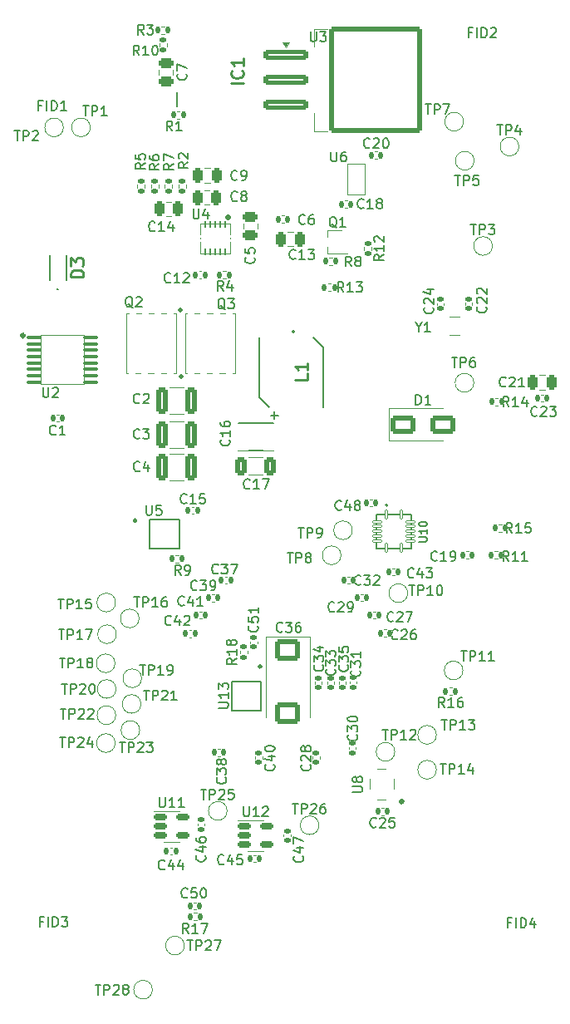
<source format=gbr>
%TF.GenerationSoftware,KiCad,Pcbnew,8.0.8*%
%TF.CreationDate,2025-02-04T21:02:44+01:00*%
%TF.ProjectId,makeraxe-lite,6d616b65-7261-4786-952d-6c6974652e6b,rev?*%
%TF.SameCoordinates,Original*%
%TF.FileFunction,Legend,Top*%
%TF.FilePolarity,Positive*%
%FSLAX46Y46*%
G04 Gerber Fmt 4.6, Leading zero omitted, Abs format (unit mm)*
G04 Created by KiCad (PCBNEW 8.0.8) date 2025-02-04 21:02:44*
%MOMM*%
%LPD*%
G01*
G04 APERTURE LIST*
G04 Aperture macros list*
%AMRoundRect*
0 Rectangle with rounded corners*
0 $1 Rounding radius*
0 $2 $3 $4 $5 $6 $7 $8 $9 X,Y pos of 4 corners*
0 Add a 4 corners polygon primitive as box body*
4,1,4,$2,$3,$4,$5,$6,$7,$8,$9,$2,$3,0*
0 Add four circle primitives for the rounded corners*
1,1,$1+$1,$2,$3*
1,1,$1+$1,$4,$5*
1,1,$1+$1,$6,$7*
1,1,$1+$1,$8,$9*
0 Add four rect primitives between the rounded corners*
20,1,$1+$1,$2,$3,$4,$5,0*
20,1,$1+$1,$4,$5,$6,$7,0*
20,1,$1+$1,$6,$7,$8,$9,0*
20,1,$1+$1,$8,$9,$2,$3,0*%
%AMFreePoly0*
4,1,35,0.005000,-4.560000,0.003536,-4.563536,0.000000,-4.565000,-5.000000,-4.565000,-5.003536,-4.563536,-5.005000,-4.560000,-5.005000,-3.898000,-5.003536,-3.894464,-5.000000,-3.893000,-4.325000,-3.893000,-4.325000,-3.269700,-5.000000,-3.269700,-5.003536,-3.268236,-5.005000,-3.264700,-5.005000,-2.599700,-5.003536,-2.596164,-5.000000,-2.594700,-4.325000,-2.594700,-4.325000,-1.971400,-5.000000,-1.971400,
-5.003536,-1.969936,-5.005000,-1.966400,-5.005000,-1.301400,-5.003536,-1.297864,-5.000000,-1.296400,-4.325000,-1.296400,-4.325000,-0.673100,-5.000000,-0.673100,-5.003536,-0.671636,-5.005000,-0.668100,-5.005000,0.000000,-5.003536,0.003536,-5.000000,0.005000,0.005000,0.005000,0.005000,-4.560000,0.005000,-4.560000,$1*%
%AMFreePoly1*
4,1,45,-0.124646,1.700354,-0.124500,1.700000,-0.124500,1.200500,0.124500,1.200500,0.124500,1.700000,0.124646,1.700354,0.125000,1.700500,0.375000,1.700500,0.375354,1.700354,0.375500,1.700000,0.375500,1.200500,0.825000,1.200500,0.825354,1.200354,0.825500,1.200000,0.825500,-1.200000,0.825354,-1.200354,0.825000,-1.200500,0.375500,-1.200500,0.375500,-1.700000,0.375354,-1.700354,
0.375000,-1.700500,0.125000,-1.700500,0.124646,-1.700354,0.124500,-1.700000,0.124500,-1.200500,-0.124500,-1.200500,-0.124500,-1.700000,-0.124646,-1.700354,-0.125000,-1.700500,-0.375000,-1.700500,-0.375354,-1.700354,-0.375500,-1.700000,-0.375500,-1.200500,-0.825000,-1.200500,-0.825354,-1.200354,-0.825500,-1.200000,-0.825500,1.200000,-0.825354,1.200354,-0.825000,1.200500,-0.375500,1.200500,
-0.375500,1.700000,-0.375354,1.700354,-0.375000,1.700500,-0.125000,1.700500,-0.124646,1.700354,-0.124646,1.700354,$1*%
G04 Aperture macros list end*
%ADD10C,0.150000*%
%ADD11C,0.254000*%
%ADD12C,0.120000*%
%ADD13C,0.200000*%
%ADD14C,0.100000*%
%ADD15C,0.310599*%
%ADD16C,0.254165*%
%ADD17C,0.127000*%
%ADD18C,0.280227*%
%ADD19C,0.306982*%
%ADD20C,0.313180*%
%ADD21RoundRect,0.135000X0.185000X-0.135000X0.185000X0.135000X-0.185000X0.135000X-0.185000X-0.135000X0*%
%ADD22R,3.400000X1.850000*%
%ADD23R,0.700000X1.400000*%
%ADD24R,3.200000X2.300000*%
%ADD25RoundRect,0.250000X0.250000X0.475000X-0.250000X0.475000X-0.250000X-0.475000X0.250000X-0.475000X0*%
%ADD26RoundRect,0.140000X0.140000X0.170000X-0.140000X0.170000X-0.140000X-0.170000X0.140000X-0.170000X0*%
%ADD27RoundRect,0.250000X-1.000000X-0.650000X1.000000X-0.650000X1.000000X0.650000X-1.000000X0.650000X0*%
%ADD28RoundRect,0.100000X-0.637500X-0.100000X0.637500X-0.100000X0.637500X0.100000X-0.637500X0.100000X0*%
%ADD29RoundRect,0.140000X-0.170000X0.140000X-0.170000X-0.140000X0.170000X-0.140000X0.170000X0.140000X0*%
%ADD30C,2.000000*%
%ADD31RoundRect,0.135000X-0.185000X0.135000X-0.185000X-0.135000X0.185000X-0.135000X0.185000X0.135000X0*%
%ADD32RoundRect,0.135000X0.135000X0.185000X-0.135000X0.185000X-0.135000X-0.185000X0.135000X-0.185000X0*%
%ADD33C,1.500000*%
%ADD34R,0.700000X0.450000*%
%ADD35C,3.000000*%
%ADD36RoundRect,0.250000X-0.475000X0.250000X-0.475000X-0.250000X0.475000X-0.250000X0.475000X0.250000X0*%
%ADD37RoundRect,0.135000X-0.135000X-0.185000X0.135000X-0.185000X0.135000X0.185000X-0.135000X0.185000X0*%
%ADD38RoundRect,0.250000X-0.250000X-0.475000X0.250000X-0.475000X0.250000X0.475000X-0.250000X0.475000X0*%
%ADD39R,1.168400X1.600200*%
%ADD40RoundRect,0.150000X-0.512500X-0.150000X0.512500X-0.150000X0.512500X0.150000X-0.512500X0.150000X0*%
%ADD41RoundRect,0.140000X0.170000X-0.140000X0.170000X0.140000X-0.170000X0.140000X-0.170000X-0.140000X0*%
%ADD42R,0.400000X1.100000*%
%ADD43RoundRect,0.140000X-0.140000X-0.170000X0.140000X-0.170000X0.140000X0.170000X-0.140000X0.170000X0*%
%ADD44C,0.800000*%
%ADD45C,6.000000*%
%ADD46RoundRect,0.007800X-0.122200X0.442200X-0.122200X-0.442200X0.122200X-0.442200X0.122200X0.442200X0*%
%ADD47RoundRect,0.007800X-0.442200X-0.122200X0.442200X-0.122200X0.442200X0.122200X-0.442200X0.122200X0*%
%ADD48R,2.050000X2.050000*%
%ADD49R,1.100000X0.400000*%
%ADD50RoundRect,0.250000X-1.025000X0.875000X-1.025000X-0.875000X1.025000X-0.875000X1.025000X0.875000X0*%
%ADD51R,0.700000X0.800000*%
%ADD52FreePoly0,270.000000*%
%ADD53RoundRect,0.050000X-0.070000X0.250000X-0.070000X-0.250000X0.070000X-0.250000X0.070000X0.250000X0*%
%ADD54C,0.400000*%
%ADD55FreePoly1,270.000000*%
%ADD56R,1.600000X2.700000*%
%ADD57FreePoly0,90.000000*%
%ADD58RoundRect,0.250000X-0.325000X-1.100000X0.325000X-1.100000X0.325000X1.100000X-0.325000X1.100000X0*%
%ADD59R,1.200000X1.200000*%
%ADD60R,1.100000X1.300000*%
%ADD61RoundRect,0.250000X-2.050000X-0.300000X2.050000X-0.300000X2.050000X0.300000X-2.050000X0.300000X0*%
%ADD62RoundRect,0.250002X-4.449998X-5.149998X4.449998X-5.149998X4.449998X5.149998X-4.449998X5.149998X0*%
%ADD63RoundRect,0.250000X0.325000X0.650000X-0.325000X0.650000X-0.325000X-0.650000X0.325000X-0.650000X0*%
%ADD64R,0.952500X0.558800*%
%ADD65C,1.295400*%
%ADD66C,1.574800*%
%ADD67C,0.650000*%
%ADD68O,1.800000X1.000000*%
%ADD69O,2.100000X1.000000*%
%ADD70R,1.700000X1.700000*%
%ADD71O,1.700000X1.700000*%
%ADD72C,0.990600*%
G04 APERTURE END LIST*
D10*
X90457142Y-50754819D02*
X90123809Y-50278628D01*
X89885714Y-50754819D02*
X89885714Y-49754819D01*
X89885714Y-49754819D02*
X90266666Y-49754819D01*
X90266666Y-49754819D02*
X90361904Y-49802438D01*
X90361904Y-49802438D02*
X90409523Y-49850057D01*
X90409523Y-49850057D02*
X90457142Y-49945295D01*
X90457142Y-49945295D02*
X90457142Y-50088152D01*
X90457142Y-50088152D02*
X90409523Y-50183390D01*
X90409523Y-50183390D02*
X90361904Y-50231009D01*
X90361904Y-50231009D02*
X90266666Y-50278628D01*
X90266666Y-50278628D02*
X89885714Y-50278628D01*
X91409523Y-50754819D02*
X90838095Y-50754819D01*
X91123809Y-50754819D02*
X91123809Y-49754819D01*
X91123809Y-49754819D02*
X91028571Y-49897676D01*
X91028571Y-49897676D02*
X90933333Y-49992914D01*
X90933333Y-49992914D02*
X90838095Y-50040533D01*
X92028571Y-49754819D02*
X92123809Y-49754819D01*
X92123809Y-49754819D02*
X92219047Y-49802438D01*
X92219047Y-49802438D02*
X92266666Y-49850057D01*
X92266666Y-49850057D02*
X92314285Y-49945295D01*
X92314285Y-49945295D02*
X92361904Y-50135771D01*
X92361904Y-50135771D02*
X92361904Y-50373866D01*
X92361904Y-50373866D02*
X92314285Y-50564342D01*
X92314285Y-50564342D02*
X92266666Y-50659580D01*
X92266666Y-50659580D02*
X92219047Y-50707200D01*
X92219047Y-50707200D02*
X92123809Y-50754819D01*
X92123809Y-50754819D02*
X92028571Y-50754819D01*
X92028571Y-50754819D02*
X91933333Y-50707200D01*
X91933333Y-50707200D02*
X91885714Y-50659580D01*
X91885714Y-50659580D02*
X91838095Y-50564342D01*
X91838095Y-50564342D02*
X91790476Y-50373866D01*
X91790476Y-50373866D02*
X91790476Y-50135771D01*
X91790476Y-50135771D02*
X91838095Y-49945295D01*
X91838095Y-49945295D02*
X91885714Y-49850057D01*
X91885714Y-49850057D02*
X91933333Y-49802438D01*
X91933333Y-49802438D02*
X92028571Y-49754819D01*
D11*
X107595318Y-83183666D02*
X107595318Y-83788428D01*
X107595318Y-83788428D02*
X106325318Y-83788428D01*
X107595318Y-82095094D02*
X107595318Y-82820809D01*
X107595318Y-82457952D02*
X106325318Y-82457952D01*
X106325318Y-82457952D02*
X106506746Y-82578904D01*
X106506746Y-82578904D02*
X106627699Y-82699856D01*
X106627699Y-82699856D02*
X106688175Y-82820809D01*
X101074318Y-53639762D02*
X99804318Y-53639762D01*
X100953365Y-52309285D02*
X101013842Y-52369761D01*
X101013842Y-52369761D02*
X101074318Y-52551190D01*
X101074318Y-52551190D02*
X101074318Y-52672142D01*
X101074318Y-52672142D02*
X101013842Y-52853571D01*
X101013842Y-52853571D02*
X100892889Y-52974523D01*
X100892889Y-52974523D02*
X100771937Y-53035000D01*
X100771937Y-53035000D02*
X100530032Y-53095476D01*
X100530032Y-53095476D02*
X100348603Y-53095476D01*
X100348603Y-53095476D02*
X100106699Y-53035000D01*
X100106699Y-53035000D02*
X99985746Y-52974523D01*
X99985746Y-52974523D02*
X99864794Y-52853571D01*
X99864794Y-52853571D02*
X99804318Y-52672142D01*
X99804318Y-52672142D02*
X99804318Y-52551190D01*
X99804318Y-52551190D02*
X99864794Y-52369761D01*
X99864794Y-52369761D02*
X99925270Y-52309285D01*
X101074318Y-51099761D02*
X101074318Y-51825476D01*
X101074318Y-51462619D02*
X99804318Y-51462619D01*
X99804318Y-51462619D02*
X99985746Y-51583571D01*
X99985746Y-51583571D02*
X100106699Y-51704523D01*
X100106699Y-51704523D02*
X100167175Y-51825476D01*
D10*
X106387142Y-71439580D02*
X106339523Y-71487200D01*
X106339523Y-71487200D02*
X106196666Y-71534819D01*
X106196666Y-71534819D02*
X106101428Y-71534819D01*
X106101428Y-71534819D02*
X105958571Y-71487200D01*
X105958571Y-71487200D02*
X105863333Y-71391961D01*
X105863333Y-71391961D02*
X105815714Y-71296723D01*
X105815714Y-71296723D02*
X105768095Y-71106247D01*
X105768095Y-71106247D02*
X105768095Y-70963390D01*
X105768095Y-70963390D02*
X105815714Y-70772914D01*
X105815714Y-70772914D02*
X105863333Y-70677676D01*
X105863333Y-70677676D02*
X105958571Y-70582438D01*
X105958571Y-70582438D02*
X106101428Y-70534819D01*
X106101428Y-70534819D02*
X106196666Y-70534819D01*
X106196666Y-70534819D02*
X106339523Y-70582438D01*
X106339523Y-70582438D02*
X106387142Y-70630057D01*
X107339523Y-71534819D02*
X106768095Y-71534819D01*
X107053809Y-71534819D02*
X107053809Y-70534819D01*
X107053809Y-70534819D02*
X106958571Y-70677676D01*
X106958571Y-70677676D02*
X106863333Y-70772914D01*
X106863333Y-70772914D02*
X106768095Y-70820533D01*
X107672857Y-70534819D02*
X108291904Y-70534819D01*
X108291904Y-70534819D02*
X107958571Y-70915771D01*
X107958571Y-70915771D02*
X108101428Y-70915771D01*
X108101428Y-70915771D02*
X108196666Y-70963390D01*
X108196666Y-70963390D02*
X108244285Y-71011009D01*
X108244285Y-71011009D02*
X108291904Y-71106247D01*
X108291904Y-71106247D02*
X108291904Y-71344342D01*
X108291904Y-71344342D02*
X108244285Y-71439580D01*
X108244285Y-71439580D02*
X108196666Y-71487200D01*
X108196666Y-71487200D02*
X108101428Y-71534819D01*
X108101428Y-71534819D02*
X107815714Y-71534819D01*
X107815714Y-71534819D02*
X107720476Y-71487200D01*
X107720476Y-71487200D02*
X107672857Y-71439580D01*
X118437142Y-103899580D02*
X118389523Y-103947200D01*
X118389523Y-103947200D02*
X118246666Y-103994819D01*
X118246666Y-103994819D02*
X118151428Y-103994819D01*
X118151428Y-103994819D02*
X118008571Y-103947200D01*
X118008571Y-103947200D02*
X117913333Y-103851961D01*
X117913333Y-103851961D02*
X117865714Y-103756723D01*
X117865714Y-103756723D02*
X117818095Y-103566247D01*
X117818095Y-103566247D02*
X117818095Y-103423390D01*
X117818095Y-103423390D02*
X117865714Y-103232914D01*
X117865714Y-103232914D02*
X117913333Y-103137676D01*
X117913333Y-103137676D02*
X118008571Y-103042438D01*
X118008571Y-103042438D02*
X118151428Y-102994819D01*
X118151428Y-102994819D02*
X118246666Y-102994819D01*
X118246666Y-102994819D02*
X118389523Y-103042438D01*
X118389523Y-103042438D02*
X118437142Y-103090057D01*
X119294285Y-103328152D02*
X119294285Y-103994819D01*
X119056190Y-102947200D02*
X118818095Y-103661485D01*
X118818095Y-103661485D02*
X119437142Y-103661485D01*
X119722857Y-102994819D02*
X120341904Y-102994819D01*
X120341904Y-102994819D02*
X120008571Y-103375771D01*
X120008571Y-103375771D02*
X120151428Y-103375771D01*
X120151428Y-103375771D02*
X120246666Y-103423390D01*
X120246666Y-103423390D02*
X120294285Y-103471009D01*
X120294285Y-103471009D02*
X120341904Y-103566247D01*
X120341904Y-103566247D02*
X120341904Y-103804342D01*
X120341904Y-103804342D02*
X120294285Y-103899580D01*
X120294285Y-103899580D02*
X120246666Y-103947200D01*
X120246666Y-103947200D02*
X120151428Y-103994819D01*
X120151428Y-103994819D02*
X119865714Y-103994819D01*
X119865714Y-103994819D02*
X119770476Y-103947200D01*
X119770476Y-103947200D02*
X119722857Y-103899580D01*
X118641905Y-86346819D02*
X118641905Y-85346819D01*
X118641905Y-85346819D02*
X118880000Y-85346819D01*
X118880000Y-85346819D02*
X119022857Y-85394438D01*
X119022857Y-85394438D02*
X119118095Y-85489676D01*
X119118095Y-85489676D02*
X119165714Y-85584914D01*
X119165714Y-85584914D02*
X119213333Y-85775390D01*
X119213333Y-85775390D02*
X119213333Y-85918247D01*
X119213333Y-85918247D02*
X119165714Y-86108723D01*
X119165714Y-86108723D02*
X119118095Y-86203961D01*
X119118095Y-86203961D02*
X119022857Y-86299200D01*
X119022857Y-86299200D02*
X118880000Y-86346819D01*
X118880000Y-86346819D02*
X118641905Y-86346819D01*
X120165714Y-86346819D02*
X119594286Y-86346819D01*
X119880000Y-86346819D02*
X119880000Y-85346819D01*
X119880000Y-85346819D02*
X119784762Y-85489676D01*
X119784762Y-85489676D02*
X119689524Y-85584914D01*
X119689524Y-85584914D02*
X119594286Y-85632533D01*
X80648095Y-84584819D02*
X80648095Y-85394342D01*
X80648095Y-85394342D02*
X80695714Y-85489580D01*
X80695714Y-85489580D02*
X80743333Y-85537200D01*
X80743333Y-85537200D02*
X80838571Y-85584819D01*
X80838571Y-85584819D02*
X81029047Y-85584819D01*
X81029047Y-85584819D02*
X81124285Y-85537200D01*
X81124285Y-85537200D02*
X81171904Y-85489580D01*
X81171904Y-85489580D02*
X81219523Y-85394342D01*
X81219523Y-85394342D02*
X81219523Y-84584819D01*
X81648095Y-84680057D02*
X81695714Y-84632438D01*
X81695714Y-84632438D02*
X81790952Y-84584819D01*
X81790952Y-84584819D02*
X82029047Y-84584819D01*
X82029047Y-84584819D02*
X82124285Y-84632438D01*
X82124285Y-84632438D02*
X82171904Y-84680057D01*
X82171904Y-84680057D02*
X82219523Y-84775295D01*
X82219523Y-84775295D02*
X82219523Y-84870533D01*
X82219523Y-84870533D02*
X82171904Y-85013390D01*
X82171904Y-85013390D02*
X81600476Y-85584819D01*
X81600476Y-85584819D02*
X82219523Y-85584819D01*
X112932380Y-113418857D02*
X112980000Y-113466476D01*
X112980000Y-113466476D02*
X113027619Y-113609333D01*
X113027619Y-113609333D02*
X113027619Y-113704571D01*
X113027619Y-113704571D02*
X112980000Y-113847428D01*
X112980000Y-113847428D02*
X112884761Y-113942666D01*
X112884761Y-113942666D02*
X112789523Y-113990285D01*
X112789523Y-113990285D02*
X112599047Y-114037904D01*
X112599047Y-114037904D02*
X112456190Y-114037904D01*
X112456190Y-114037904D02*
X112265714Y-113990285D01*
X112265714Y-113990285D02*
X112170476Y-113942666D01*
X112170476Y-113942666D02*
X112075238Y-113847428D01*
X112075238Y-113847428D02*
X112027619Y-113704571D01*
X112027619Y-113704571D02*
X112027619Y-113609333D01*
X112027619Y-113609333D02*
X112075238Y-113466476D01*
X112075238Y-113466476D02*
X112122857Y-113418857D01*
X112027619Y-113085523D02*
X112027619Y-112466476D01*
X112027619Y-112466476D02*
X112408571Y-112799809D01*
X112408571Y-112799809D02*
X112408571Y-112656952D01*
X112408571Y-112656952D02*
X112456190Y-112561714D01*
X112456190Y-112561714D02*
X112503809Y-112514095D01*
X112503809Y-112514095D02*
X112599047Y-112466476D01*
X112599047Y-112466476D02*
X112837142Y-112466476D01*
X112837142Y-112466476D02*
X112932380Y-112514095D01*
X112932380Y-112514095D02*
X112980000Y-112561714D01*
X112980000Y-112561714D02*
X113027619Y-112656952D01*
X113027619Y-112656952D02*
X113027619Y-112942666D01*
X113027619Y-112942666D02*
X112980000Y-113037904D01*
X112980000Y-113037904D02*
X112932380Y-113085523D01*
X113027619Y-111514095D02*
X113027619Y-112085523D01*
X113027619Y-111799809D02*
X112027619Y-111799809D01*
X112027619Y-111799809D02*
X112170476Y-111895047D01*
X112170476Y-111895047D02*
X112265714Y-111990285D01*
X112265714Y-111990285D02*
X112313333Y-112085523D01*
X124328571Y-48431009D02*
X123995238Y-48431009D01*
X123995238Y-48954819D02*
X123995238Y-47954819D01*
X123995238Y-47954819D02*
X124471428Y-47954819D01*
X124852381Y-48954819D02*
X124852381Y-47954819D01*
X125328571Y-48954819D02*
X125328571Y-47954819D01*
X125328571Y-47954819D02*
X125566666Y-47954819D01*
X125566666Y-47954819D02*
X125709523Y-48002438D01*
X125709523Y-48002438D02*
X125804761Y-48097676D01*
X125804761Y-48097676D02*
X125852380Y-48192914D01*
X125852380Y-48192914D02*
X125899999Y-48383390D01*
X125899999Y-48383390D02*
X125899999Y-48526247D01*
X125899999Y-48526247D02*
X125852380Y-48716723D01*
X125852380Y-48716723D02*
X125804761Y-48811961D01*
X125804761Y-48811961D02*
X125709523Y-48907200D01*
X125709523Y-48907200D02*
X125566666Y-48954819D01*
X125566666Y-48954819D02*
X125328571Y-48954819D01*
X126280952Y-48050057D02*
X126328571Y-48002438D01*
X126328571Y-48002438D02*
X126423809Y-47954819D01*
X126423809Y-47954819D02*
X126661904Y-47954819D01*
X126661904Y-47954819D02*
X126757142Y-48002438D01*
X126757142Y-48002438D02*
X126804761Y-48050057D01*
X126804761Y-48050057D02*
X126852380Y-48145295D01*
X126852380Y-48145295D02*
X126852380Y-48240533D01*
X126852380Y-48240533D02*
X126804761Y-48383390D01*
X126804761Y-48383390D02*
X126233333Y-48954819D01*
X126233333Y-48954819D02*
X126852380Y-48954819D01*
X128330571Y-139104009D02*
X127997238Y-139104009D01*
X127997238Y-139627819D02*
X127997238Y-138627819D01*
X127997238Y-138627819D02*
X128473428Y-138627819D01*
X128854381Y-139627819D02*
X128854381Y-138627819D01*
X129330571Y-139627819D02*
X129330571Y-138627819D01*
X129330571Y-138627819D02*
X129568666Y-138627819D01*
X129568666Y-138627819D02*
X129711523Y-138675438D01*
X129711523Y-138675438D02*
X129806761Y-138770676D01*
X129806761Y-138770676D02*
X129854380Y-138865914D01*
X129854380Y-138865914D02*
X129901999Y-139056390D01*
X129901999Y-139056390D02*
X129901999Y-139199247D01*
X129901999Y-139199247D02*
X129854380Y-139389723D01*
X129854380Y-139389723D02*
X129806761Y-139484961D01*
X129806761Y-139484961D02*
X129711523Y-139580200D01*
X129711523Y-139580200D02*
X129568666Y-139627819D01*
X129568666Y-139627819D02*
X129330571Y-139627819D01*
X130759142Y-138961152D02*
X130759142Y-139627819D01*
X130521047Y-138580200D02*
X130282952Y-139294485D01*
X130282952Y-139294485D02*
X130901999Y-139294485D01*
X91074819Y-61746666D02*
X90598628Y-62079999D01*
X91074819Y-62318094D02*
X90074819Y-62318094D01*
X90074819Y-62318094D02*
X90074819Y-61937142D01*
X90074819Y-61937142D02*
X90122438Y-61841904D01*
X90122438Y-61841904D02*
X90170057Y-61794285D01*
X90170057Y-61794285D02*
X90265295Y-61746666D01*
X90265295Y-61746666D02*
X90408152Y-61746666D01*
X90408152Y-61746666D02*
X90503390Y-61794285D01*
X90503390Y-61794285D02*
X90551009Y-61841904D01*
X90551009Y-61841904D02*
X90598628Y-61937142D01*
X90598628Y-61937142D02*
X90598628Y-62318094D01*
X90074819Y-60841904D02*
X90074819Y-61318094D01*
X90074819Y-61318094D02*
X90551009Y-61365713D01*
X90551009Y-61365713D02*
X90503390Y-61318094D01*
X90503390Y-61318094D02*
X90455771Y-61222856D01*
X90455771Y-61222856D02*
X90455771Y-60984761D01*
X90455771Y-60984761D02*
X90503390Y-60889523D01*
X90503390Y-60889523D02*
X90551009Y-60841904D01*
X90551009Y-60841904D02*
X90646247Y-60794285D01*
X90646247Y-60794285D02*
X90884342Y-60794285D01*
X90884342Y-60794285D02*
X90979580Y-60841904D01*
X90979580Y-60841904D02*
X91027200Y-60889523D01*
X91027200Y-60889523D02*
X91074819Y-60984761D01*
X91074819Y-60984761D02*
X91074819Y-61222856D01*
X91074819Y-61222856D02*
X91027200Y-61318094D01*
X91027200Y-61318094D02*
X90979580Y-61365713D01*
X80654571Y-139000009D02*
X80321238Y-139000009D01*
X80321238Y-139523819D02*
X80321238Y-138523819D01*
X80321238Y-138523819D02*
X80797428Y-138523819D01*
X81178381Y-139523819D02*
X81178381Y-138523819D01*
X81654571Y-139523819D02*
X81654571Y-138523819D01*
X81654571Y-138523819D02*
X81892666Y-138523819D01*
X81892666Y-138523819D02*
X82035523Y-138571438D01*
X82035523Y-138571438D02*
X82130761Y-138666676D01*
X82130761Y-138666676D02*
X82178380Y-138761914D01*
X82178380Y-138761914D02*
X82225999Y-138952390D01*
X82225999Y-138952390D02*
X82225999Y-139095247D01*
X82225999Y-139095247D02*
X82178380Y-139285723D01*
X82178380Y-139285723D02*
X82130761Y-139380961D01*
X82130761Y-139380961D02*
X82035523Y-139476200D01*
X82035523Y-139476200D02*
X81892666Y-139523819D01*
X81892666Y-139523819D02*
X81654571Y-139523819D01*
X82559333Y-138523819D02*
X83178380Y-138523819D01*
X83178380Y-138523819D02*
X82845047Y-138904771D01*
X82845047Y-138904771D02*
X82987904Y-138904771D01*
X82987904Y-138904771D02*
X83083142Y-138952390D01*
X83083142Y-138952390D02*
X83130761Y-139000009D01*
X83130761Y-139000009D02*
X83178380Y-139095247D01*
X83178380Y-139095247D02*
X83178380Y-139333342D01*
X83178380Y-139333342D02*
X83130761Y-139428580D01*
X83130761Y-139428580D02*
X83083142Y-139476200D01*
X83083142Y-139476200D02*
X82987904Y-139523819D01*
X82987904Y-139523819D02*
X82702190Y-139523819D01*
X82702190Y-139523819D02*
X82606952Y-139476200D01*
X82606952Y-139476200D02*
X82559333Y-139428580D01*
X121564142Y-117178819D02*
X121230809Y-116702628D01*
X120992714Y-117178819D02*
X120992714Y-116178819D01*
X120992714Y-116178819D02*
X121373666Y-116178819D01*
X121373666Y-116178819D02*
X121468904Y-116226438D01*
X121468904Y-116226438D02*
X121516523Y-116274057D01*
X121516523Y-116274057D02*
X121564142Y-116369295D01*
X121564142Y-116369295D02*
X121564142Y-116512152D01*
X121564142Y-116512152D02*
X121516523Y-116607390D01*
X121516523Y-116607390D02*
X121468904Y-116655009D01*
X121468904Y-116655009D02*
X121373666Y-116702628D01*
X121373666Y-116702628D02*
X120992714Y-116702628D01*
X122516523Y-117178819D02*
X121945095Y-117178819D01*
X122230809Y-117178819D02*
X122230809Y-116178819D01*
X122230809Y-116178819D02*
X122135571Y-116321676D01*
X122135571Y-116321676D02*
X122040333Y-116416914D01*
X122040333Y-116416914D02*
X121945095Y-116464533D01*
X123373666Y-116178819D02*
X123183190Y-116178819D01*
X123183190Y-116178819D02*
X123087952Y-116226438D01*
X123087952Y-116226438D02*
X123040333Y-116274057D01*
X123040333Y-116274057D02*
X122945095Y-116416914D01*
X122945095Y-116416914D02*
X122897476Y-116607390D01*
X122897476Y-116607390D02*
X122897476Y-116988342D01*
X122897476Y-116988342D02*
X122945095Y-117083580D01*
X122945095Y-117083580D02*
X122992714Y-117131200D01*
X122992714Y-117131200D02*
X123087952Y-117178819D01*
X123087952Y-117178819D02*
X123278428Y-117178819D01*
X123278428Y-117178819D02*
X123373666Y-117131200D01*
X123373666Y-117131200D02*
X123421285Y-117083580D01*
X123421285Y-117083580D02*
X123468904Y-116988342D01*
X123468904Y-116988342D02*
X123468904Y-116750247D01*
X123468904Y-116750247D02*
X123421285Y-116655009D01*
X123421285Y-116655009D02*
X123373666Y-116607390D01*
X123373666Y-116607390D02*
X123278428Y-116559771D01*
X123278428Y-116559771D02*
X123087952Y-116559771D01*
X123087952Y-116559771D02*
X122992714Y-116607390D01*
X122992714Y-116607390D02*
X122945095Y-116655009D01*
X122945095Y-116655009D02*
X122897476Y-116750247D01*
X114607142Y-129329580D02*
X114559523Y-129377200D01*
X114559523Y-129377200D02*
X114416666Y-129424819D01*
X114416666Y-129424819D02*
X114321428Y-129424819D01*
X114321428Y-129424819D02*
X114178571Y-129377200D01*
X114178571Y-129377200D02*
X114083333Y-129281961D01*
X114083333Y-129281961D02*
X114035714Y-129186723D01*
X114035714Y-129186723D02*
X113988095Y-128996247D01*
X113988095Y-128996247D02*
X113988095Y-128853390D01*
X113988095Y-128853390D02*
X114035714Y-128662914D01*
X114035714Y-128662914D02*
X114083333Y-128567676D01*
X114083333Y-128567676D02*
X114178571Y-128472438D01*
X114178571Y-128472438D02*
X114321428Y-128424819D01*
X114321428Y-128424819D02*
X114416666Y-128424819D01*
X114416666Y-128424819D02*
X114559523Y-128472438D01*
X114559523Y-128472438D02*
X114607142Y-128520057D01*
X114988095Y-128520057D02*
X115035714Y-128472438D01*
X115035714Y-128472438D02*
X115130952Y-128424819D01*
X115130952Y-128424819D02*
X115369047Y-128424819D01*
X115369047Y-128424819D02*
X115464285Y-128472438D01*
X115464285Y-128472438D02*
X115511904Y-128520057D01*
X115511904Y-128520057D02*
X115559523Y-128615295D01*
X115559523Y-128615295D02*
X115559523Y-128710533D01*
X115559523Y-128710533D02*
X115511904Y-128853390D01*
X115511904Y-128853390D02*
X114940476Y-129424819D01*
X114940476Y-129424819D02*
X115559523Y-129424819D01*
X116464285Y-128424819D02*
X115988095Y-128424819D01*
X115988095Y-128424819D02*
X115940476Y-128901009D01*
X115940476Y-128901009D02*
X115988095Y-128853390D01*
X115988095Y-128853390D02*
X116083333Y-128805771D01*
X116083333Y-128805771D02*
X116321428Y-128805771D01*
X116321428Y-128805771D02*
X116416666Y-128853390D01*
X116416666Y-128853390D02*
X116464285Y-128901009D01*
X116464285Y-128901009D02*
X116511904Y-128996247D01*
X116511904Y-128996247D02*
X116511904Y-129234342D01*
X116511904Y-129234342D02*
X116464285Y-129329580D01*
X116464285Y-129329580D02*
X116416666Y-129377200D01*
X116416666Y-129377200D02*
X116321428Y-129424819D01*
X116321428Y-129424819D02*
X116083333Y-129424819D01*
X116083333Y-129424819D02*
X115988095Y-129377200D01*
X115988095Y-129377200D02*
X115940476Y-129329580D01*
X82335905Y-112154619D02*
X82907333Y-112154619D01*
X82621619Y-113154619D02*
X82621619Y-112154619D01*
X83240667Y-113154619D02*
X83240667Y-112154619D01*
X83240667Y-112154619D02*
X83621619Y-112154619D01*
X83621619Y-112154619D02*
X83716857Y-112202238D01*
X83716857Y-112202238D02*
X83764476Y-112249857D01*
X83764476Y-112249857D02*
X83812095Y-112345095D01*
X83812095Y-112345095D02*
X83812095Y-112487952D01*
X83812095Y-112487952D02*
X83764476Y-112583190D01*
X83764476Y-112583190D02*
X83716857Y-112630809D01*
X83716857Y-112630809D02*
X83621619Y-112678428D01*
X83621619Y-112678428D02*
X83240667Y-112678428D01*
X84764476Y-113154619D02*
X84193048Y-113154619D01*
X84478762Y-113154619D02*
X84478762Y-112154619D01*
X84478762Y-112154619D02*
X84383524Y-112297476D01*
X84383524Y-112297476D02*
X84288286Y-112392714D01*
X84288286Y-112392714D02*
X84193048Y-112440333D01*
X85335905Y-112583190D02*
X85240667Y-112535571D01*
X85240667Y-112535571D02*
X85193048Y-112487952D01*
X85193048Y-112487952D02*
X85145429Y-112392714D01*
X85145429Y-112392714D02*
X85145429Y-112345095D01*
X85145429Y-112345095D02*
X85193048Y-112249857D01*
X85193048Y-112249857D02*
X85240667Y-112202238D01*
X85240667Y-112202238D02*
X85335905Y-112154619D01*
X85335905Y-112154619D02*
X85526381Y-112154619D01*
X85526381Y-112154619D02*
X85621619Y-112202238D01*
X85621619Y-112202238D02*
X85669238Y-112249857D01*
X85669238Y-112249857D02*
X85716857Y-112345095D01*
X85716857Y-112345095D02*
X85716857Y-112392714D01*
X85716857Y-112392714D02*
X85669238Y-112487952D01*
X85669238Y-112487952D02*
X85621619Y-112535571D01*
X85621619Y-112535571D02*
X85526381Y-112583190D01*
X85526381Y-112583190D02*
X85335905Y-112583190D01*
X85335905Y-112583190D02*
X85240667Y-112630809D01*
X85240667Y-112630809D02*
X85193048Y-112678428D01*
X85193048Y-112678428D02*
X85145429Y-112773666D01*
X85145429Y-112773666D02*
X85145429Y-112964142D01*
X85145429Y-112964142D02*
X85193048Y-113059380D01*
X85193048Y-113059380D02*
X85240667Y-113107000D01*
X85240667Y-113107000D02*
X85335905Y-113154619D01*
X85335905Y-113154619D02*
X85526381Y-113154619D01*
X85526381Y-113154619D02*
X85621619Y-113107000D01*
X85621619Y-113107000D02*
X85669238Y-113059380D01*
X85669238Y-113059380D02*
X85716857Y-112964142D01*
X85716857Y-112964142D02*
X85716857Y-112773666D01*
X85716857Y-112773666D02*
X85669238Y-112678428D01*
X85669238Y-112678428D02*
X85621619Y-112630809D01*
X85621619Y-112630809D02*
X85526381Y-112583190D01*
X110584761Y-68330057D02*
X110489523Y-68282438D01*
X110489523Y-68282438D02*
X110394285Y-68187200D01*
X110394285Y-68187200D02*
X110251428Y-68044342D01*
X110251428Y-68044342D02*
X110156190Y-67996723D01*
X110156190Y-67996723D02*
X110060952Y-67996723D01*
X110108571Y-68234819D02*
X110013333Y-68187200D01*
X110013333Y-68187200D02*
X109918095Y-68091961D01*
X109918095Y-68091961D02*
X109870476Y-67901485D01*
X109870476Y-67901485D02*
X109870476Y-67568152D01*
X109870476Y-67568152D02*
X109918095Y-67377676D01*
X109918095Y-67377676D02*
X110013333Y-67282438D01*
X110013333Y-67282438D02*
X110108571Y-67234819D01*
X110108571Y-67234819D02*
X110299047Y-67234819D01*
X110299047Y-67234819D02*
X110394285Y-67282438D01*
X110394285Y-67282438D02*
X110489523Y-67377676D01*
X110489523Y-67377676D02*
X110537142Y-67568152D01*
X110537142Y-67568152D02*
X110537142Y-67901485D01*
X110537142Y-67901485D02*
X110489523Y-68091961D01*
X110489523Y-68091961D02*
X110394285Y-68187200D01*
X110394285Y-68187200D02*
X110299047Y-68234819D01*
X110299047Y-68234819D02*
X110108571Y-68234819D01*
X111489523Y-68234819D02*
X110918095Y-68234819D01*
X111203809Y-68234819D02*
X111203809Y-67234819D01*
X111203809Y-67234819D02*
X111108571Y-67377676D01*
X111108571Y-67377676D02*
X111013333Y-67472914D01*
X111013333Y-67472914D02*
X110918095Y-67520533D01*
X100450333Y-63404380D02*
X100402714Y-63452000D01*
X100402714Y-63452000D02*
X100259857Y-63499619D01*
X100259857Y-63499619D02*
X100164619Y-63499619D01*
X100164619Y-63499619D02*
X100021762Y-63452000D01*
X100021762Y-63452000D02*
X99926524Y-63356761D01*
X99926524Y-63356761D02*
X99878905Y-63261523D01*
X99878905Y-63261523D02*
X99831286Y-63071047D01*
X99831286Y-63071047D02*
X99831286Y-62928190D01*
X99831286Y-62928190D02*
X99878905Y-62737714D01*
X99878905Y-62737714D02*
X99926524Y-62642476D01*
X99926524Y-62642476D02*
X100021762Y-62547238D01*
X100021762Y-62547238D02*
X100164619Y-62499619D01*
X100164619Y-62499619D02*
X100259857Y-62499619D01*
X100259857Y-62499619D02*
X100402714Y-62547238D01*
X100402714Y-62547238D02*
X100450333Y-62594857D01*
X100926524Y-63499619D02*
X101117000Y-63499619D01*
X101117000Y-63499619D02*
X101212238Y-63452000D01*
X101212238Y-63452000D02*
X101259857Y-63404380D01*
X101259857Y-63404380D02*
X101355095Y-63261523D01*
X101355095Y-63261523D02*
X101402714Y-63071047D01*
X101402714Y-63071047D02*
X101402714Y-62690095D01*
X101402714Y-62690095D02*
X101355095Y-62594857D01*
X101355095Y-62594857D02*
X101307476Y-62547238D01*
X101307476Y-62547238D02*
X101212238Y-62499619D01*
X101212238Y-62499619D02*
X101021762Y-62499619D01*
X101021762Y-62499619D02*
X100926524Y-62547238D01*
X100926524Y-62547238D02*
X100878905Y-62594857D01*
X100878905Y-62594857D02*
X100831286Y-62690095D01*
X100831286Y-62690095D02*
X100831286Y-62928190D01*
X100831286Y-62928190D02*
X100878905Y-63023428D01*
X100878905Y-63023428D02*
X100926524Y-63071047D01*
X100926524Y-63071047D02*
X101021762Y-63118666D01*
X101021762Y-63118666D02*
X101212238Y-63118666D01*
X101212238Y-63118666D02*
X101307476Y-63071047D01*
X101307476Y-63071047D02*
X101355095Y-63023428D01*
X101355095Y-63023428D02*
X101402714Y-62928190D01*
X122296095Y-81533819D02*
X122867523Y-81533819D01*
X122581809Y-82533819D02*
X122581809Y-81533819D01*
X123200857Y-82533819D02*
X123200857Y-81533819D01*
X123200857Y-81533819D02*
X123581809Y-81533819D01*
X123581809Y-81533819D02*
X123677047Y-81581438D01*
X123677047Y-81581438D02*
X123724666Y-81629057D01*
X123724666Y-81629057D02*
X123772285Y-81724295D01*
X123772285Y-81724295D02*
X123772285Y-81867152D01*
X123772285Y-81867152D02*
X123724666Y-81962390D01*
X123724666Y-81962390D02*
X123677047Y-82010009D01*
X123677047Y-82010009D02*
X123581809Y-82057628D01*
X123581809Y-82057628D02*
X123200857Y-82057628D01*
X124629428Y-81533819D02*
X124438952Y-81533819D01*
X124438952Y-81533819D02*
X124343714Y-81581438D01*
X124343714Y-81581438D02*
X124296095Y-81629057D01*
X124296095Y-81629057D02*
X124200857Y-81771914D01*
X124200857Y-81771914D02*
X124153238Y-81962390D01*
X124153238Y-81962390D02*
X124153238Y-82343342D01*
X124153238Y-82343342D02*
X124200857Y-82438580D01*
X124200857Y-82438580D02*
X124248476Y-82486200D01*
X124248476Y-82486200D02*
X124343714Y-82533819D01*
X124343714Y-82533819D02*
X124534190Y-82533819D01*
X124534190Y-82533819D02*
X124629428Y-82486200D01*
X124629428Y-82486200D02*
X124677047Y-82438580D01*
X124677047Y-82438580D02*
X124724666Y-82343342D01*
X124724666Y-82343342D02*
X124724666Y-82105247D01*
X124724666Y-82105247D02*
X124677047Y-82010009D01*
X124677047Y-82010009D02*
X124629428Y-81962390D01*
X124629428Y-81962390D02*
X124534190Y-81914771D01*
X124534190Y-81914771D02*
X124343714Y-81914771D01*
X124343714Y-81914771D02*
X124248476Y-81962390D01*
X124248476Y-81962390D02*
X124200857Y-82010009D01*
X124200857Y-82010009D02*
X124153238Y-82105247D01*
X115394819Y-71082857D02*
X114918628Y-71416190D01*
X115394819Y-71654285D02*
X114394819Y-71654285D01*
X114394819Y-71654285D02*
X114394819Y-71273333D01*
X114394819Y-71273333D02*
X114442438Y-71178095D01*
X114442438Y-71178095D02*
X114490057Y-71130476D01*
X114490057Y-71130476D02*
X114585295Y-71082857D01*
X114585295Y-71082857D02*
X114728152Y-71082857D01*
X114728152Y-71082857D02*
X114823390Y-71130476D01*
X114823390Y-71130476D02*
X114871009Y-71178095D01*
X114871009Y-71178095D02*
X114918628Y-71273333D01*
X114918628Y-71273333D02*
X114918628Y-71654285D01*
X115394819Y-70130476D02*
X115394819Y-70701904D01*
X115394819Y-70416190D02*
X114394819Y-70416190D01*
X114394819Y-70416190D02*
X114537676Y-70511428D01*
X114537676Y-70511428D02*
X114632914Y-70606666D01*
X114632914Y-70606666D02*
X114680533Y-70701904D01*
X114490057Y-69749523D02*
X114442438Y-69701904D01*
X114442438Y-69701904D02*
X114394819Y-69606666D01*
X114394819Y-69606666D02*
X114394819Y-69368571D01*
X114394819Y-69368571D02*
X114442438Y-69273333D01*
X114442438Y-69273333D02*
X114490057Y-69225714D01*
X114490057Y-69225714D02*
X114585295Y-69178095D01*
X114585295Y-69178095D02*
X114680533Y-69178095D01*
X114680533Y-69178095D02*
X114823390Y-69225714D01*
X114823390Y-69225714D02*
X115394819Y-69797142D01*
X115394819Y-69797142D02*
X115394819Y-69178095D01*
X116357142Y-108359580D02*
X116309523Y-108407200D01*
X116309523Y-108407200D02*
X116166666Y-108454819D01*
X116166666Y-108454819D02*
X116071428Y-108454819D01*
X116071428Y-108454819D02*
X115928571Y-108407200D01*
X115928571Y-108407200D02*
X115833333Y-108311961D01*
X115833333Y-108311961D02*
X115785714Y-108216723D01*
X115785714Y-108216723D02*
X115738095Y-108026247D01*
X115738095Y-108026247D02*
X115738095Y-107883390D01*
X115738095Y-107883390D02*
X115785714Y-107692914D01*
X115785714Y-107692914D02*
X115833333Y-107597676D01*
X115833333Y-107597676D02*
X115928571Y-107502438D01*
X115928571Y-107502438D02*
X116071428Y-107454819D01*
X116071428Y-107454819D02*
X116166666Y-107454819D01*
X116166666Y-107454819D02*
X116309523Y-107502438D01*
X116309523Y-107502438D02*
X116357142Y-107550057D01*
X116738095Y-107550057D02*
X116785714Y-107502438D01*
X116785714Y-107502438D02*
X116880952Y-107454819D01*
X116880952Y-107454819D02*
X117119047Y-107454819D01*
X117119047Y-107454819D02*
X117214285Y-107502438D01*
X117214285Y-107502438D02*
X117261904Y-107550057D01*
X117261904Y-107550057D02*
X117309523Y-107645295D01*
X117309523Y-107645295D02*
X117309523Y-107740533D01*
X117309523Y-107740533D02*
X117261904Y-107883390D01*
X117261904Y-107883390D02*
X116690476Y-108454819D01*
X116690476Y-108454819D02*
X117309523Y-108454819D01*
X117642857Y-107454819D02*
X118309523Y-107454819D01*
X118309523Y-107454819D02*
X117880952Y-108454819D01*
X128459142Y-99403819D02*
X128125809Y-98927628D01*
X127887714Y-99403819D02*
X127887714Y-98403819D01*
X127887714Y-98403819D02*
X128268666Y-98403819D01*
X128268666Y-98403819D02*
X128363904Y-98451438D01*
X128363904Y-98451438D02*
X128411523Y-98499057D01*
X128411523Y-98499057D02*
X128459142Y-98594295D01*
X128459142Y-98594295D02*
X128459142Y-98737152D01*
X128459142Y-98737152D02*
X128411523Y-98832390D01*
X128411523Y-98832390D02*
X128363904Y-98880009D01*
X128363904Y-98880009D02*
X128268666Y-98927628D01*
X128268666Y-98927628D02*
X127887714Y-98927628D01*
X129411523Y-99403819D02*
X128840095Y-99403819D01*
X129125809Y-99403819D02*
X129125809Y-98403819D01*
X129125809Y-98403819D02*
X129030571Y-98546676D01*
X129030571Y-98546676D02*
X128935333Y-98641914D01*
X128935333Y-98641914D02*
X128840095Y-98689533D01*
X130316285Y-98403819D02*
X129840095Y-98403819D01*
X129840095Y-98403819D02*
X129792476Y-98880009D01*
X129792476Y-98880009D02*
X129840095Y-98832390D01*
X129840095Y-98832390D02*
X129935333Y-98784771D01*
X129935333Y-98784771D02*
X130173428Y-98784771D01*
X130173428Y-98784771D02*
X130268666Y-98832390D01*
X130268666Y-98832390D02*
X130316285Y-98880009D01*
X130316285Y-98880009D02*
X130363904Y-98975247D01*
X130363904Y-98975247D02*
X130363904Y-99213342D01*
X130363904Y-99213342D02*
X130316285Y-99308580D01*
X130316285Y-99308580D02*
X130268666Y-99356200D01*
X130268666Y-99356200D02*
X130173428Y-99403819D01*
X130173428Y-99403819D02*
X129935333Y-99403819D01*
X129935333Y-99403819D02*
X129840095Y-99356200D01*
X129840095Y-99356200D02*
X129792476Y-99308580D01*
X102147580Y-71339666D02*
X102195200Y-71387285D01*
X102195200Y-71387285D02*
X102242819Y-71530142D01*
X102242819Y-71530142D02*
X102242819Y-71625380D01*
X102242819Y-71625380D02*
X102195200Y-71768237D01*
X102195200Y-71768237D02*
X102099961Y-71863475D01*
X102099961Y-71863475D02*
X102004723Y-71911094D01*
X102004723Y-71911094D02*
X101814247Y-71958713D01*
X101814247Y-71958713D02*
X101671390Y-71958713D01*
X101671390Y-71958713D02*
X101480914Y-71911094D01*
X101480914Y-71911094D02*
X101385676Y-71863475D01*
X101385676Y-71863475D02*
X101290438Y-71768237D01*
X101290438Y-71768237D02*
X101242819Y-71625380D01*
X101242819Y-71625380D02*
X101242819Y-71530142D01*
X101242819Y-71530142D02*
X101290438Y-71387285D01*
X101290438Y-71387285D02*
X101338057Y-71339666D01*
X101242819Y-70434904D02*
X101242819Y-70911094D01*
X101242819Y-70911094D02*
X101719009Y-70958713D01*
X101719009Y-70958713D02*
X101671390Y-70911094D01*
X101671390Y-70911094D02*
X101623771Y-70815856D01*
X101623771Y-70815856D02*
X101623771Y-70577761D01*
X101623771Y-70577761D02*
X101671390Y-70482523D01*
X101671390Y-70482523D02*
X101719009Y-70434904D01*
X101719009Y-70434904D02*
X101814247Y-70387285D01*
X101814247Y-70387285D02*
X102052342Y-70387285D01*
X102052342Y-70387285D02*
X102147580Y-70434904D01*
X102147580Y-70434904D02*
X102195200Y-70482523D01*
X102195200Y-70482523D02*
X102242819Y-70577761D01*
X102242819Y-70577761D02*
X102242819Y-70815856D01*
X102242819Y-70815856D02*
X102195200Y-70911094D01*
X102195200Y-70911094D02*
X102147580Y-70958713D01*
X93833333Y-58454819D02*
X93500000Y-57978628D01*
X93261905Y-58454819D02*
X93261905Y-57454819D01*
X93261905Y-57454819D02*
X93642857Y-57454819D01*
X93642857Y-57454819D02*
X93738095Y-57502438D01*
X93738095Y-57502438D02*
X93785714Y-57550057D01*
X93785714Y-57550057D02*
X93833333Y-57645295D01*
X93833333Y-57645295D02*
X93833333Y-57788152D01*
X93833333Y-57788152D02*
X93785714Y-57883390D01*
X93785714Y-57883390D02*
X93738095Y-57931009D01*
X93738095Y-57931009D02*
X93642857Y-57978628D01*
X93642857Y-57978628D02*
X93261905Y-57978628D01*
X94785714Y-58454819D02*
X94214286Y-58454819D01*
X94500000Y-58454819D02*
X94500000Y-57454819D01*
X94500000Y-57454819D02*
X94404762Y-57597676D01*
X94404762Y-57597676D02*
X94309524Y-57692914D01*
X94309524Y-57692914D02*
X94214286Y-57740533D01*
X106663095Y-98901040D02*
X107234523Y-98901040D01*
X106948809Y-99901040D02*
X106948809Y-98901040D01*
X107567857Y-99901040D02*
X107567857Y-98901040D01*
X107567857Y-98901040D02*
X107948809Y-98901040D01*
X107948809Y-98901040D02*
X108044047Y-98948659D01*
X108044047Y-98948659D02*
X108091666Y-98996278D01*
X108091666Y-98996278D02*
X108139285Y-99091516D01*
X108139285Y-99091516D02*
X108139285Y-99234373D01*
X108139285Y-99234373D02*
X108091666Y-99329611D01*
X108091666Y-99329611D02*
X108044047Y-99377230D01*
X108044047Y-99377230D02*
X107948809Y-99424849D01*
X107948809Y-99424849D02*
X107567857Y-99424849D01*
X108615476Y-99901040D02*
X108805952Y-99901040D01*
X108805952Y-99901040D02*
X108901190Y-99853421D01*
X108901190Y-99853421D02*
X108948809Y-99805801D01*
X108948809Y-99805801D02*
X109044047Y-99662944D01*
X109044047Y-99662944D02*
X109091666Y-99472468D01*
X109091666Y-99472468D02*
X109091666Y-99091516D01*
X109091666Y-99091516D02*
X109044047Y-98996278D01*
X109044047Y-98996278D02*
X108996428Y-98948659D01*
X108996428Y-98948659D02*
X108901190Y-98901040D01*
X108901190Y-98901040D02*
X108710714Y-98901040D01*
X108710714Y-98901040D02*
X108615476Y-98948659D01*
X108615476Y-98948659D02*
X108567857Y-98996278D01*
X108567857Y-98996278D02*
X108520238Y-99091516D01*
X108520238Y-99091516D02*
X108520238Y-99329611D01*
X108520238Y-99329611D02*
X108567857Y-99424849D01*
X108567857Y-99424849D02*
X108615476Y-99472468D01*
X108615476Y-99472468D02*
X108710714Y-99520087D01*
X108710714Y-99520087D02*
X108901190Y-99520087D01*
X108901190Y-99520087D02*
X108996428Y-99472468D01*
X108996428Y-99472468D02*
X109044047Y-99424849D01*
X109044047Y-99424849D02*
X109091666Y-99329611D01*
X107109580Y-132352857D02*
X107157200Y-132400476D01*
X107157200Y-132400476D02*
X107204819Y-132543333D01*
X107204819Y-132543333D02*
X107204819Y-132638571D01*
X107204819Y-132638571D02*
X107157200Y-132781428D01*
X107157200Y-132781428D02*
X107061961Y-132876666D01*
X107061961Y-132876666D02*
X106966723Y-132924285D01*
X106966723Y-132924285D02*
X106776247Y-132971904D01*
X106776247Y-132971904D02*
X106633390Y-132971904D01*
X106633390Y-132971904D02*
X106442914Y-132924285D01*
X106442914Y-132924285D02*
X106347676Y-132876666D01*
X106347676Y-132876666D02*
X106252438Y-132781428D01*
X106252438Y-132781428D02*
X106204819Y-132638571D01*
X106204819Y-132638571D02*
X106204819Y-132543333D01*
X106204819Y-132543333D02*
X106252438Y-132400476D01*
X106252438Y-132400476D02*
X106300057Y-132352857D01*
X106538152Y-131495714D02*
X107204819Y-131495714D01*
X106157200Y-131733809D02*
X106871485Y-131971904D01*
X106871485Y-131971904D02*
X106871485Y-131352857D01*
X106204819Y-131067142D02*
X106204819Y-130400476D01*
X106204819Y-130400476D02*
X107204819Y-130829047D01*
X92067142Y-68599580D02*
X92019523Y-68647200D01*
X92019523Y-68647200D02*
X91876666Y-68694819D01*
X91876666Y-68694819D02*
X91781428Y-68694819D01*
X91781428Y-68694819D02*
X91638571Y-68647200D01*
X91638571Y-68647200D02*
X91543333Y-68551961D01*
X91543333Y-68551961D02*
X91495714Y-68456723D01*
X91495714Y-68456723D02*
X91448095Y-68266247D01*
X91448095Y-68266247D02*
X91448095Y-68123390D01*
X91448095Y-68123390D02*
X91495714Y-67932914D01*
X91495714Y-67932914D02*
X91543333Y-67837676D01*
X91543333Y-67837676D02*
X91638571Y-67742438D01*
X91638571Y-67742438D02*
X91781428Y-67694819D01*
X91781428Y-67694819D02*
X91876666Y-67694819D01*
X91876666Y-67694819D02*
X92019523Y-67742438D01*
X92019523Y-67742438D02*
X92067142Y-67790057D01*
X93019523Y-68694819D02*
X92448095Y-68694819D01*
X92733809Y-68694819D02*
X92733809Y-67694819D01*
X92733809Y-67694819D02*
X92638571Y-67837676D01*
X92638571Y-67837676D02*
X92543333Y-67932914D01*
X92543333Y-67932914D02*
X92448095Y-67980533D01*
X93876666Y-68028152D02*
X93876666Y-68694819D01*
X93638571Y-67647200D02*
X93400476Y-68361485D01*
X93400476Y-68361485D02*
X94019523Y-68361485D01*
X118915809Y-78451628D02*
X118915809Y-78927819D01*
X118582476Y-77927819D02*
X118915809Y-78451628D01*
X118915809Y-78451628D02*
X119249142Y-77927819D01*
X120106285Y-78927819D02*
X119534857Y-78927819D01*
X119820571Y-78927819D02*
X119820571Y-77927819D01*
X119820571Y-77927819D02*
X119725333Y-78070676D01*
X119725333Y-78070676D02*
X119630095Y-78165914D01*
X119630095Y-78165914D02*
X119534857Y-78213533D01*
X95366105Y-140932819D02*
X95937533Y-140932819D01*
X95651819Y-141932819D02*
X95651819Y-140932819D01*
X96270867Y-141932819D02*
X96270867Y-140932819D01*
X96270867Y-140932819D02*
X96651819Y-140932819D01*
X96651819Y-140932819D02*
X96747057Y-140980438D01*
X96747057Y-140980438D02*
X96794676Y-141028057D01*
X96794676Y-141028057D02*
X96842295Y-141123295D01*
X96842295Y-141123295D02*
X96842295Y-141266152D01*
X96842295Y-141266152D02*
X96794676Y-141361390D01*
X96794676Y-141361390D02*
X96747057Y-141409009D01*
X96747057Y-141409009D02*
X96651819Y-141456628D01*
X96651819Y-141456628D02*
X96270867Y-141456628D01*
X97223248Y-141028057D02*
X97270867Y-140980438D01*
X97270867Y-140980438D02*
X97366105Y-140932819D01*
X97366105Y-140932819D02*
X97604200Y-140932819D01*
X97604200Y-140932819D02*
X97699438Y-140980438D01*
X97699438Y-140980438D02*
X97747057Y-141028057D01*
X97747057Y-141028057D02*
X97794676Y-141123295D01*
X97794676Y-141123295D02*
X97794676Y-141218533D01*
X97794676Y-141218533D02*
X97747057Y-141361390D01*
X97747057Y-141361390D02*
X97175629Y-141932819D01*
X97175629Y-141932819D02*
X97794676Y-141932819D01*
X98128010Y-140932819D02*
X98794676Y-140932819D01*
X98794676Y-140932819D02*
X98366105Y-141932819D01*
X85979905Y-145438819D02*
X86551333Y-145438819D01*
X86265619Y-146438819D02*
X86265619Y-145438819D01*
X86884667Y-146438819D02*
X86884667Y-145438819D01*
X86884667Y-145438819D02*
X87265619Y-145438819D01*
X87265619Y-145438819D02*
X87360857Y-145486438D01*
X87360857Y-145486438D02*
X87408476Y-145534057D01*
X87408476Y-145534057D02*
X87456095Y-145629295D01*
X87456095Y-145629295D02*
X87456095Y-145772152D01*
X87456095Y-145772152D02*
X87408476Y-145867390D01*
X87408476Y-145867390D02*
X87360857Y-145915009D01*
X87360857Y-145915009D02*
X87265619Y-145962628D01*
X87265619Y-145962628D02*
X86884667Y-145962628D01*
X87837048Y-145534057D02*
X87884667Y-145486438D01*
X87884667Y-145486438D02*
X87979905Y-145438819D01*
X87979905Y-145438819D02*
X88218000Y-145438819D01*
X88218000Y-145438819D02*
X88313238Y-145486438D01*
X88313238Y-145486438D02*
X88360857Y-145534057D01*
X88360857Y-145534057D02*
X88408476Y-145629295D01*
X88408476Y-145629295D02*
X88408476Y-145724533D01*
X88408476Y-145724533D02*
X88360857Y-145867390D01*
X88360857Y-145867390D02*
X87789429Y-146438819D01*
X87789429Y-146438819D02*
X88408476Y-146438819D01*
X88979905Y-145867390D02*
X88884667Y-145819771D01*
X88884667Y-145819771D02*
X88837048Y-145772152D01*
X88837048Y-145772152D02*
X88789429Y-145676914D01*
X88789429Y-145676914D02*
X88789429Y-145629295D01*
X88789429Y-145629295D02*
X88837048Y-145534057D01*
X88837048Y-145534057D02*
X88884667Y-145486438D01*
X88884667Y-145486438D02*
X88979905Y-145438819D01*
X88979905Y-145438819D02*
X89170381Y-145438819D01*
X89170381Y-145438819D02*
X89265619Y-145486438D01*
X89265619Y-145486438D02*
X89313238Y-145534057D01*
X89313238Y-145534057D02*
X89360857Y-145629295D01*
X89360857Y-145629295D02*
X89360857Y-145676914D01*
X89360857Y-145676914D02*
X89313238Y-145772152D01*
X89313238Y-145772152D02*
X89265619Y-145819771D01*
X89265619Y-145819771D02*
X89170381Y-145867390D01*
X89170381Y-145867390D02*
X88979905Y-145867390D01*
X88979905Y-145867390D02*
X88884667Y-145915009D01*
X88884667Y-145915009D02*
X88837048Y-145962628D01*
X88837048Y-145962628D02*
X88789429Y-146057866D01*
X88789429Y-146057866D02*
X88789429Y-146248342D01*
X88789429Y-146248342D02*
X88837048Y-146343580D01*
X88837048Y-146343580D02*
X88884667Y-146391200D01*
X88884667Y-146391200D02*
X88979905Y-146438819D01*
X88979905Y-146438819D02*
X89170381Y-146438819D01*
X89170381Y-146438819D02*
X89265619Y-146391200D01*
X89265619Y-146391200D02*
X89313238Y-146343580D01*
X89313238Y-146343580D02*
X89360857Y-146248342D01*
X89360857Y-146248342D02*
X89360857Y-146057866D01*
X89360857Y-146057866D02*
X89313238Y-145962628D01*
X89313238Y-145962628D02*
X89265619Y-145915009D01*
X89265619Y-145915009D02*
X89170381Y-145867390D01*
X92514905Y-126362819D02*
X92514905Y-127172342D01*
X92514905Y-127172342D02*
X92562524Y-127267580D01*
X92562524Y-127267580D02*
X92610143Y-127315200D01*
X92610143Y-127315200D02*
X92705381Y-127362819D01*
X92705381Y-127362819D02*
X92895857Y-127362819D01*
X92895857Y-127362819D02*
X92991095Y-127315200D01*
X92991095Y-127315200D02*
X93038714Y-127267580D01*
X93038714Y-127267580D02*
X93086333Y-127172342D01*
X93086333Y-127172342D02*
X93086333Y-126362819D01*
X94086333Y-127362819D02*
X93514905Y-127362819D01*
X93800619Y-127362819D02*
X93800619Y-126362819D01*
X93800619Y-126362819D02*
X93705381Y-126505676D01*
X93705381Y-126505676D02*
X93610143Y-126600914D01*
X93610143Y-126600914D02*
X93514905Y-126648533D01*
X95038714Y-127362819D02*
X94467286Y-127362819D01*
X94753000Y-127362819D02*
X94753000Y-126362819D01*
X94753000Y-126362819D02*
X94657762Y-126505676D01*
X94657762Y-126505676D02*
X94562524Y-126600914D01*
X94562524Y-126600914D02*
X94467286Y-126648533D01*
X127807142Y-84449580D02*
X127759523Y-84497200D01*
X127759523Y-84497200D02*
X127616666Y-84544819D01*
X127616666Y-84544819D02*
X127521428Y-84544819D01*
X127521428Y-84544819D02*
X127378571Y-84497200D01*
X127378571Y-84497200D02*
X127283333Y-84401961D01*
X127283333Y-84401961D02*
X127235714Y-84306723D01*
X127235714Y-84306723D02*
X127188095Y-84116247D01*
X127188095Y-84116247D02*
X127188095Y-83973390D01*
X127188095Y-83973390D02*
X127235714Y-83782914D01*
X127235714Y-83782914D02*
X127283333Y-83687676D01*
X127283333Y-83687676D02*
X127378571Y-83592438D01*
X127378571Y-83592438D02*
X127521428Y-83544819D01*
X127521428Y-83544819D02*
X127616666Y-83544819D01*
X127616666Y-83544819D02*
X127759523Y-83592438D01*
X127759523Y-83592438D02*
X127807142Y-83640057D01*
X128188095Y-83640057D02*
X128235714Y-83592438D01*
X128235714Y-83592438D02*
X128330952Y-83544819D01*
X128330952Y-83544819D02*
X128569047Y-83544819D01*
X128569047Y-83544819D02*
X128664285Y-83592438D01*
X128664285Y-83592438D02*
X128711904Y-83640057D01*
X128711904Y-83640057D02*
X128759523Y-83735295D01*
X128759523Y-83735295D02*
X128759523Y-83830533D01*
X128759523Y-83830533D02*
X128711904Y-83973390D01*
X128711904Y-83973390D02*
X128140476Y-84544819D01*
X128140476Y-84544819D02*
X128759523Y-84544819D01*
X129711904Y-84544819D02*
X129140476Y-84544819D01*
X129426190Y-84544819D02*
X129426190Y-83544819D01*
X129426190Y-83544819D02*
X129330952Y-83687676D01*
X129330952Y-83687676D02*
X129235714Y-83782914D01*
X129235714Y-83782914D02*
X129140476Y-83830533D01*
X121261905Y-118454819D02*
X121833333Y-118454819D01*
X121547619Y-119454819D02*
X121547619Y-118454819D01*
X122166667Y-119454819D02*
X122166667Y-118454819D01*
X122166667Y-118454819D02*
X122547619Y-118454819D01*
X122547619Y-118454819D02*
X122642857Y-118502438D01*
X122642857Y-118502438D02*
X122690476Y-118550057D01*
X122690476Y-118550057D02*
X122738095Y-118645295D01*
X122738095Y-118645295D02*
X122738095Y-118788152D01*
X122738095Y-118788152D02*
X122690476Y-118883390D01*
X122690476Y-118883390D02*
X122642857Y-118931009D01*
X122642857Y-118931009D02*
X122547619Y-118978628D01*
X122547619Y-118978628D02*
X122166667Y-118978628D01*
X123690476Y-119454819D02*
X123119048Y-119454819D01*
X123404762Y-119454819D02*
X123404762Y-118454819D01*
X123404762Y-118454819D02*
X123309524Y-118597676D01*
X123309524Y-118597676D02*
X123214286Y-118692914D01*
X123214286Y-118692914D02*
X123119048Y-118740533D01*
X124023810Y-118454819D02*
X124642857Y-118454819D01*
X124642857Y-118454819D02*
X124309524Y-118835771D01*
X124309524Y-118835771D02*
X124452381Y-118835771D01*
X124452381Y-118835771D02*
X124547619Y-118883390D01*
X124547619Y-118883390D02*
X124595238Y-118931009D01*
X124595238Y-118931009D02*
X124642857Y-119026247D01*
X124642857Y-119026247D02*
X124642857Y-119264342D01*
X124642857Y-119264342D02*
X124595238Y-119359580D01*
X124595238Y-119359580D02*
X124547619Y-119407200D01*
X124547619Y-119407200D02*
X124452381Y-119454819D01*
X124452381Y-119454819D02*
X124166667Y-119454819D01*
X124166667Y-119454819D02*
X124071429Y-119407200D01*
X124071429Y-119407200D02*
X124023810Y-119359580D01*
X119638095Y-55754819D02*
X120209523Y-55754819D01*
X119923809Y-56754819D02*
X119923809Y-55754819D01*
X120542857Y-56754819D02*
X120542857Y-55754819D01*
X120542857Y-55754819D02*
X120923809Y-55754819D01*
X120923809Y-55754819D02*
X121019047Y-55802438D01*
X121019047Y-55802438D02*
X121066666Y-55850057D01*
X121066666Y-55850057D02*
X121114285Y-55945295D01*
X121114285Y-55945295D02*
X121114285Y-56088152D01*
X121114285Y-56088152D02*
X121066666Y-56183390D01*
X121066666Y-56183390D02*
X121019047Y-56231009D01*
X121019047Y-56231009D02*
X120923809Y-56278628D01*
X120923809Y-56278628D02*
X120542857Y-56278628D01*
X121447619Y-55754819D02*
X122114285Y-55754819D01*
X122114285Y-55754819D02*
X121685714Y-56754819D01*
X101081905Y-127294819D02*
X101081905Y-128104342D01*
X101081905Y-128104342D02*
X101129524Y-128199580D01*
X101129524Y-128199580D02*
X101177143Y-128247200D01*
X101177143Y-128247200D02*
X101272381Y-128294819D01*
X101272381Y-128294819D02*
X101462857Y-128294819D01*
X101462857Y-128294819D02*
X101558095Y-128247200D01*
X101558095Y-128247200D02*
X101605714Y-128199580D01*
X101605714Y-128199580D02*
X101653333Y-128104342D01*
X101653333Y-128104342D02*
X101653333Y-127294819D01*
X102653333Y-128294819D02*
X102081905Y-128294819D01*
X102367619Y-128294819D02*
X102367619Y-127294819D01*
X102367619Y-127294819D02*
X102272381Y-127437676D01*
X102272381Y-127437676D02*
X102177143Y-127532914D01*
X102177143Y-127532914D02*
X102081905Y-127580533D01*
X103034286Y-127390057D02*
X103081905Y-127342438D01*
X103081905Y-127342438D02*
X103177143Y-127294819D01*
X103177143Y-127294819D02*
X103415238Y-127294819D01*
X103415238Y-127294819D02*
X103510476Y-127342438D01*
X103510476Y-127342438D02*
X103558095Y-127390057D01*
X103558095Y-127390057D02*
X103605714Y-127485295D01*
X103605714Y-127485295D02*
X103605714Y-127580533D01*
X103605714Y-127580533D02*
X103558095Y-127723390D01*
X103558095Y-127723390D02*
X102986667Y-128294819D01*
X102986667Y-128294819D02*
X103605714Y-128294819D01*
X90514705Y-112865819D02*
X91086133Y-112865819D01*
X90800419Y-113865819D02*
X90800419Y-112865819D01*
X91419467Y-113865819D02*
X91419467Y-112865819D01*
X91419467Y-112865819D02*
X91800419Y-112865819D01*
X91800419Y-112865819D02*
X91895657Y-112913438D01*
X91895657Y-112913438D02*
X91943276Y-112961057D01*
X91943276Y-112961057D02*
X91990895Y-113056295D01*
X91990895Y-113056295D02*
X91990895Y-113199152D01*
X91990895Y-113199152D02*
X91943276Y-113294390D01*
X91943276Y-113294390D02*
X91895657Y-113342009D01*
X91895657Y-113342009D02*
X91800419Y-113389628D01*
X91800419Y-113389628D02*
X91419467Y-113389628D01*
X92943276Y-113865819D02*
X92371848Y-113865819D01*
X92657562Y-113865819D02*
X92657562Y-112865819D01*
X92657562Y-112865819D02*
X92562324Y-113008676D01*
X92562324Y-113008676D02*
X92467086Y-113103914D01*
X92467086Y-113103914D02*
X92371848Y-113151533D01*
X93419467Y-113865819D02*
X93609943Y-113865819D01*
X93609943Y-113865819D02*
X93705181Y-113818200D01*
X93705181Y-113818200D02*
X93752800Y-113770580D01*
X93752800Y-113770580D02*
X93848038Y-113627723D01*
X93848038Y-113627723D02*
X93895657Y-113437247D01*
X93895657Y-113437247D02*
X93895657Y-113056295D01*
X93895657Y-113056295D02*
X93848038Y-112961057D01*
X93848038Y-112961057D02*
X93800419Y-112913438D01*
X93800419Y-112913438D02*
X93705181Y-112865819D01*
X93705181Y-112865819D02*
X93514705Y-112865819D01*
X93514705Y-112865819D02*
X93419467Y-112913438D01*
X93419467Y-112913438D02*
X93371848Y-112961057D01*
X93371848Y-112961057D02*
X93324229Y-113056295D01*
X93324229Y-113056295D02*
X93324229Y-113294390D01*
X93324229Y-113294390D02*
X93371848Y-113389628D01*
X93371848Y-113389628D02*
X93419467Y-113437247D01*
X93419467Y-113437247D02*
X93514705Y-113484866D01*
X93514705Y-113484866D02*
X93705181Y-113484866D01*
X93705181Y-113484866D02*
X93800419Y-113437247D01*
X93800419Y-113437247D02*
X93848038Y-113389628D01*
X93848038Y-113389628D02*
X93895657Y-113294390D01*
X107859580Y-123022857D02*
X107907200Y-123070476D01*
X107907200Y-123070476D02*
X107954819Y-123213333D01*
X107954819Y-123213333D02*
X107954819Y-123308571D01*
X107954819Y-123308571D02*
X107907200Y-123451428D01*
X107907200Y-123451428D02*
X107811961Y-123546666D01*
X107811961Y-123546666D02*
X107716723Y-123594285D01*
X107716723Y-123594285D02*
X107526247Y-123641904D01*
X107526247Y-123641904D02*
X107383390Y-123641904D01*
X107383390Y-123641904D02*
X107192914Y-123594285D01*
X107192914Y-123594285D02*
X107097676Y-123546666D01*
X107097676Y-123546666D02*
X107002438Y-123451428D01*
X107002438Y-123451428D02*
X106954819Y-123308571D01*
X106954819Y-123308571D02*
X106954819Y-123213333D01*
X106954819Y-123213333D02*
X107002438Y-123070476D01*
X107002438Y-123070476D02*
X107050057Y-123022857D01*
X107050057Y-122641904D02*
X107002438Y-122594285D01*
X107002438Y-122594285D02*
X106954819Y-122499047D01*
X106954819Y-122499047D02*
X106954819Y-122260952D01*
X106954819Y-122260952D02*
X107002438Y-122165714D01*
X107002438Y-122165714D02*
X107050057Y-122118095D01*
X107050057Y-122118095D02*
X107145295Y-122070476D01*
X107145295Y-122070476D02*
X107240533Y-122070476D01*
X107240533Y-122070476D02*
X107383390Y-122118095D01*
X107383390Y-122118095D02*
X107954819Y-122689523D01*
X107954819Y-122689523D02*
X107954819Y-122070476D01*
X107383390Y-121499047D02*
X107335771Y-121594285D01*
X107335771Y-121594285D02*
X107288152Y-121641904D01*
X107288152Y-121641904D02*
X107192914Y-121689523D01*
X107192914Y-121689523D02*
X107145295Y-121689523D01*
X107145295Y-121689523D02*
X107050057Y-121641904D01*
X107050057Y-121641904D02*
X107002438Y-121594285D01*
X107002438Y-121594285D02*
X106954819Y-121499047D01*
X106954819Y-121499047D02*
X106954819Y-121308571D01*
X106954819Y-121308571D02*
X107002438Y-121213333D01*
X107002438Y-121213333D02*
X107050057Y-121165714D01*
X107050057Y-121165714D02*
X107145295Y-121118095D01*
X107145295Y-121118095D02*
X107192914Y-121118095D01*
X107192914Y-121118095D02*
X107288152Y-121165714D01*
X107288152Y-121165714D02*
X107335771Y-121213333D01*
X107335771Y-121213333D02*
X107383390Y-121308571D01*
X107383390Y-121308571D02*
X107383390Y-121499047D01*
X107383390Y-121499047D02*
X107431009Y-121594285D01*
X107431009Y-121594285D02*
X107478628Y-121641904D01*
X107478628Y-121641904D02*
X107573866Y-121689523D01*
X107573866Y-121689523D02*
X107764342Y-121689523D01*
X107764342Y-121689523D02*
X107859580Y-121641904D01*
X107859580Y-121641904D02*
X107907200Y-121594285D01*
X107907200Y-121594285D02*
X107954819Y-121499047D01*
X107954819Y-121499047D02*
X107954819Y-121308571D01*
X107954819Y-121308571D02*
X107907200Y-121213333D01*
X107907200Y-121213333D02*
X107859580Y-121165714D01*
X107859580Y-121165714D02*
X107764342Y-121118095D01*
X107764342Y-121118095D02*
X107573866Y-121118095D01*
X107573866Y-121118095D02*
X107478628Y-121165714D01*
X107478628Y-121165714D02*
X107431009Y-121213333D01*
X107431009Y-121213333D02*
X107383390Y-121308571D01*
X82564505Y-114796219D02*
X83135933Y-114796219D01*
X82850219Y-115796219D02*
X82850219Y-114796219D01*
X83469267Y-115796219D02*
X83469267Y-114796219D01*
X83469267Y-114796219D02*
X83850219Y-114796219D01*
X83850219Y-114796219D02*
X83945457Y-114843838D01*
X83945457Y-114843838D02*
X83993076Y-114891457D01*
X83993076Y-114891457D02*
X84040695Y-114986695D01*
X84040695Y-114986695D02*
X84040695Y-115129552D01*
X84040695Y-115129552D02*
X83993076Y-115224790D01*
X83993076Y-115224790D02*
X83945457Y-115272409D01*
X83945457Y-115272409D02*
X83850219Y-115320028D01*
X83850219Y-115320028D02*
X83469267Y-115320028D01*
X84421648Y-114891457D02*
X84469267Y-114843838D01*
X84469267Y-114843838D02*
X84564505Y-114796219D01*
X84564505Y-114796219D02*
X84802600Y-114796219D01*
X84802600Y-114796219D02*
X84897838Y-114843838D01*
X84897838Y-114843838D02*
X84945457Y-114891457D01*
X84945457Y-114891457D02*
X84993076Y-114986695D01*
X84993076Y-114986695D02*
X84993076Y-115081933D01*
X84993076Y-115081933D02*
X84945457Y-115224790D01*
X84945457Y-115224790D02*
X84374029Y-115796219D01*
X84374029Y-115796219D02*
X84993076Y-115796219D01*
X85612124Y-114796219D02*
X85707362Y-114796219D01*
X85707362Y-114796219D02*
X85802600Y-114843838D01*
X85802600Y-114843838D02*
X85850219Y-114891457D01*
X85850219Y-114891457D02*
X85897838Y-114986695D01*
X85897838Y-114986695D02*
X85945457Y-115177171D01*
X85945457Y-115177171D02*
X85945457Y-115415266D01*
X85945457Y-115415266D02*
X85897838Y-115605742D01*
X85897838Y-115605742D02*
X85850219Y-115700980D01*
X85850219Y-115700980D02*
X85802600Y-115748600D01*
X85802600Y-115748600D02*
X85707362Y-115796219D01*
X85707362Y-115796219D02*
X85612124Y-115796219D01*
X85612124Y-115796219D02*
X85516886Y-115748600D01*
X85516886Y-115748600D02*
X85469267Y-115700980D01*
X85469267Y-115700980D02*
X85421648Y-115605742D01*
X85421648Y-115605742D02*
X85374029Y-115415266D01*
X85374029Y-115415266D02*
X85374029Y-115177171D01*
X85374029Y-115177171D02*
X85421648Y-114986695D01*
X85421648Y-114986695D02*
X85469267Y-114891457D01*
X85469267Y-114891457D02*
X85516886Y-114843838D01*
X85516886Y-114843838D02*
X85612124Y-114796219D01*
X98551619Y-117235294D02*
X99361142Y-117235294D01*
X99361142Y-117235294D02*
X99456380Y-117187675D01*
X99456380Y-117187675D02*
X99504000Y-117140056D01*
X99504000Y-117140056D02*
X99551619Y-117044818D01*
X99551619Y-117044818D02*
X99551619Y-116854342D01*
X99551619Y-116854342D02*
X99504000Y-116759104D01*
X99504000Y-116759104D02*
X99456380Y-116711485D01*
X99456380Y-116711485D02*
X99361142Y-116663866D01*
X99361142Y-116663866D02*
X98551619Y-116663866D01*
X99551619Y-115663866D02*
X99551619Y-116235294D01*
X99551619Y-115949580D02*
X98551619Y-115949580D01*
X98551619Y-115949580D02*
X98694476Y-116044818D01*
X98694476Y-116044818D02*
X98789714Y-116140056D01*
X98789714Y-116140056D02*
X98837333Y-116235294D01*
X98551619Y-115330532D02*
X98551619Y-114711485D01*
X98551619Y-114711485D02*
X98932571Y-115044818D01*
X98932571Y-115044818D02*
X98932571Y-114901961D01*
X98932571Y-114901961D02*
X98980190Y-114806723D01*
X98980190Y-114806723D02*
X99027809Y-114759104D01*
X99027809Y-114759104D02*
X99123047Y-114711485D01*
X99123047Y-114711485D02*
X99361142Y-114711485D01*
X99361142Y-114711485D02*
X99456380Y-114759104D01*
X99456380Y-114759104D02*
X99504000Y-114806723D01*
X99504000Y-114806723D02*
X99551619Y-114901961D01*
X99551619Y-114901961D02*
X99551619Y-115187675D01*
X99551619Y-115187675D02*
X99504000Y-115282913D01*
X99504000Y-115282913D02*
X99456380Y-115330532D01*
X98507142Y-103499580D02*
X98459523Y-103547200D01*
X98459523Y-103547200D02*
X98316666Y-103594819D01*
X98316666Y-103594819D02*
X98221428Y-103594819D01*
X98221428Y-103594819D02*
X98078571Y-103547200D01*
X98078571Y-103547200D02*
X97983333Y-103451961D01*
X97983333Y-103451961D02*
X97935714Y-103356723D01*
X97935714Y-103356723D02*
X97888095Y-103166247D01*
X97888095Y-103166247D02*
X97888095Y-103023390D01*
X97888095Y-103023390D02*
X97935714Y-102832914D01*
X97935714Y-102832914D02*
X97983333Y-102737676D01*
X97983333Y-102737676D02*
X98078571Y-102642438D01*
X98078571Y-102642438D02*
X98221428Y-102594819D01*
X98221428Y-102594819D02*
X98316666Y-102594819D01*
X98316666Y-102594819D02*
X98459523Y-102642438D01*
X98459523Y-102642438D02*
X98507142Y-102690057D01*
X98840476Y-102594819D02*
X99459523Y-102594819D01*
X99459523Y-102594819D02*
X99126190Y-102975771D01*
X99126190Y-102975771D02*
X99269047Y-102975771D01*
X99269047Y-102975771D02*
X99364285Y-103023390D01*
X99364285Y-103023390D02*
X99411904Y-103071009D01*
X99411904Y-103071009D02*
X99459523Y-103166247D01*
X99459523Y-103166247D02*
X99459523Y-103404342D01*
X99459523Y-103404342D02*
X99411904Y-103499580D01*
X99411904Y-103499580D02*
X99364285Y-103547200D01*
X99364285Y-103547200D02*
X99269047Y-103594819D01*
X99269047Y-103594819D02*
X98983333Y-103594819D01*
X98983333Y-103594819D02*
X98888095Y-103547200D01*
X98888095Y-103547200D02*
X98840476Y-103499580D01*
X99792857Y-102594819D02*
X100459523Y-102594819D01*
X100459523Y-102594819D02*
X100030952Y-103594819D01*
X131007142Y-87439580D02*
X130959523Y-87487200D01*
X130959523Y-87487200D02*
X130816666Y-87534819D01*
X130816666Y-87534819D02*
X130721428Y-87534819D01*
X130721428Y-87534819D02*
X130578571Y-87487200D01*
X130578571Y-87487200D02*
X130483333Y-87391961D01*
X130483333Y-87391961D02*
X130435714Y-87296723D01*
X130435714Y-87296723D02*
X130388095Y-87106247D01*
X130388095Y-87106247D02*
X130388095Y-86963390D01*
X130388095Y-86963390D02*
X130435714Y-86772914D01*
X130435714Y-86772914D02*
X130483333Y-86677676D01*
X130483333Y-86677676D02*
X130578571Y-86582438D01*
X130578571Y-86582438D02*
X130721428Y-86534819D01*
X130721428Y-86534819D02*
X130816666Y-86534819D01*
X130816666Y-86534819D02*
X130959523Y-86582438D01*
X130959523Y-86582438D02*
X131007142Y-86630057D01*
X131388095Y-86630057D02*
X131435714Y-86582438D01*
X131435714Y-86582438D02*
X131530952Y-86534819D01*
X131530952Y-86534819D02*
X131769047Y-86534819D01*
X131769047Y-86534819D02*
X131864285Y-86582438D01*
X131864285Y-86582438D02*
X131911904Y-86630057D01*
X131911904Y-86630057D02*
X131959523Y-86725295D01*
X131959523Y-86725295D02*
X131959523Y-86820533D01*
X131959523Y-86820533D02*
X131911904Y-86963390D01*
X131911904Y-86963390D02*
X131340476Y-87534819D01*
X131340476Y-87534819D02*
X131959523Y-87534819D01*
X132292857Y-86534819D02*
X132911904Y-86534819D01*
X132911904Y-86534819D02*
X132578571Y-86915771D01*
X132578571Y-86915771D02*
X132721428Y-86915771D01*
X132721428Y-86915771D02*
X132816666Y-86963390D01*
X132816666Y-86963390D02*
X132864285Y-87011009D01*
X132864285Y-87011009D02*
X132911904Y-87106247D01*
X132911904Y-87106247D02*
X132911904Y-87344342D01*
X132911904Y-87344342D02*
X132864285Y-87439580D01*
X132864285Y-87439580D02*
X132816666Y-87487200D01*
X132816666Y-87487200D02*
X132721428Y-87534819D01*
X132721428Y-87534819D02*
X132435714Y-87534819D01*
X132435714Y-87534819D02*
X132340476Y-87487200D01*
X132340476Y-87487200D02*
X132292857Y-87439580D01*
X128117142Y-102284819D02*
X127783809Y-101808628D01*
X127545714Y-102284819D02*
X127545714Y-101284819D01*
X127545714Y-101284819D02*
X127926666Y-101284819D01*
X127926666Y-101284819D02*
X128021904Y-101332438D01*
X128021904Y-101332438D02*
X128069523Y-101380057D01*
X128069523Y-101380057D02*
X128117142Y-101475295D01*
X128117142Y-101475295D02*
X128117142Y-101618152D01*
X128117142Y-101618152D02*
X128069523Y-101713390D01*
X128069523Y-101713390D02*
X128021904Y-101761009D01*
X128021904Y-101761009D02*
X127926666Y-101808628D01*
X127926666Y-101808628D02*
X127545714Y-101808628D01*
X129069523Y-102284819D02*
X128498095Y-102284819D01*
X128783809Y-102284819D02*
X128783809Y-101284819D01*
X128783809Y-101284819D02*
X128688571Y-101427676D01*
X128688571Y-101427676D02*
X128593333Y-101522914D01*
X128593333Y-101522914D02*
X128498095Y-101570533D01*
X130021904Y-102284819D02*
X129450476Y-102284819D01*
X129736190Y-102284819D02*
X129736190Y-101284819D01*
X129736190Y-101284819D02*
X129640952Y-101427676D01*
X129640952Y-101427676D02*
X129545714Y-101522914D01*
X129545714Y-101522914D02*
X129450476Y-101570533D01*
X95219580Y-52656666D02*
X95267200Y-52704285D01*
X95267200Y-52704285D02*
X95314819Y-52847142D01*
X95314819Y-52847142D02*
X95314819Y-52942380D01*
X95314819Y-52942380D02*
X95267200Y-53085237D01*
X95267200Y-53085237D02*
X95171961Y-53180475D01*
X95171961Y-53180475D02*
X95076723Y-53228094D01*
X95076723Y-53228094D02*
X94886247Y-53275713D01*
X94886247Y-53275713D02*
X94743390Y-53275713D01*
X94743390Y-53275713D02*
X94552914Y-53228094D01*
X94552914Y-53228094D02*
X94457676Y-53180475D01*
X94457676Y-53180475D02*
X94362438Y-53085237D01*
X94362438Y-53085237D02*
X94314819Y-52942380D01*
X94314819Y-52942380D02*
X94314819Y-52847142D01*
X94314819Y-52847142D02*
X94362438Y-52704285D01*
X94362438Y-52704285D02*
X94410057Y-52656666D01*
X94314819Y-52323332D02*
X94314819Y-51656666D01*
X94314819Y-51656666D02*
X95314819Y-52085237D01*
X77738095Y-58454819D02*
X78309523Y-58454819D01*
X78023809Y-59454819D02*
X78023809Y-58454819D01*
X78642857Y-59454819D02*
X78642857Y-58454819D01*
X78642857Y-58454819D02*
X79023809Y-58454819D01*
X79023809Y-58454819D02*
X79119047Y-58502438D01*
X79119047Y-58502438D02*
X79166666Y-58550057D01*
X79166666Y-58550057D02*
X79214285Y-58645295D01*
X79214285Y-58645295D02*
X79214285Y-58788152D01*
X79214285Y-58788152D02*
X79166666Y-58883390D01*
X79166666Y-58883390D02*
X79119047Y-58931009D01*
X79119047Y-58931009D02*
X79023809Y-58978628D01*
X79023809Y-58978628D02*
X78642857Y-58978628D01*
X79595238Y-58550057D02*
X79642857Y-58502438D01*
X79642857Y-58502438D02*
X79738095Y-58454819D01*
X79738095Y-58454819D02*
X79976190Y-58454819D01*
X79976190Y-58454819D02*
X80071428Y-58502438D01*
X80071428Y-58502438D02*
X80119047Y-58550057D01*
X80119047Y-58550057D02*
X80166666Y-58645295D01*
X80166666Y-58645295D02*
X80166666Y-58740533D01*
X80166666Y-58740533D02*
X80119047Y-58883390D01*
X80119047Y-58883390D02*
X79547619Y-59454819D01*
X79547619Y-59454819D02*
X80166666Y-59454819D01*
X125772580Y-76384857D02*
X125820200Y-76432476D01*
X125820200Y-76432476D02*
X125867819Y-76575333D01*
X125867819Y-76575333D02*
X125867819Y-76670571D01*
X125867819Y-76670571D02*
X125820200Y-76813428D01*
X125820200Y-76813428D02*
X125724961Y-76908666D01*
X125724961Y-76908666D02*
X125629723Y-76956285D01*
X125629723Y-76956285D02*
X125439247Y-77003904D01*
X125439247Y-77003904D02*
X125296390Y-77003904D01*
X125296390Y-77003904D02*
X125105914Y-76956285D01*
X125105914Y-76956285D02*
X125010676Y-76908666D01*
X125010676Y-76908666D02*
X124915438Y-76813428D01*
X124915438Y-76813428D02*
X124867819Y-76670571D01*
X124867819Y-76670571D02*
X124867819Y-76575333D01*
X124867819Y-76575333D02*
X124915438Y-76432476D01*
X124915438Y-76432476D02*
X124963057Y-76384857D01*
X124963057Y-76003904D02*
X124915438Y-75956285D01*
X124915438Y-75956285D02*
X124867819Y-75861047D01*
X124867819Y-75861047D02*
X124867819Y-75622952D01*
X124867819Y-75622952D02*
X124915438Y-75527714D01*
X124915438Y-75527714D02*
X124963057Y-75480095D01*
X124963057Y-75480095D02*
X125058295Y-75432476D01*
X125058295Y-75432476D02*
X125153533Y-75432476D01*
X125153533Y-75432476D02*
X125296390Y-75480095D01*
X125296390Y-75480095D02*
X125867819Y-76051523D01*
X125867819Y-76051523D02*
X125867819Y-75432476D01*
X124963057Y-75051523D02*
X124915438Y-75003904D01*
X124915438Y-75003904D02*
X124867819Y-74908666D01*
X124867819Y-74908666D02*
X124867819Y-74670571D01*
X124867819Y-74670571D02*
X124915438Y-74575333D01*
X124915438Y-74575333D02*
X124963057Y-74527714D01*
X124963057Y-74527714D02*
X125058295Y-74480095D01*
X125058295Y-74480095D02*
X125153533Y-74480095D01*
X125153533Y-74480095D02*
X125296390Y-74527714D01*
X125296390Y-74527714D02*
X125867819Y-75099142D01*
X125867819Y-75099142D02*
X125867819Y-74480095D01*
X80524571Y-55863009D02*
X80191238Y-55863009D01*
X80191238Y-56386819D02*
X80191238Y-55386819D01*
X80191238Y-55386819D02*
X80667428Y-55386819D01*
X81048381Y-56386819D02*
X81048381Y-55386819D01*
X81524571Y-56386819D02*
X81524571Y-55386819D01*
X81524571Y-55386819D02*
X81762666Y-55386819D01*
X81762666Y-55386819D02*
X81905523Y-55434438D01*
X81905523Y-55434438D02*
X82000761Y-55529676D01*
X82000761Y-55529676D02*
X82048380Y-55624914D01*
X82048380Y-55624914D02*
X82095999Y-55815390D01*
X82095999Y-55815390D02*
X82095999Y-55958247D01*
X82095999Y-55958247D02*
X82048380Y-56148723D01*
X82048380Y-56148723D02*
X82000761Y-56243961D01*
X82000761Y-56243961D02*
X81905523Y-56339200D01*
X81905523Y-56339200D02*
X81762666Y-56386819D01*
X81762666Y-56386819D02*
X81524571Y-56386819D01*
X83048380Y-56386819D02*
X82476952Y-56386819D01*
X82762666Y-56386819D02*
X82762666Y-55386819D01*
X82762666Y-55386819D02*
X82667428Y-55529676D01*
X82667428Y-55529676D02*
X82572190Y-55624914D01*
X82572190Y-55624914D02*
X82476952Y-55672533D01*
X118992295Y-100295475D02*
X119639914Y-100295475D01*
X119639914Y-100295475D02*
X119716104Y-100257380D01*
X119716104Y-100257380D02*
X119754200Y-100219285D01*
X119754200Y-100219285D02*
X119792295Y-100143094D01*
X119792295Y-100143094D02*
X119792295Y-99990713D01*
X119792295Y-99990713D02*
X119754200Y-99914523D01*
X119754200Y-99914523D02*
X119716104Y-99876428D01*
X119716104Y-99876428D02*
X119639914Y-99838332D01*
X119639914Y-99838332D02*
X118992295Y-99838332D01*
X119792295Y-99038333D02*
X119792295Y-99495476D01*
X119792295Y-99266904D02*
X118992295Y-99266904D01*
X118992295Y-99266904D02*
X119106580Y-99343095D01*
X119106580Y-99343095D02*
X119182771Y-99419285D01*
X119182771Y-99419285D02*
X119220866Y-99495476D01*
X118992295Y-98543094D02*
X118992295Y-98466904D01*
X118992295Y-98466904D02*
X119030390Y-98390713D01*
X119030390Y-98390713D02*
X119068485Y-98352618D01*
X119068485Y-98352618D02*
X119144676Y-98314523D01*
X119144676Y-98314523D02*
X119297057Y-98276428D01*
X119297057Y-98276428D02*
X119487533Y-98276428D01*
X119487533Y-98276428D02*
X119639914Y-98314523D01*
X119639914Y-98314523D02*
X119716104Y-98352618D01*
X119716104Y-98352618D02*
X119754200Y-98390713D01*
X119754200Y-98390713D02*
X119792295Y-98466904D01*
X119792295Y-98466904D02*
X119792295Y-98543094D01*
X119792295Y-98543094D02*
X119754200Y-98619285D01*
X119754200Y-98619285D02*
X119716104Y-98657380D01*
X119716104Y-98657380D02*
X119639914Y-98695475D01*
X119639914Y-98695475D02*
X119487533Y-98733571D01*
X119487533Y-98733571D02*
X119297057Y-98733571D01*
X119297057Y-98733571D02*
X119144676Y-98695475D01*
X119144676Y-98695475D02*
X119068485Y-98657380D01*
X119068485Y-98657380D02*
X119030390Y-98619285D01*
X119030390Y-98619285D02*
X118992295Y-98543094D01*
X95454819Y-61666666D02*
X94978628Y-61999999D01*
X95454819Y-62238094D02*
X94454819Y-62238094D01*
X94454819Y-62238094D02*
X94454819Y-61857142D01*
X94454819Y-61857142D02*
X94502438Y-61761904D01*
X94502438Y-61761904D02*
X94550057Y-61714285D01*
X94550057Y-61714285D02*
X94645295Y-61666666D01*
X94645295Y-61666666D02*
X94788152Y-61666666D01*
X94788152Y-61666666D02*
X94883390Y-61714285D01*
X94883390Y-61714285D02*
X94931009Y-61761904D01*
X94931009Y-61761904D02*
X94978628Y-61857142D01*
X94978628Y-61857142D02*
X94978628Y-62238094D01*
X94550057Y-61285713D02*
X94502438Y-61238094D01*
X94502438Y-61238094D02*
X94454819Y-61142856D01*
X94454819Y-61142856D02*
X94454819Y-60904761D01*
X94454819Y-60904761D02*
X94502438Y-60809523D01*
X94502438Y-60809523D02*
X94550057Y-60761904D01*
X94550057Y-60761904D02*
X94645295Y-60714285D01*
X94645295Y-60714285D02*
X94740533Y-60714285D01*
X94740533Y-60714285D02*
X94883390Y-60761904D01*
X94883390Y-60761904D02*
X95454819Y-61333332D01*
X95454819Y-61333332D02*
X95454819Y-60714285D01*
X82211905Y-106144819D02*
X82783333Y-106144819D01*
X82497619Y-107144819D02*
X82497619Y-106144819D01*
X83116667Y-107144819D02*
X83116667Y-106144819D01*
X83116667Y-106144819D02*
X83497619Y-106144819D01*
X83497619Y-106144819D02*
X83592857Y-106192438D01*
X83592857Y-106192438D02*
X83640476Y-106240057D01*
X83640476Y-106240057D02*
X83688095Y-106335295D01*
X83688095Y-106335295D02*
X83688095Y-106478152D01*
X83688095Y-106478152D02*
X83640476Y-106573390D01*
X83640476Y-106573390D02*
X83592857Y-106621009D01*
X83592857Y-106621009D02*
X83497619Y-106668628D01*
X83497619Y-106668628D02*
X83116667Y-106668628D01*
X84640476Y-107144819D02*
X84069048Y-107144819D01*
X84354762Y-107144819D02*
X84354762Y-106144819D01*
X84354762Y-106144819D02*
X84259524Y-106287676D01*
X84259524Y-106287676D02*
X84164286Y-106382914D01*
X84164286Y-106382914D02*
X84069048Y-106430533D01*
X85545238Y-106144819D02*
X85069048Y-106144819D01*
X85069048Y-106144819D02*
X85021429Y-106621009D01*
X85021429Y-106621009D02*
X85069048Y-106573390D01*
X85069048Y-106573390D02*
X85164286Y-106525771D01*
X85164286Y-106525771D02*
X85402381Y-106525771D01*
X85402381Y-106525771D02*
X85497619Y-106573390D01*
X85497619Y-106573390D02*
X85545238Y-106621009D01*
X85545238Y-106621009D02*
X85592857Y-106716247D01*
X85592857Y-106716247D02*
X85592857Y-106954342D01*
X85592857Y-106954342D02*
X85545238Y-107049580D01*
X85545238Y-107049580D02*
X85497619Y-107097200D01*
X85497619Y-107097200D02*
X85402381Y-107144819D01*
X85402381Y-107144819D02*
X85164286Y-107144819D01*
X85164286Y-107144819D02*
X85069048Y-107097200D01*
X85069048Y-107097200D02*
X85021429Y-107049580D01*
X124238095Y-67996819D02*
X124809523Y-67996819D01*
X124523809Y-68996819D02*
X124523809Y-67996819D01*
X125142857Y-68996819D02*
X125142857Y-67996819D01*
X125142857Y-67996819D02*
X125523809Y-67996819D01*
X125523809Y-67996819D02*
X125619047Y-68044438D01*
X125619047Y-68044438D02*
X125666666Y-68092057D01*
X125666666Y-68092057D02*
X125714285Y-68187295D01*
X125714285Y-68187295D02*
X125714285Y-68330152D01*
X125714285Y-68330152D02*
X125666666Y-68425390D01*
X125666666Y-68425390D02*
X125619047Y-68473009D01*
X125619047Y-68473009D02*
X125523809Y-68520628D01*
X125523809Y-68520628D02*
X125142857Y-68520628D01*
X126047619Y-67996819D02*
X126666666Y-67996819D01*
X126666666Y-67996819D02*
X126333333Y-68377771D01*
X126333333Y-68377771D02*
X126476190Y-68377771D01*
X126476190Y-68377771D02*
X126571428Y-68425390D01*
X126571428Y-68425390D02*
X126619047Y-68473009D01*
X126619047Y-68473009D02*
X126666666Y-68568247D01*
X126666666Y-68568247D02*
X126666666Y-68806342D01*
X126666666Y-68806342D02*
X126619047Y-68901580D01*
X126619047Y-68901580D02*
X126571428Y-68949200D01*
X126571428Y-68949200D02*
X126476190Y-68996819D01*
X126476190Y-68996819D02*
X126190476Y-68996819D01*
X126190476Y-68996819D02*
X126095238Y-68949200D01*
X126095238Y-68949200D02*
X126047619Y-68901580D01*
X93954819Y-61816666D02*
X93478628Y-62149999D01*
X93954819Y-62388094D02*
X92954819Y-62388094D01*
X92954819Y-62388094D02*
X92954819Y-62007142D01*
X92954819Y-62007142D02*
X93002438Y-61911904D01*
X93002438Y-61911904D02*
X93050057Y-61864285D01*
X93050057Y-61864285D02*
X93145295Y-61816666D01*
X93145295Y-61816666D02*
X93288152Y-61816666D01*
X93288152Y-61816666D02*
X93383390Y-61864285D01*
X93383390Y-61864285D02*
X93431009Y-61911904D01*
X93431009Y-61911904D02*
X93478628Y-62007142D01*
X93478628Y-62007142D02*
X93478628Y-62388094D01*
X92954819Y-61483332D02*
X92954819Y-60816666D01*
X92954819Y-60816666D02*
X93954819Y-61245237D01*
X96334342Y-105159980D02*
X96286723Y-105207600D01*
X96286723Y-105207600D02*
X96143866Y-105255219D01*
X96143866Y-105255219D02*
X96048628Y-105255219D01*
X96048628Y-105255219D02*
X95905771Y-105207600D01*
X95905771Y-105207600D02*
X95810533Y-105112361D01*
X95810533Y-105112361D02*
X95762914Y-105017123D01*
X95762914Y-105017123D02*
X95715295Y-104826647D01*
X95715295Y-104826647D02*
X95715295Y-104683790D01*
X95715295Y-104683790D02*
X95762914Y-104493314D01*
X95762914Y-104493314D02*
X95810533Y-104398076D01*
X95810533Y-104398076D02*
X95905771Y-104302838D01*
X95905771Y-104302838D02*
X96048628Y-104255219D01*
X96048628Y-104255219D02*
X96143866Y-104255219D01*
X96143866Y-104255219D02*
X96286723Y-104302838D01*
X96286723Y-104302838D02*
X96334342Y-104350457D01*
X96667676Y-104255219D02*
X97286723Y-104255219D01*
X97286723Y-104255219D02*
X96953390Y-104636171D01*
X96953390Y-104636171D02*
X97096247Y-104636171D01*
X97096247Y-104636171D02*
X97191485Y-104683790D01*
X97191485Y-104683790D02*
X97239104Y-104731409D01*
X97239104Y-104731409D02*
X97286723Y-104826647D01*
X97286723Y-104826647D02*
X97286723Y-105064742D01*
X97286723Y-105064742D02*
X97239104Y-105159980D01*
X97239104Y-105159980D02*
X97191485Y-105207600D01*
X97191485Y-105207600D02*
X97096247Y-105255219D01*
X97096247Y-105255219D02*
X96810533Y-105255219D01*
X96810533Y-105255219D02*
X96715295Y-105207600D01*
X96715295Y-105207600D02*
X96667676Y-105159980D01*
X97762914Y-105255219D02*
X97953390Y-105255219D01*
X97953390Y-105255219D02*
X98048628Y-105207600D01*
X98048628Y-105207600D02*
X98096247Y-105159980D01*
X98096247Y-105159980D02*
X98191485Y-105017123D01*
X98191485Y-105017123D02*
X98239104Y-104826647D01*
X98239104Y-104826647D02*
X98239104Y-104445695D01*
X98239104Y-104445695D02*
X98191485Y-104350457D01*
X98191485Y-104350457D02*
X98143866Y-104302838D01*
X98143866Y-104302838D02*
X98048628Y-104255219D01*
X98048628Y-104255219D02*
X97858152Y-104255219D01*
X97858152Y-104255219D02*
X97762914Y-104302838D01*
X97762914Y-104302838D02*
X97715295Y-104350457D01*
X97715295Y-104350457D02*
X97667676Y-104445695D01*
X97667676Y-104445695D02*
X97667676Y-104683790D01*
X97667676Y-104683790D02*
X97715295Y-104779028D01*
X97715295Y-104779028D02*
X97762914Y-104826647D01*
X97762914Y-104826647D02*
X97858152Y-104874266D01*
X97858152Y-104874266D02*
X98048628Y-104874266D01*
X98048628Y-104874266D02*
X98143866Y-104826647D01*
X98143866Y-104826647D02*
X98191485Y-104779028D01*
X98191485Y-104779028D02*
X98239104Y-104683790D01*
X94713333Y-103684819D02*
X94380000Y-103208628D01*
X94141905Y-103684819D02*
X94141905Y-102684819D01*
X94141905Y-102684819D02*
X94522857Y-102684819D01*
X94522857Y-102684819D02*
X94618095Y-102732438D01*
X94618095Y-102732438D02*
X94665714Y-102780057D01*
X94665714Y-102780057D02*
X94713333Y-102875295D01*
X94713333Y-102875295D02*
X94713333Y-103018152D01*
X94713333Y-103018152D02*
X94665714Y-103113390D01*
X94665714Y-103113390D02*
X94618095Y-103161009D01*
X94618095Y-103161009D02*
X94522857Y-103208628D01*
X94522857Y-103208628D02*
X94141905Y-103208628D01*
X95189524Y-103684819D02*
X95380000Y-103684819D01*
X95380000Y-103684819D02*
X95475238Y-103637200D01*
X95475238Y-103637200D02*
X95522857Y-103589580D01*
X95522857Y-103589580D02*
X95618095Y-103446723D01*
X95618095Y-103446723D02*
X95665714Y-103256247D01*
X95665714Y-103256247D02*
X95665714Y-102875295D01*
X95665714Y-102875295D02*
X95618095Y-102780057D01*
X95618095Y-102780057D02*
X95570476Y-102732438D01*
X95570476Y-102732438D02*
X95475238Y-102684819D01*
X95475238Y-102684819D02*
X95284762Y-102684819D01*
X95284762Y-102684819D02*
X95189524Y-102732438D01*
X95189524Y-102732438D02*
X95141905Y-102780057D01*
X95141905Y-102780057D02*
X95094286Y-102875295D01*
X95094286Y-102875295D02*
X95094286Y-103113390D01*
X95094286Y-103113390D02*
X95141905Y-103208628D01*
X95141905Y-103208628D02*
X95189524Y-103256247D01*
X95189524Y-103256247D02*
X95284762Y-103303866D01*
X95284762Y-103303866D02*
X95475238Y-103303866D01*
X95475238Y-103303866D02*
X95570476Y-103256247D01*
X95570476Y-103256247D02*
X95618095Y-103208628D01*
X95618095Y-103208628D02*
X95665714Y-103113390D01*
X104169580Y-123012857D02*
X104217200Y-123060476D01*
X104217200Y-123060476D02*
X104264819Y-123203333D01*
X104264819Y-123203333D02*
X104264819Y-123298571D01*
X104264819Y-123298571D02*
X104217200Y-123441428D01*
X104217200Y-123441428D02*
X104121961Y-123536666D01*
X104121961Y-123536666D02*
X104026723Y-123584285D01*
X104026723Y-123584285D02*
X103836247Y-123631904D01*
X103836247Y-123631904D02*
X103693390Y-123631904D01*
X103693390Y-123631904D02*
X103502914Y-123584285D01*
X103502914Y-123584285D02*
X103407676Y-123536666D01*
X103407676Y-123536666D02*
X103312438Y-123441428D01*
X103312438Y-123441428D02*
X103264819Y-123298571D01*
X103264819Y-123298571D02*
X103264819Y-123203333D01*
X103264819Y-123203333D02*
X103312438Y-123060476D01*
X103312438Y-123060476D02*
X103360057Y-123012857D01*
X103598152Y-122155714D02*
X104264819Y-122155714D01*
X103217200Y-122393809D02*
X103931485Y-122631904D01*
X103931485Y-122631904D02*
X103931485Y-122012857D01*
X103264819Y-121441428D02*
X103264819Y-121346190D01*
X103264819Y-121346190D02*
X103312438Y-121250952D01*
X103312438Y-121250952D02*
X103360057Y-121203333D01*
X103360057Y-121203333D02*
X103455295Y-121155714D01*
X103455295Y-121155714D02*
X103645771Y-121108095D01*
X103645771Y-121108095D02*
X103883866Y-121108095D01*
X103883866Y-121108095D02*
X104074342Y-121155714D01*
X104074342Y-121155714D02*
X104169580Y-121203333D01*
X104169580Y-121203333D02*
X104217200Y-121250952D01*
X104217200Y-121250952D02*
X104264819Y-121346190D01*
X104264819Y-121346190D02*
X104264819Y-121441428D01*
X104264819Y-121441428D02*
X104217200Y-121536666D01*
X104217200Y-121536666D02*
X104169580Y-121584285D01*
X104169580Y-121584285D02*
X104074342Y-121631904D01*
X104074342Y-121631904D02*
X103883866Y-121679523D01*
X103883866Y-121679523D02*
X103645771Y-121679523D01*
X103645771Y-121679523D02*
X103455295Y-121631904D01*
X103455295Y-121631904D02*
X103360057Y-121584285D01*
X103360057Y-121584285D02*
X103312438Y-121536666D01*
X103312438Y-121536666D02*
X103264819Y-121441428D01*
X113957142Y-60119580D02*
X113909523Y-60167200D01*
X113909523Y-60167200D02*
X113766666Y-60214819D01*
X113766666Y-60214819D02*
X113671428Y-60214819D01*
X113671428Y-60214819D02*
X113528571Y-60167200D01*
X113528571Y-60167200D02*
X113433333Y-60071961D01*
X113433333Y-60071961D02*
X113385714Y-59976723D01*
X113385714Y-59976723D02*
X113338095Y-59786247D01*
X113338095Y-59786247D02*
X113338095Y-59643390D01*
X113338095Y-59643390D02*
X113385714Y-59452914D01*
X113385714Y-59452914D02*
X113433333Y-59357676D01*
X113433333Y-59357676D02*
X113528571Y-59262438D01*
X113528571Y-59262438D02*
X113671428Y-59214819D01*
X113671428Y-59214819D02*
X113766666Y-59214819D01*
X113766666Y-59214819D02*
X113909523Y-59262438D01*
X113909523Y-59262438D02*
X113957142Y-59310057D01*
X114338095Y-59310057D02*
X114385714Y-59262438D01*
X114385714Y-59262438D02*
X114480952Y-59214819D01*
X114480952Y-59214819D02*
X114719047Y-59214819D01*
X114719047Y-59214819D02*
X114814285Y-59262438D01*
X114814285Y-59262438D02*
X114861904Y-59310057D01*
X114861904Y-59310057D02*
X114909523Y-59405295D01*
X114909523Y-59405295D02*
X114909523Y-59500533D01*
X114909523Y-59500533D02*
X114861904Y-59643390D01*
X114861904Y-59643390D02*
X114290476Y-60214819D01*
X114290476Y-60214819D02*
X114909523Y-60214819D01*
X115528571Y-59214819D02*
X115623809Y-59214819D01*
X115623809Y-59214819D02*
X115719047Y-59262438D01*
X115719047Y-59262438D02*
X115766666Y-59310057D01*
X115766666Y-59310057D02*
X115814285Y-59405295D01*
X115814285Y-59405295D02*
X115861904Y-59595771D01*
X115861904Y-59595771D02*
X115861904Y-59833866D01*
X115861904Y-59833866D02*
X115814285Y-60024342D01*
X115814285Y-60024342D02*
X115766666Y-60119580D01*
X115766666Y-60119580D02*
X115719047Y-60167200D01*
X115719047Y-60167200D02*
X115623809Y-60214819D01*
X115623809Y-60214819D02*
X115528571Y-60214819D01*
X115528571Y-60214819D02*
X115433333Y-60167200D01*
X115433333Y-60167200D02*
X115385714Y-60119580D01*
X115385714Y-60119580D02*
X115338095Y-60024342D01*
X115338095Y-60024342D02*
X115290476Y-59833866D01*
X115290476Y-59833866D02*
X115290476Y-59595771D01*
X115290476Y-59595771D02*
X115338095Y-59405295D01*
X115338095Y-59405295D02*
X115385714Y-59310057D01*
X115385714Y-59310057D02*
X115433333Y-59262438D01*
X115433333Y-59262438D02*
X115528571Y-59214819D01*
X93718142Y-108741380D02*
X93670523Y-108789000D01*
X93670523Y-108789000D02*
X93527666Y-108836619D01*
X93527666Y-108836619D02*
X93432428Y-108836619D01*
X93432428Y-108836619D02*
X93289571Y-108789000D01*
X93289571Y-108789000D02*
X93194333Y-108693761D01*
X93194333Y-108693761D02*
X93146714Y-108598523D01*
X93146714Y-108598523D02*
X93099095Y-108408047D01*
X93099095Y-108408047D02*
X93099095Y-108265190D01*
X93099095Y-108265190D02*
X93146714Y-108074714D01*
X93146714Y-108074714D02*
X93194333Y-107979476D01*
X93194333Y-107979476D02*
X93289571Y-107884238D01*
X93289571Y-107884238D02*
X93432428Y-107836619D01*
X93432428Y-107836619D02*
X93527666Y-107836619D01*
X93527666Y-107836619D02*
X93670523Y-107884238D01*
X93670523Y-107884238D02*
X93718142Y-107931857D01*
X94575285Y-108169952D02*
X94575285Y-108836619D01*
X94337190Y-107789000D02*
X94099095Y-108503285D01*
X94099095Y-108503285D02*
X94718142Y-108503285D01*
X95051476Y-107931857D02*
X95099095Y-107884238D01*
X95099095Y-107884238D02*
X95194333Y-107836619D01*
X95194333Y-107836619D02*
X95432428Y-107836619D01*
X95432428Y-107836619D02*
X95527666Y-107884238D01*
X95527666Y-107884238D02*
X95575285Y-107931857D01*
X95575285Y-107931857D02*
X95622904Y-108027095D01*
X95622904Y-108027095D02*
X95622904Y-108122333D01*
X95622904Y-108122333D02*
X95575285Y-108265190D01*
X95575285Y-108265190D02*
X95003857Y-108836619D01*
X95003857Y-108836619D02*
X95622904Y-108836619D01*
X126938095Y-57866819D02*
X127509523Y-57866819D01*
X127223809Y-58866819D02*
X127223809Y-57866819D01*
X127842857Y-58866819D02*
X127842857Y-57866819D01*
X127842857Y-57866819D02*
X128223809Y-57866819D01*
X128223809Y-57866819D02*
X128319047Y-57914438D01*
X128319047Y-57914438D02*
X128366666Y-57962057D01*
X128366666Y-57962057D02*
X128414285Y-58057295D01*
X128414285Y-58057295D02*
X128414285Y-58200152D01*
X128414285Y-58200152D02*
X128366666Y-58295390D01*
X128366666Y-58295390D02*
X128319047Y-58343009D01*
X128319047Y-58343009D02*
X128223809Y-58390628D01*
X128223809Y-58390628D02*
X127842857Y-58390628D01*
X129271428Y-58200152D02*
X129271428Y-58866819D01*
X129033333Y-57819200D02*
X128795238Y-58533485D01*
X128795238Y-58533485D02*
X129414285Y-58533485D01*
X100453333Y-65539580D02*
X100405714Y-65587200D01*
X100405714Y-65587200D02*
X100262857Y-65634819D01*
X100262857Y-65634819D02*
X100167619Y-65634819D01*
X100167619Y-65634819D02*
X100024762Y-65587200D01*
X100024762Y-65587200D02*
X99929524Y-65491961D01*
X99929524Y-65491961D02*
X99881905Y-65396723D01*
X99881905Y-65396723D02*
X99834286Y-65206247D01*
X99834286Y-65206247D02*
X99834286Y-65063390D01*
X99834286Y-65063390D02*
X99881905Y-64872914D01*
X99881905Y-64872914D02*
X99929524Y-64777676D01*
X99929524Y-64777676D02*
X100024762Y-64682438D01*
X100024762Y-64682438D02*
X100167619Y-64634819D01*
X100167619Y-64634819D02*
X100262857Y-64634819D01*
X100262857Y-64634819D02*
X100405714Y-64682438D01*
X100405714Y-64682438D02*
X100453333Y-64730057D01*
X101024762Y-65063390D02*
X100929524Y-65015771D01*
X100929524Y-65015771D02*
X100881905Y-64968152D01*
X100881905Y-64968152D02*
X100834286Y-64872914D01*
X100834286Y-64872914D02*
X100834286Y-64825295D01*
X100834286Y-64825295D02*
X100881905Y-64730057D01*
X100881905Y-64730057D02*
X100929524Y-64682438D01*
X100929524Y-64682438D02*
X101024762Y-64634819D01*
X101024762Y-64634819D02*
X101215238Y-64634819D01*
X101215238Y-64634819D02*
X101310476Y-64682438D01*
X101310476Y-64682438D02*
X101358095Y-64730057D01*
X101358095Y-64730057D02*
X101405714Y-64825295D01*
X101405714Y-64825295D02*
X101405714Y-64872914D01*
X101405714Y-64872914D02*
X101358095Y-64968152D01*
X101358095Y-64968152D02*
X101310476Y-65015771D01*
X101310476Y-65015771D02*
X101215238Y-65063390D01*
X101215238Y-65063390D02*
X101024762Y-65063390D01*
X101024762Y-65063390D02*
X100929524Y-65111009D01*
X100929524Y-65111009D02*
X100881905Y-65158628D01*
X100881905Y-65158628D02*
X100834286Y-65253866D01*
X100834286Y-65253866D02*
X100834286Y-65444342D01*
X100834286Y-65444342D02*
X100881905Y-65539580D01*
X100881905Y-65539580D02*
X100929524Y-65587200D01*
X100929524Y-65587200D02*
X101024762Y-65634819D01*
X101024762Y-65634819D02*
X101215238Y-65634819D01*
X101215238Y-65634819D02*
X101310476Y-65587200D01*
X101310476Y-65587200D02*
X101358095Y-65539580D01*
X101358095Y-65539580D02*
X101405714Y-65444342D01*
X101405714Y-65444342D02*
X101405714Y-65253866D01*
X101405714Y-65253866D02*
X101358095Y-65158628D01*
X101358095Y-65158628D02*
X101310476Y-65111009D01*
X101310476Y-65111009D02*
X101215238Y-65063390D01*
X91178095Y-96604819D02*
X91178095Y-97414342D01*
X91178095Y-97414342D02*
X91225714Y-97509580D01*
X91225714Y-97509580D02*
X91273333Y-97557200D01*
X91273333Y-97557200D02*
X91368571Y-97604819D01*
X91368571Y-97604819D02*
X91559047Y-97604819D01*
X91559047Y-97604819D02*
X91654285Y-97557200D01*
X91654285Y-97557200D02*
X91701904Y-97509580D01*
X91701904Y-97509580D02*
X91749523Y-97414342D01*
X91749523Y-97414342D02*
X91749523Y-96604819D01*
X92701904Y-96604819D02*
X92225714Y-96604819D01*
X92225714Y-96604819D02*
X92178095Y-97081009D01*
X92178095Y-97081009D02*
X92225714Y-97033390D01*
X92225714Y-97033390D02*
X92320952Y-96985771D01*
X92320952Y-96985771D02*
X92559047Y-96985771D01*
X92559047Y-96985771D02*
X92654285Y-97033390D01*
X92654285Y-97033390D02*
X92701904Y-97081009D01*
X92701904Y-97081009D02*
X92749523Y-97176247D01*
X92749523Y-97176247D02*
X92749523Y-97414342D01*
X92749523Y-97414342D02*
X92701904Y-97509580D01*
X92701904Y-97509580D02*
X92654285Y-97557200D01*
X92654285Y-97557200D02*
X92559047Y-97604819D01*
X92559047Y-97604819D02*
X92320952Y-97604819D01*
X92320952Y-97604819D02*
X92225714Y-97557200D01*
X92225714Y-97557200D02*
X92178095Y-97509580D01*
X117971905Y-104764819D02*
X118543333Y-104764819D01*
X118257619Y-105764819D02*
X118257619Y-104764819D01*
X118876667Y-105764819D02*
X118876667Y-104764819D01*
X118876667Y-104764819D02*
X119257619Y-104764819D01*
X119257619Y-104764819D02*
X119352857Y-104812438D01*
X119352857Y-104812438D02*
X119400476Y-104860057D01*
X119400476Y-104860057D02*
X119448095Y-104955295D01*
X119448095Y-104955295D02*
X119448095Y-105098152D01*
X119448095Y-105098152D02*
X119400476Y-105193390D01*
X119400476Y-105193390D02*
X119352857Y-105241009D01*
X119352857Y-105241009D02*
X119257619Y-105288628D01*
X119257619Y-105288628D02*
X118876667Y-105288628D01*
X120400476Y-105764819D02*
X119829048Y-105764819D01*
X120114762Y-105764819D02*
X120114762Y-104764819D01*
X120114762Y-104764819D02*
X120019524Y-104907676D01*
X120019524Y-104907676D02*
X119924286Y-105002914D01*
X119924286Y-105002914D02*
X119829048Y-105050533D01*
X121019524Y-104764819D02*
X121114762Y-104764819D01*
X121114762Y-104764819D02*
X121210000Y-104812438D01*
X121210000Y-104812438D02*
X121257619Y-104860057D01*
X121257619Y-104860057D02*
X121305238Y-104955295D01*
X121305238Y-104955295D02*
X121352857Y-105145771D01*
X121352857Y-105145771D02*
X121352857Y-105383866D01*
X121352857Y-105383866D02*
X121305238Y-105574342D01*
X121305238Y-105574342D02*
X121257619Y-105669580D01*
X121257619Y-105669580D02*
X121210000Y-105717200D01*
X121210000Y-105717200D02*
X121114762Y-105764819D01*
X121114762Y-105764819D02*
X121019524Y-105764819D01*
X121019524Y-105764819D02*
X120924286Y-105717200D01*
X120924286Y-105717200D02*
X120876667Y-105669580D01*
X120876667Y-105669580D02*
X120829048Y-105574342D01*
X120829048Y-105574342D02*
X120781429Y-105383866D01*
X120781429Y-105383866D02*
X120781429Y-105145771D01*
X120781429Y-105145771D02*
X120829048Y-104955295D01*
X120829048Y-104955295D02*
X120876667Y-104860057D01*
X120876667Y-104860057D02*
X120924286Y-104812438D01*
X120924286Y-104812438D02*
X121019524Y-104764819D01*
X107338933Y-67902780D02*
X107291314Y-67950400D01*
X107291314Y-67950400D02*
X107148457Y-67998019D01*
X107148457Y-67998019D02*
X107053219Y-67998019D01*
X107053219Y-67998019D02*
X106910362Y-67950400D01*
X106910362Y-67950400D02*
X106815124Y-67855161D01*
X106815124Y-67855161D02*
X106767505Y-67759923D01*
X106767505Y-67759923D02*
X106719886Y-67569447D01*
X106719886Y-67569447D02*
X106719886Y-67426590D01*
X106719886Y-67426590D02*
X106767505Y-67236114D01*
X106767505Y-67236114D02*
X106815124Y-67140876D01*
X106815124Y-67140876D02*
X106910362Y-67045638D01*
X106910362Y-67045638D02*
X107053219Y-66998019D01*
X107053219Y-66998019D02*
X107148457Y-66998019D01*
X107148457Y-66998019D02*
X107291314Y-67045638D01*
X107291314Y-67045638D02*
X107338933Y-67093257D01*
X108196076Y-66998019D02*
X108005600Y-66998019D01*
X108005600Y-66998019D02*
X107910362Y-67045638D01*
X107910362Y-67045638D02*
X107862743Y-67093257D01*
X107862743Y-67093257D02*
X107767505Y-67236114D01*
X107767505Y-67236114D02*
X107719886Y-67426590D01*
X107719886Y-67426590D02*
X107719886Y-67807542D01*
X107719886Y-67807542D02*
X107767505Y-67902780D01*
X107767505Y-67902780D02*
X107815124Y-67950400D01*
X107815124Y-67950400D02*
X107910362Y-67998019D01*
X107910362Y-67998019D02*
X108100838Y-67998019D01*
X108100838Y-67998019D02*
X108196076Y-67950400D01*
X108196076Y-67950400D02*
X108243695Y-67902780D01*
X108243695Y-67902780D02*
X108291314Y-67807542D01*
X108291314Y-67807542D02*
X108291314Y-67569447D01*
X108291314Y-67569447D02*
X108243695Y-67474209D01*
X108243695Y-67474209D02*
X108196076Y-67426590D01*
X108196076Y-67426590D02*
X108100838Y-67378971D01*
X108100838Y-67378971D02*
X107910362Y-67378971D01*
X107910362Y-67378971D02*
X107815124Y-67426590D01*
X107815124Y-67426590D02*
X107767505Y-67474209D01*
X107767505Y-67474209D02*
X107719886Y-67569447D01*
X90921105Y-115456619D02*
X91492533Y-115456619D01*
X91206819Y-116456619D02*
X91206819Y-115456619D01*
X91825867Y-116456619D02*
X91825867Y-115456619D01*
X91825867Y-115456619D02*
X92206819Y-115456619D01*
X92206819Y-115456619D02*
X92302057Y-115504238D01*
X92302057Y-115504238D02*
X92349676Y-115551857D01*
X92349676Y-115551857D02*
X92397295Y-115647095D01*
X92397295Y-115647095D02*
X92397295Y-115789952D01*
X92397295Y-115789952D02*
X92349676Y-115885190D01*
X92349676Y-115885190D02*
X92302057Y-115932809D01*
X92302057Y-115932809D02*
X92206819Y-115980428D01*
X92206819Y-115980428D02*
X91825867Y-115980428D01*
X92778248Y-115551857D02*
X92825867Y-115504238D01*
X92825867Y-115504238D02*
X92921105Y-115456619D01*
X92921105Y-115456619D02*
X93159200Y-115456619D01*
X93159200Y-115456619D02*
X93254438Y-115504238D01*
X93254438Y-115504238D02*
X93302057Y-115551857D01*
X93302057Y-115551857D02*
X93349676Y-115647095D01*
X93349676Y-115647095D02*
X93349676Y-115742333D01*
X93349676Y-115742333D02*
X93302057Y-115885190D01*
X93302057Y-115885190D02*
X92730629Y-116456619D01*
X92730629Y-116456619D02*
X93349676Y-116456619D01*
X94302057Y-116456619D02*
X93730629Y-116456619D01*
X94016343Y-116456619D02*
X94016343Y-115456619D01*
X94016343Y-115456619D02*
X93921105Y-115599476D01*
X93921105Y-115599476D02*
X93825867Y-115694714D01*
X93825867Y-115694714D02*
X93730629Y-115742333D01*
X120359580Y-76444857D02*
X120407200Y-76492476D01*
X120407200Y-76492476D02*
X120454819Y-76635333D01*
X120454819Y-76635333D02*
X120454819Y-76730571D01*
X120454819Y-76730571D02*
X120407200Y-76873428D01*
X120407200Y-76873428D02*
X120311961Y-76968666D01*
X120311961Y-76968666D02*
X120216723Y-77016285D01*
X120216723Y-77016285D02*
X120026247Y-77063904D01*
X120026247Y-77063904D02*
X119883390Y-77063904D01*
X119883390Y-77063904D02*
X119692914Y-77016285D01*
X119692914Y-77016285D02*
X119597676Y-76968666D01*
X119597676Y-76968666D02*
X119502438Y-76873428D01*
X119502438Y-76873428D02*
X119454819Y-76730571D01*
X119454819Y-76730571D02*
X119454819Y-76635333D01*
X119454819Y-76635333D02*
X119502438Y-76492476D01*
X119502438Y-76492476D02*
X119550057Y-76444857D01*
X119550057Y-76063904D02*
X119502438Y-76016285D01*
X119502438Y-76016285D02*
X119454819Y-75921047D01*
X119454819Y-75921047D02*
X119454819Y-75682952D01*
X119454819Y-75682952D02*
X119502438Y-75587714D01*
X119502438Y-75587714D02*
X119550057Y-75540095D01*
X119550057Y-75540095D02*
X119645295Y-75492476D01*
X119645295Y-75492476D02*
X119740533Y-75492476D01*
X119740533Y-75492476D02*
X119883390Y-75540095D01*
X119883390Y-75540095D02*
X120454819Y-76111523D01*
X120454819Y-76111523D02*
X120454819Y-75492476D01*
X119788152Y-74635333D02*
X120454819Y-74635333D01*
X119407200Y-74873428D02*
X120121485Y-75111523D01*
X120121485Y-75111523D02*
X120121485Y-74492476D01*
X81967333Y-89350580D02*
X81919714Y-89398200D01*
X81919714Y-89398200D02*
X81776857Y-89445819D01*
X81776857Y-89445819D02*
X81681619Y-89445819D01*
X81681619Y-89445819D02*
X81538762Y-89398200D01*
X81538762Y-89398200D02*
X81443524Y-89302961D01*
X81443524Y-89302961D02*
X81395905Y-89207723D01*
X81395905Y-89207723D02*
X81348286Y-89017247D01*
X81348286Y-89017247D02*
X81348286Y-88874390D01*
X81348286Y-88874390D02*
X81395905Y-88683914D01*
X81395905Y-88683914D02*
X81443524Y-88588676D01*
X81443524Y-88588676D02*
X81538762Y-88493438D01*
X81538762Y-88493438D02*
X81681619Y-88445819D01*
X81681619Y-88445819D02*
X81776857Y-88445819D01*
X81776857Y-88445819D02*
X81919714Y-88493438D01*
X81919714Y-88493438D02*
X81967333Y-88541057D01*
X82919714Y-89445819D02*
X82348286Y-89445819D01*
X82634000Y-89445819D02*
X82634000Y-88445819D01*
X82634000Y-88445819D02*
X82538762Y-88588676D01*
X82538762Y-88588676D02*
X82443524Y-88683914D01*
X82443524Y-88683914D02*
X82348286Y-88731533D01*
X109151580Y-112863857D02*
X109199200Y-112911476D01*
X109199200Y-112911476D02*
X109246819Y-113054333D01*
X109246819Y-113054333D02*
X109246819Y-113149571D01*
X109246819Y-113149571D02*
X109199200Y-113292428D01*
X109199200Y-113292428D02*
X109103961Y-113387666D01*
X109103961Y-113387666D02*
X109008723Y-113435285D01*
X109008723Y-113435285D02*
X108818247Y-113482904D01*
X108818247Y-113482904D02*
X108675390Y-113482904D01*
X108675390Y-113482904D02*
X108484914Y-113435285D01*
X108484914Y-113435285D02*
X108389676Y-113387666D01*
X108389676Y-113387666D02*
X108294438Y-113292428D01*
X108294438Y-113292428D02*
X108246819Y-113149571D01*
X108246819Y-113149571D02*
X108246819Y-113054333D01*
X108246819Y-113054333D02*
X108294438Y-112911476D01*
X108294438Y-112911476D02*
X108342057Y-112863857D01*
X108246819Y-112530523D02*
X108246819Y-111911476D01*
X108246819Y-111911476D02*
X108627771Y-112244809D01*
X108627771Y-112244809D02*
X108627771Y-112101952D01*
X108627771Y-112101952D02*
X108675390Y-112006714D01*
X108675390Y-112006714D02*
X108723009Y-111959095D01*
X108723009Y-111959095D02*
X108818247Y-111911476D01*
X108818247Y-111911476D02*
X109056342Y-111911476D01*
X109056342Y-111911476D02*
X109151580Y-111959095D01*
X109151580Y-111959095D02*
X109199200Y-112006714D01*
X109199200Y-112006714D02*
X109246819Y-112101952D01*
X109246819Y-112101952D02*
X109246819Y-112387666D01*
X109246819Y-112387666D02*
X109199200Y-112482904D01*
X109199200Y-112482904D02*
X109151580Y-112530523D01*
X108580152Y-111054333D02*
X109246819Y-111054333D01*
X108199200Y-111292428D02*
X108913485Y-111530523D01*
X108913485Y-111530523D02*
X108913485Y-110911476D01*
X111687780Y-112889257D02*
X111735400Y-112936876D01*
X111735400Y-112936876D02*
X111783019Y-113079733D01*
X111783019Y-113079733D02*
X111783019Y-113174971D01*
X111783019Y-113174971D02*
X111735400Y-113317828D01*
X111735400Y-113317828D02*
X111640161Y-113413066D01*
X111640161Y-113413066D02*
X111544923Y-113460685D01*
X111544923Y-113460685D02*
X111354447Y-113508304D01*
X111354447Y-113508304D02*
X111211590Y-113508304D01*
X111211590Y-113508304D02*
X111021114Y-113460685D01*
X111021114Y-113460685D02*
X110925876Y-113413066D01*
X110925876Y-113413066D02*
X110830638Y-113317828D01*
X110830638Y-113317828D02*
X110783019Y-113174971D01*
X110783019Y-113174971D02*
X110783019Y-113079733D01*
X110783019Y-113079733D02*
X110830638Y-112936876D01*
X110830638Y-112936876D02*
X110878257Y-112889257D01*
X110783019Y-112555923D02*
X110783019Y-111936876D01*
X110783019Y-111936876D02*
X111163971Y-112270209D01*
X111163971Y-112270209D02*
X111163971Y-112127352D01*
X111163971Y-112127352D02*
X111211590Y-112032114D01*
X111211590Y-112032114D02*
X111259209Y-111984495D01*
X111259209Y-111984495D02*
X111354447Y-111936876D01*
X111354447Y-111936876D02*
X111592542Y-111936876D01*
X111592542Y-111936876D02*
X111687780Y-111984495D01*
X111687780Y-111984495D02*
X111735400Y-112032114D01*
X111735400Y-112032114D02*
X111783019Y-112127352D01*
X111783019Y-112127352D02*
X111783019Y-112413066D01*
X111783019Y-112413066D02*
X111735400Y-112508304D01*
X111735400Y-112508304D02*
X111687780Y-112555923D01*
X110783019Y-111032114D02*
X110783019Y-111508304D01*
X110783019Y-111508304D02*
X111259209Y-111555923D01*
X111259209Y-111555923D02*
X111211590Y-111508304D01*
X111211590Y-111508304D02*
X111163971Y-111413066D01*
X111163971Y-111413066D02*
X111163971Y-111174971D01*
X111163971Y-111174971D02*
X111211590Y-111079733D01*
X111211590Y-111079733D02*
X111259209Y-111032114D01*
X111259209Y-111032114D02*
X111354447Y-110984495D01*
X111354447Y-110984495D02*
X111592542Y-110984495D01*
X111592542Y-110984495D02*
X111687780Y-111032114D01*
X111687780Y-111032114D02*
X111735400Y-111079733D01*
X111735400Y-111079733D02*
X111783019Y-111174971D01*
X111783019Y-111174971D02*
X111783019Y-111413066D01*
X111783019Y-111413066D02*
X111735400Y-111508304D01*
X111735400Y-111508304D02*
X111687780Y-111555923D01*
X92484819Y-61846666D02*
X92008628Y-62179999D01*
X92484819Y-62418094D02*
X91484819Y-62418094D01*
X91484819Y-62418094D02*
X91484819Y-62037142D01*
X91484819Y-62037142D02*
X91532438Y-61941904D01*
X91532438Y-61941904D02*
X91580057Y-61894285D01*
X91580057Y-61894285D02*
X91675295Y-61846666D01*
X91675295Y-61846666D02*
X91818152Y-61846666D01*
X91818152Y-61846666D02*
X91913390Y-61894285D01*
X91913390Y-61894285D02*
X91961009Y-61941904D01*
X91961009Y-61941904D02*
X92008628Y-62037142D01*
X92008628Y-62037142D02*
X92008628Y-62418094D01*
X91484819Y-60989523D02*
X91484819Y-61179999D01*
X91484819Y-61179999D02*
X91532438Y-61275237D01*
X91532438Y-61275237D02*
X91580057Y-61322856D01*
X91580057Y-61322856D02*
X91722914Y-61418094D01*
X91722914Y-61418094D02*
X91913390Y-61465713D01*
X91913390Y-61465713D02*
X92294342Y-61465713D01*
X92294342Y-61465713D02*
X92389580Y-61418094D01*
X92389580Y-61418094D02*
X92437200Y-61370475D01*
X92437200Y-61370475D02*
X92484819Y-61275237D01*
X92484819Y-61275237D02*
X92484819Y-61084761D01*
X92484819Y-61084761D02*
X92437200Y-60989523D01*
X92437200Y-60989523D02*
X92389580Y-60941904D01*
X92389580Y-60941904D02*
X92294342Y-60894285D01*
X92294342Y-60894285D02*
X92056247Y-60894285D01*
X92056247Y-60894285D02*
X91961009Y-60941904D01*
X91961009Y-60941904D02*
X91913390Y-60989523D01*
X91913390Y-60989523D02*
X91865771Y-61084761D01*
X91865771Y-61084761D02*
X91865771Y-61275237D01*
X91865771Y-61275237D02*
X91913390Y-61370475D01*
X91913390Y-61370475D02*
X91961009Y-61418094D01*
X91961009Y-61418094D02*
X92056247Y-61465713D01*
X84738095Y-55916819D02*
X85309523Y-55916819D01*
X85023809Y-56916819D02*
X85023809Y-55916819D01*
X85642857Y-56916819D02*
X85642857Y-55916819D01*
X85642857Y-55916819D02*
X86023809Y-55916819D01*
X86023809Y-55916819D02*
X86119047Y-55964438D01*
X86119047Y-55964438D02*
X86166666Y-56012057D01*
X86166666Y-56012057D02*
X86214285Y-56107295D01*
X86214285Y-56107295D02*
X86214285Y-56250152D01*
X86214285Y-56250152D02*
X86166666Y-56345390D01*
X86166666Y-56345390D02*
X86119047Y-56393009D01*
X86119047Y-56393009D02*
X86023809Y-56440628D01*
X86023809Y-56440628D02*
X85642857Y-56440628D01*
X87166666Y-56916819D02*
X86595238Y-56916819D01*
X86880952Y-56916819D02*
X86880952Y-55916819D01*
X86880952Y-55916819D02*
X86785714Y-56059676D01*
X86785714Y-56059676D02*
X86690476Y-56154914D01*
X86690476Y-56154914D02*
X86595238Y-56202533D01*
X99241380Y-124338857D02*
X99289000Y-124386476D01*
X99289000Y-124386476D02*
X99336619Y-124529333D01*
X99336619Y-124529333D02*
X99336619Y-124624571D01*
X99336619Y-124624571D02*
X99289000Y-124767428D01*
X99289000Y-124767428D02*
X99193761Y-124862666D01*
X99193761Y-124862666D02*
X99098523Y-124910285D01*
X99098523Y-124910285D02*
X98908047Y-124957904D01*
X98908047Y-124957904D02*
X98765190Y-124957904D01*
X98765190Y-124957904D02*
X98574714Y-124910285D01*
X98574714Y-124910285D02*
X98479476Y-124862666D01*
X98479476Y-124862666D02*
X98384238Y-124767428D01*
X98384238Y-124767428D02*
X98336619Y-124624571D01*
X98336619Y-124624571D02*
X98336619Y-124529333D01*
X98336619Y-124529333D02*
X98384238Y-124386476D01*
X98384238Y-124386476D02*
X98431857Y-124338857D01*
X98336619Y-124005523D02*
X98336619Y-123386476D01*
X98336619Y-123386476D02*
X98717571Y-123719809D01*
X98717571Y-123719809D02*
X98717571Y-123576952D01*
X98717571Y-123576952D02*
X98765190Y-123481714D01*
X98765190Y-123481714D02*
X98812809Y-123434095D01*
X98812809Y-123434095D02*
X98908047Y-123386476D01*
X98908047Y-123386476D02*
X99146142Y-123386476D01*
X99146142Y-123386476D02*
X99241380Y-123434095D01*
X99241380Y-123434095D02*
X99289000Y-123481714D01*
X99289000Y-123481714D02*
X99336619Y-123576952D01*
X99336619Y-123576952D02*
X99336619Y-123862666D01*
X99336619Y-123862666D02*
X99289000Y-123957904D01*
X99289000Y-123957904D02*
X99241380Y-124005523D01*
X98765190Y-122815047D02*
X98717571Y-122910285D01*
X98717571Y-122910285D02*
X98669952Y-122957904D01*
X98669952Y-122957904D02*
X98574714Y-123005523D01*
X98574714Y-123005523D02*
X98527095Y-123005523D01*
X98527095Y-123005523D02*
X98431857Y-122957904D01*
X98431857Y-122957904D02*
X98384238Y-122910285D01*
X98384238Y-122910285D02*
X98336619Y-122815047D01*
X98336619Y-122815047D02*
X98336619Y-122624571D01*
X98336619Y-122624571D02*
X98384238Y-122529333D01*
X98384238Y-122529333D02*
X98431857Y-122481714D01*
X98431857Y-122481714D02*
X98527095Y-122434095D01*
X98527095Y-122434095D02*
X98574714Y-122434095D01*
X98574714Y-122434095D02*
X98669952Y-122481714D01*
X98669952Y-122481714D02*
X98717571Y-122529333D01*
X98717571Y-122529333D02*
X98765190Y-122624571D01*
X98765190Y-122624571D02*
X98765190Y-122815047D01*
X98765190Y-122815047D02*
X98812809Y-122910285D01*
X98812809Y-122910285D02*
X98860428Y-122957904D01*
X98860428Y-122957904D02*
X98955666Y-123005523D01*
X98955666Y-123005523D02*
X99146142Y-123005523D01*
X99146142Y-123005523D02*
X99241380Y-122957904D01*
X99241380Y-122957904D02*
X99289000Y-122910285D01*
X99289000Y-122910285D02*
X99336619Y-122815047D01*
X99336619Y-122815047D02*
X99336619Y-122624571D01*
X99336619Y-122624571D02*
X99289000Y-122529333D01*
X99289000Y-122529333D02*
X99241380Y-122481714D01*
X99241380Y-122481714D02*
X99146142Y-122434095D01*
X99146142Y-122434095D02*
X98955666Y-122434095D01*
X98955666Y-122434095D02*
X98860428Y-122481714D01*
X98860428Y-122481714D02*
X98812809Y-122529333D01*
X98812809Y-122529333D02*
X98765190Y-122624571D01*
X105057142Y-109429580D02*
X105009523Y-109477200D01*
X105009523Y-109477200D02*
X104866666Y-109524819D01*
X104866666Y-109524819D02*
X104771428Y-109524819D01*
X104771428Y-109524819D02*
X104628571Y-109477200D01*
X104628571Y-109477200D02*
X104533333Y-109381961D01*
X104533333Y-109381961D02*
X104485714Y-109286723D01*
X104485714Y-109286723D02*
X104438095Y-109096247D01*
X104438095Y-109096247D02*
X104438095Y-108953390D01*
X104438095Y-108953390D02*
X104485714Y-108762914D01*
X104485714Y-108762914D02*
X104533333Y-108667676D01*
X104533333Y-108667676D02*
X104628571Y-108572438D01*
X104628571Y-108572438D02*
X104771428Y-108524819D01*
X104771428Y-108524819D02*
X104866666Y-108524819D01*
X104866666Y-108524819D02*
X105009523Y-108572438D01*
X105009523Y-108572438D02*
X105057142Y-108620057D01*
X105390476Y-108524819D02*
X106009523Y-108524819D01*
X106009523Y-108524819D02*
X105676190Y-108905771D01*
X105676190Y-108905771D02*
X105819047Y-108905771D01*
X105819047Y-108905771D02*
X105914285Y-108953390D01*
X105914285Y-108953390D02*
X105961904Y-109001009D01*
X105961904Y-109001009D02*
X106009523Y-109096247D01*
X106009523Y-109096247D02*
X106009523Y-109334342D01*
X106009523Y-109334342D02*
X105961904Y-109429580D01*
X105961904Y-109429580D02*
X105914285Y-109477200D01*
X105914285Y-109477200D02*
X105819047Y-109524819D01*
X105819047Y-109524819D02*
X105533333Y-109524819D01*
X105533333Y-109524819D02*
X105438095Y-109477200D01*
X105438095Y-109477200D02*
X105390476Y-109429580D01*
X106866666Y-108524819D02*
X106676190Y-108524819D01*
X106676190Y-108524819D02*
X106580952Y-108572438D01*
X106580952Y-108572438D02*
X106533333Y-108620057D01*
X106533333Y-108620057D02*
X106438095Y-108762914D01*
X106438095Y-108762914D02*
X106390476Y-108953390D01*
X106390476Y-108953390D02*
X106390476Y-109334342D01*
X106390476Y-109334342D02*
X106438095Y-109429580D01*
X106438095Y-109429580D02*
X106485714Y-109477200D01*
X106485714Y-109477200D02*
X106580952Y-109524819D01*
X106580952Y-109524819D02*
X106771428Y-109524819D01*
X106771428Y-109524819D02*
X106866666Y-109477200D01*
X106866666Y-109477200D02*
X106914285Y-109429580D01*
X106914285Y-109429580D02*
X106961904Y-109334342D01*
X106961904Y-109334342D02*
X106961904Y-109096247D01*
X106961904Y-109096247D02*
X106914285Y-109001009D01*
X106914285Y-109001009D02*
X106866666Y-108953390D01*
X106866666Y-108953390D02*
X106771428Y-108905771D01*
X106771428Y-108905771D02*
X106580952Y-108905771D01*
X106580952Y-108905771D02*
X106485714Y-108953390D01*
X106485714Y-108953390D02*
X106438095Y-109001009D01*
X106438095Y-109001009D02*
X106390476Y-109096247D01*
X99226248Y-76656621D02*
X99131010Y-76609002D01*
X99131010Y-76609002D02*
X99035772Y-76513764D01*
X99035772Y-76513764D02*
X98892915Y-76370906D01*
X98892915Y-76370906D02*
X98797677Y-76323287D01*
X98797677Y-76323287D02*
X98702439Y-76323287D01*
X98750058Y-76561383D02*
X98654820Y-76513764D01*
X98654820Y-76513764D02*
X98559582Y-76418525D01*
X98559582Y-76418525D02*
X98511963Y-76228049D01*
X98511963Y-76228049D02*
X98511963Y-75894716D01*
X98511963Y-75894716D02*
X98559582Y-75704240D01*
X98559582Y-75704240D02*
X98654820Y-75609002D01*
X98654820Y-75609002D02*
X98750058Y-75561383D01*
X98750058Y-75561383D02*
X98940534Y-75561383D01*
X98940534Y-75561383D02*
X99035772Y-75609002D01*
X99035772Y-75609002D02*
X99131010Y-75704240D01*
X99131010Y-75704240D02*
X99178629Y-75894716D01*
X99178629Y-75894716D02*
X99178629Y-76228049D01*
X99178629Y-76228049D02*
X99131010Y-76418525D01*
X99131010Y-76418525D02*
X99035772Y-76513764D01*
X99035772Y-76513764D02*
X98940534Y-76561383D01*
X98940534Y-76561383D02*
X98750058Y-76561383D01*
X99511963Y-75561383D02*
X100131010Y-75561383D01*
X100131010Y-75561383D02*
X99797677Y-75942335D01*
X99797677Y-75942335D02*
X99940534Y-75942335D01*
X99940534Y-75942335D02*
X100035772Y-75989954D01*
X100035772Y-75989954D02*
X100083391Y-76037573D01*
X100083391Y-76037573D02*
X100131010Y-76132811D01*
X100131010Y-76132811D02*
X100131010Y-76370906D01*
X100131010Y-76370906D02*
X100083391Y-76466144D01*
X100083391Y-76466144D02*
X100035772Y-76513764D01*
X100035772Y-76513764D02*
X99940534Y-76561383D01*
X99940534Y-76561383D02*
X99654820Y-76561383D01*
X99654820Y-76561383D02*
X99559582Y-76513764D01*
X99559582Y-76513764D02*
X99511963Y-76466144D01*
X102492980Y-108897657D02*
X102540600Y-108945276D01*
X102540600Y-108945276D02*
X102588219Y-109088133D01*
X102588219Y-109088133D02*
X102588219Y-109183371D01*
X102588219Y-109183371D02*
X102540600Y-109326228D01*
X102540600Y-109326228D02*
X102445361Y-109421466D01*
X102445361Y-109421466D02*
X102350123Y-109469085D01*
X102350123Y-109469085D02*
X102159647Y-109516704D01*
X102159647Y-109516704D02*
X102016790Y-109516704D01*
X102016790Y-109516704D02*
X101826314Y-109469085D01*
X101826314Y-109469085D02*
X101731076Y-109421466D01*
X101731076Y-109421466D02*
X101635838Y-109326228D01*
X101635838Y-109326228D02*
X101588219Y-109183371D01*
X101588219Y-109183371D02*
X101588219Y-109088133D01*
X101588219Y-109088133D02*
X101635838Y-108945276D01*
X101635838Y-108945276D02*
X101683457Y-108897657D01*
X101588219Y-107992895D02*
X101588219Y-108469085D01*
X101588219Y-108469085D02*
X102064409Y-108516704D01*
X102064409Y-108516704D02*
X102016790Y-108469085D01*
X102016790Y-108469085D02*
X101969171Y-108373847D01*
X101969171Y-108373847D02*
X101969171Y-108135752D01*
X101969171Y-108135752D02*
X102016790Y-108040514D01*
X102016790Y-108040514D02*
X102064409Y-107992895D01*
X102064409Y-107992895D02*
X102159647Y-107945276D01*
X102159647Y-107945276D02*
X102397742Y-107945276D01*
X102397742Y-107945276D02*
X102492980Y-107992895D01*
X102492980Y-107992895D02*
X102540600Y-108040514D01*
X102540600Y-108040514D02*
X102588219Y-108135752D01*
X102588219Y-108135752D02*
X102588219Y-108373847D01*
X102588219Y-108373847D02*
X102540600Y-108469085D01*
X102540600Y-108469085D02*
X102492980Y-108516704D01*
X102588219Y-106992895D02*
X102588219Y-107564323D01*
X102588219Y-107278609D02*
X101588219Y-107278609D01*
X101588219Y-107278609D02*
X101731076Y-107373847D01*
X101731076Y-107373847D02*
X101826314Y-107469085D01*
X101826314Y-107469085D02*
X101873933Y-107564323D01*
X95496142Y-140180219D02*
X95162809Y-139704028D01*
X94924714Y-140180219D02*
X94924714Y-139180219D01*
X94924714Y-139180219D02*
X95305666Y-139180219D01*
X95305666Y-139180219D02*
X95400904Y-139227838D01*
X95400904Y-139227838D02*
X95448523Y-139275457D01*
X95448523Y-139275457D02*
X95496142Y-139370695D01*
X95496142Y-139370695D02*
X95496142Y-139513552D01*
X95496142Y-139513552D02*
X95448523Y-139608790D01*
X95448523Y-139608790D02*
X95400904Y-139656409D01*
X95400904Y-139656409D02*
X95305666Y-139704028D01*
X95305666Y-139704028D02*
X94924714Y-139704028D01*
X96448523Y-140180219D02*
X95877095Y-140180219D01*
X96162809Y-140180219D02*
X96162809Y-139180219D01*
X96162809Y-139180219D02*
X96067571Y-139323076D01*
X96067571Y-139323076D02*
X95972333Y-139418314D01*
X95972333Y-139418314D02*
X95877095Y-139465933D01*
X96781857Y-139180219D02*
X97448523Y-139180219D01*
X97448523Y-139180219D02*
X97019952Y-140180219D01*
X89930505Y-105957019D02*
X90501933Y-105957019D01*
X90216219Y-106957019D02*
X90216219Y-105957019D01*
X90835267Y-106957019D02*
X90835267Y-105957019D01*
X90835267Y-105957019D02*
X91216219Y-105957019D01*
X91216219Y-105957019D02*
X91311457Y-106004638D01*
X91311457Y-106004638D02*
X91359076Y-106052257D01*
X91359076Y-106052257D02*
X91406695Y-106147495D01*
X91406695Y-106147495D02*
X91406695Y-106290352D01*
X91406695Y-106290352D02*
X91359076Y-106385590D01*
X91359076Y-106385590D02*
X91311457Y-106433209D01*
X91311457Y-106433209D02*
X91216219Y-106480828D01*
X91216219Y-106480828D02*
X90835267Y-106480828D01*
X92359076Y-106957019D02*
X91787648Y-106957019D01*
X92073362Y-106957019D02*
X92073362Y-105957019D01*
X92073362Y-105957019D02*
X91978124Y-106099876D01*
X91978124Y-106099876D02*
X91882886Y-106195114D01*
X91882886Y-106195114D02*
X91787648Y-106242733D01*
X93216219Y-105957019D02*
X93025743Y-105957019D01*
X93025743Y-105957019D02*
X92930505Y-106004638D01*
X92930505Y-106004638D02*
X92882886Y-106052257D01*
X92882886Y-106052257D02*
X92787648Y-106195114D01*
X92787648Y-106195114D02*
X92740029Y-106385590D01*
X92740029Y-106385590D02*
X92740029Y-106766542D01*
X92740029Y-106766542D02*
X92787648Y-106861780D01*
X92787648Y-106861780D02*
X92835267Y-106909400D01*
X92835267Y-106909400D02*
X92930505Y-106957019D01*
X92930505Y-106957019D02*
X93120981Y-106957019D01*
X93120981Y-106957019D02*
X93216219Y-106909400D01*
X93216219Y-106909400D02*
X93263838Y-106861780D01*
X93263838Y-106861780D02*
X93311457Y-106766542D01*
X93311457Y-106766542D02*
X93311457Y-106528447D01*
X93311457Y-106528447D02*
X93263838Y-106433209D01*
X93263838Y-106433209D02*
X93216219Y-106385590D01*
X93216219Y-106385590D02*
X93120981Y-106337971D01*
X93120981Y-106337971D02*
X92930505Y-106337971D01*
X92930505Y-106337971D02*
X92835267Y-106385590D01*
X92835267Y-106385590D02*
X92787648Y-106433209D01*
X92787648Y-106433209D02*
X92740029Y-106528447D01*
X95287142Y-96339580D02*
X95239523Y-96387200D01*
X95239523Y-96387200D02*
X95096666Y-96434819D01*
X95096666Y-96434819D02*
X95001428Y-96434819D01*
X95001428Y-96434819D02*
X94858571Y-96387200D01*
X94858571Y-96387200D02*
X94763333Y-96291961D01*
X94763333Y-96291961D02*
X94715714Y-96196723D01*
X94715714Y-96196723D02*
X94668095Y-96006247D01*
X94668095Y-96006247D02*
X94668095Y-95863390D01*
X94668095Y-95863390D02*
X94715714Y-95672914D01*
X94715714Y-95672914D02*
X94763333Y-95577676D01*
X94763333Y-95577676D02*
X94858571Y-95482438D01*
X94858571Y-95482438D02*
X95001428Y-95434819D01*
X95001428Y-95434819D02*
X95096666Y-95434819D01*
X95096666Y-95434819D02*
X95239523Y-95482438D01*
X95239523Y-95482438D02*
X95287142Y-95530057D01*
X96239523Y-96434819D02*
X95668095Y-96434819D01*
X95953809Y-96434819D02*
X95953809Y-95434819D01*
X95953809Y-95434819D02*
X95858571Y-95577676D01*
X95858571Y-95577676D02*
X95763333Y-95672914D01*
X95763333Y-95672914D02*
X95668095Y-95720533D01*
X97144285Y-95434819D02*
X96668095Y-95434819D01*
X96668095Y-95434819D02*
X96620476Y-95911009D01*
X96620476Y-95911009D02*
X96668095Y-95863390D01*
X96668095Y-95863390D02*
X96763333Y-95815771D01*
X96763333Y-95815771D02*
X97001428Y-95815771D01*
X97001428Y-95815771D02*
X97096666Y-95863390D01*
X97096666Y-95863390D02*
X97144285Y-95911009D01*
X97144285Y-95911009D02*
X97191904Y-96006247D01*
X97191904Y-96006247D02*
X97191904Y-96244342D01*
X97191904Y-96244342D02*
X97144285Y-96339580D01*
X97144285Y-96339580D02*
X97096666Y-96387200D01*
X97096666Y-96387200D02*
X97001428Y-96434819D01*
X97001428Y-96434819D02*
X96763333Y-96434819D01*
X96763333Y-96434819D02*
X96668095Y-96387200D01*
X96668095Y-96387200D02*
X96620476Y-96339580D01*
X95967095Y-66409819D02*
X95967095Y-67219342D01*
X95967095Y-67219342D02*
X96014714Y-67314580D01*
X96014714Y-67314580D02*
X96062333Y-67362200D01*
X96062333Y-67362200D02*
X96157571Y-67409819D01*
X96157571Y-67409819D02*
X96348047Y-67409819D01*
X96348047Y-67409819D02*
X96443285Y-67362200D01*
X96443285Y-67362200D02*
X96490904Y-67314580D01*
X96490904Y-67314580D02*
X96538523Y-67219342D01*
X96538523Y-67219342D02*
X96538523Y-66409819D01*
X97443285Y-66743152D02*
X97443285Y-67409819D01*
X97205190Y-66362200D02*
X96967095Y-67076485D01*
X96967095Y-67076485D02*
X97586142Y-67076485D01*
X105553095Y-101439707D02*
X106124523Y-101439707D01*
X105838809Y-102439707D02*
X105838809Y-101439707D01*
X106457857Y-102439707D02*
X106457857Y-101439707D01*
X106457857Y-101439707D02*
X106838809Y-101439707D01*
X106838809Y-101439707D02*
X106934047Y-101487326D01*
X106934047Y-101487326D02*
X106981666Y-101534945D01*
X106981666Y-101534945D02*
X107029285Y-101630183D01*
X107029285Y-101630183D02*
X107029285Y-101773040D01*
X107029285Y-101773040D02*
X106981666Y-101868278D01*
X106981666Y-101868278D02*
X106934047Y-101915897D01*
X106934047Y-101915897D02*
X106838809Y-101963516D01*
X106838809Y-101963516D02*
X106457857Y-101963516D01*
X107600714Y-101868278D02*
X107505476Y-101820659D01*
X107505476Y-101820659D02*
X107457857Y-101773040D01*
X107457857Y-101773040D02*
X107410238Y-101677802D01*
X107410238Y-101677802D02*
X107410238Y-101630183D01*
X107410238Y-101630183D02*
X107457857Y-101534945D01*
X107457857Y-101534945D02*
X107505476Y-101487326D01*
X107505476Y-101487326D02*
X107600714Y-101439707D01*
X107600714Y-101439707D02*
X107791190Y-101439707D01*
X107791190Y-101439707D02*
X107886428Y-101487326D01*
X107886428Y-101487326D02*
X107934047Y-101534945D01*
X107934047Y-101534945D02*
X107981666Y-101630183D01*
X107981666Y-101630183D02*
X107981666Y-101677802D01*
X107981666Y-101677802D02*
X107934047Y-101773040D01*
X107934047Y-101773040D02*
X107886428Y-101820659D01*
X107886428Y-101820659D02*
X107791190Y-101868278D01*
X107791190Y-101868278D02*
X107600714Y-101868278D01*
X107600714Y-101868278D02*
X107505476Y-101915897D01*
X107505476Y-101915897D02*
X107457857Y-101963516D01*
X107457857Y-101963516D02*
X107410238Y-102058754D01*
X107410238Y-102058754D02*
X107410238Y-102249230D01*
X107410238Y-102249230D02*
X107457857Y-102344468D01*
X107457857Y-102344468D02*
X107505476Y-102392088D01*
X107505476Y-102392088D02*
X107600714Y-102439707D01*
X107600714Y-102439707D02*
X107791190Y-102439707D01*
X107791190Y-102439707D02*
X107886428Y-102392088D01*
X107886428Y-102392088D02*
X107934047Y-102344468D01*
X107934047Y-102344468D02*
X107981666Y-102249230D01*
X107981666Y-102249230D02*
X107981666Y-102058754D01*
X107981666Y-102058754D02*
X107934047Y-101963516D01*
X107934047Y-101963516D02*
X107886428Y-101915897D01*
X107886428Y-101915897D02*
X107791190Y-101868278D01*
X82361305Y-120231819D02*
X82932733Y-120231819D01*
X82647019Y-121231819D02*
X82647019Y-120231819D01*
X83266067Y-121231819D02*
X83266067Y-120231819D01*
X83266067Y-120231819D02*
X83647019Y-120231819D01*
X83647019Y-120231819D02*
X83742257Y-120279438D01*
X83742257Y-120279438D02*
X83789876Y-120327057D01*
X83789876Y-120327057D02*
X83837495Y-120422295D01*
X83837495Y-120422295D02*
X83837495Y-120565152D01*
X83837495Y-120565152D02*
X83789876Y-120660390D01*
X83789876Y-120660390D02*
X83742257Y-120708009D01*
X83742257Y-120708009D02*
X83647019Y-120755628D01*
X83647019Y-120755628D02*
X83266067Y-120755628D01*
X84218448Y-120327057D02*
X84266067Y-120279438D01*
X84266067Y-120279438D02*
X84361305Y-120231819D01*
X84361305Y-120231819D02*
X84599400Y-120231819D01*
X84599400Y-120231819D02*
X84694638Y-120279438D01*
X84694638Y-120279438D02*
X84742257Y-120327057D01*
X84742257Y-120327057D02*
X84789876Y-120422295D01*
X84789876Y-120422295D02*
X84789876Y-120517533D01*
X84789876Y-120517533D02*
X84742257Y-120660390D01*
X84742257Y-120660390D02*
X84170829Y-121231819D01*
X84170829Y-121231819D02*
X84789876Y-121231819D01*
X85647019Y-120565152D02*
X85647019Y-121231819D01*
X85408924Y-120184200D02*
X85170829Y-120898485D01*
X85170829Y-120898485D02*
X85789876Y-120898485D01*
X93060142Y-133627580D02*
X93012523Y-133675200D01*
X93012523Y-133675200D02*
X92869666Y-133722819D01*
X92869666Y-133722819D02*
X92774428Y-133722819D01*
X92774428Y-133722819D02*
X92631571Y-133675200D01*
X92631571Y-133675200D02*
X92536333Y-133579961D01*
X92536333Y-133579961D02*
X92488714Y-133484723D01*
X92488714Y-133484723D02*
X92441095Y-133294247D01*
X92441095Y-133294247D02*
X92441095Y-133151390D01*
X92441095Y-133151390D02*
X92488714Y-132960914D01*
X92488714Y-132960914D02*
X92536333Y-132865676D01*
X92536333Y-132865676D02*
X92631571Y-132770438D01*
X92631571Y-132770438D02*
X92774428Y-132722819D01*
X92774428Y-132722819D02*
X92869666Y-132722819D01*
X92869666Y-132722819D02*
X93012523Y-132770438D01*
X93012523Y-132770438D02*
X93060142Y-132818057D01*
X93917285Y-133056152D02*
X93917285Y-133722819D01*
X93679190Y-132675200D02*
X93441095Y-133389485D01*
X93441095Y-133389485D02*
X94060142Y-133389485D01*
X94869666Y-133056152D02*
X94869666Y-133722819D01*
X94631571Y-132675200D02*
X94393476Y-133389485D01*
X94393476Y-133389485D02*
X95012523Y-133389485D01*
X121151905Y-122944819D02*
X121723333Y-122944819D01*
X121437619Y-123944819D02*
X121437619Y-122944819D01*
X122056667Y-123944819D02*
X122056667Y-122944819D01*
X122056667Y-122944819D02*
X122437619Y-122944819D01*
X122437619Y-122944819D02*
X122532857Y-122992438D01*
X122532857Y-122992438D02*
X122580476Y-123040057D01*
X122580476Y-123040057D02*
X122628095Y-123135295D01*
X122628095Y-123135295D02*
X122628095Y-123278152D01*
X122628095Y-123278152D02*
X122580476Y-123373390D01*
X122580476Y-123373390D02*
X122532857Y-123421009D01*
X122532857Y-123421009D02*
X122437619Y-123468628D01*
X122437619Y-123468628D02*
X122056667Y-123468628D01*
X123580476Y-123944819D02*
X123009048Y-123944819D01*
X123294762Y-123944819D02*
X123294762Y-122944819D01*
X123294762Y-122944819D02*
X123199524Y-123087676D01*
X123199524Y-123087676D02*
X123104286Y-123182914D01*
X123104286Y-123182914D02*
X123009048Y-123230533D01*
X124437619Y-123278152D02*
X124437619Y-123944819D01*
X124199524Y-122897200D02*
X123961429Y-123611485D01*
X123961429Y-123611485D02*
X124580476Y-123611485D01*
X120807142Y-102169580D02*
X120759523Y-102217200D01*
X120759523Y-102217200D02*
X120616666Y-102264819D01*
X120616666Y-102264819D02*
X120521428Y-102264819D01*
X120521428Y-102264819D02*
X120378571Y-102217200D01*
X120378571Y-102217200D02*
X120283333Y-102121961D01*
X120283333Y-102121961D02*
X120235714Y-102026723D01*
X120235714Y-102026723D02*
X120188095Y-101836247D01*
X120188095Y-101836247D02*
X120188095Y-101693390D01*
X120188095Y-101693390D02*
X120235714Y-101502914D01*
X120235714Y-101502914D02*
X120283333Y-101407676D01*
X120283333Y-101407676D02*
X120378571Y-101312438D01*
X120378571Y-101312438D02*
X120521428Y-101264819D01*
X120521428Y-101264819D02*
X120616666Y-101264819D01*
X120616666Y-101264819D02*
X120759523Y-101312438D01*
X120759523Y-101312438D02*
X120807142Y-101360057D01*
X121759523Y-102264819D02*
X121188095Y-102264819D01*
X121473809Y-102264819D02*
X121473809Y-101264819D01*
X121473809Y-101264819D02*
X121378571Y-101407676D01*
X121378571Y-101407676D02*
X121283333Y-101502914D01*
X121283333Y-101502914D02*
X121188095Y-101550533D01*
X122235714Y-102264819D02*
X122426190Y-102264819D01*
X122426190Y-102264819D02*
X122521428Y-102217200D01*
X122521428Y-102217200D02*
X122569047Y-102169580D01*
X122569047Y-102169580D02*
X122664285Y-102026723D01*
X122664285Y-102026723D02*
X122711904Y-101836247D01*
X122711904Y-101836247D02*
X122711904Y-101455295D01*
X122711904Y-101455295D02*
X122664285Y-101360057D01*
X122664285Y-101360057D02*
X122616666Y-101312438D01*
X122616666Y-101312438D02*
X122521428Y-101264819D01*
X122521428Y-101264819D02*
X122330952Y-101264819D01*
X122330952Y-101264819D02*
X122235714Y-101312438D01*
X122235714Y-101312438D02*
X122188095Y-101360057D01*
X122188095Y-101360057D02*
X122140476Y-101455295D01*
X122140476Y-101455295D02*
X122140476Y-101693390D01*
X122140476Y-101693390D02*
X122188095Y-101788628D01*
X122188095Y-101788628D02*
X122235714Y-101836247D01*
X122235714Y-101836247D02*
X122330952Y-101883866D01*
X122330952Y-101883866D02*
X122521428Y-101883866D01*
X122521428Y-101883866D02*
X122616666Y-101836247D01*
X122616666Y-101836247D02*
X122664285Y-101788628D01*
X122664285Y-101788628D02*
X122711904Y-101693390D01*
X110357142Y-107359580D02*
X110309523Y-107407200D01*
X110309523Y-107407200D02*
X110166666Y-107454819D01*
X110166666Y-107454819D02*
X110071428Y-107454819D01*
X110071428Y-107454819D02*
X109928571Y-107407200D01*
X109928571Y-107407200D02*
X109833333Y-107311961D01*
X109833333Y-107311961D02*
X109785714Y-107216723D01*
X109785714Y-107216723D02*
X109738095Y-107026247D01*
X109738095Y-107026247D02*
X109738095Y-106883390D01*
X109738095Y-106883390D02*
X109785714Y-106692914D01*
X109785714Y-106692914D02*
X109833333Y-106597676D01*
X109833333Y-106597676D02*
X109928571Y-106502438D01*
X109928571Y-106502438D02*
X110071428Y-106454819D01*
X110071428Y-106454819D02*
X110166666Y-106454819D01*
X110166666Y-106454819D02*
X110309523Y-106502438D01*
X110309523Y-106502438D02*
X110357142Y-106550057D01*
X110738095Y-106550057D02*
X110785714Y-106502438D01*
X110785714Y-106502438D02*
X110880952Y-106454819D01*
X110880952Y-106454819D02*
X111119047Y-106454819D01*
X111119047Y-106454819D02*
X111214285Y-106502438D01*
X111214285Y-106502438D02*
X111261904Y-106550057D01*
X111261904Y-106550057D02*
X111309523Y-106645295D01*
X111309523Y-106645295D02*
X111309523Y-106740533D01*
X111309523Y-106740533D02*
X111261904Y-106883390D01*
X111261904Y-106883390D02*
X110690476Y-107454819D01*
X110690476Y-107454819D02*
X111309523Y-107454819D01*
X111785714Y-107454819D02*
X111976190Y-107454819D01*
X111976190Y-107454819D02*
X112071428Y-107407200D01*
X112071428Y-107407200D02*
X112119047Y-107359580D01*
X112119047Y-107359580D02*
X112214285Y-107216723D01*
X112214285Y-107216723D02*
X112261904Y-107026247D01*
X112261904Y-107026247D02*
X112261904Y-106645295D01*
X112261904Y-106645295D02*
X112214285Y-106550057D01*
X112214285Y-106550057D02*
X112166666Y-106502438D01*
X112166666Y-106502438D02*
X112071428Y-106454819D01*
X112071428Y-106454819D02*
X111880952Y-106454819D01*
X111880952Y-106454819D02*
X111785714Y-106502438D01*
X111785714Y-106502438D02*
X111738095Y-106550057D01*
X111738095Y-106550057D02*
X111690476Y-106645295D01*
X111690476Y-106645295D02*
X111690476Y-106883390D01*
X111690476Y-106883390D02*
X111738095Y-106978628D01*
X111738095Y-106978628D02*
X111785714Y-107026247D01*
X111785714Y-107026247D02*
X111880952Y-107073866D01*
X111880952Y-107073866D02*
X112071428Y-107073866D01*
X112071428Y-107073866D02*
X112166666Y-107026247D01*
X112166666Y-107026247D02*
X112214285Y-106978628D01*
X112214285Y-106978628D02*
X112261904Y-106883390D01*
X99629580Y-89922857D02*
X99677200Y-89970476D01*
X99677200Y-89970476D02*
X99724819Y-90113333D01*
X99724819Y-90113333D02*
X99724819Y-90208571D01*
X99724819Y-90208571D02*
X99677200Y-90351428D01*
X99677200Y-90351428D02*
X99581961Y-90446666D01*
X99581961Y-90446666D02*
X99486723Y-90494285D01*
X99486723Y-90494285D02*
X99296247Y-90541904D01*
X99296247Y-90541904D02*
X99153390Y-90541904D01*
X99153390Y-90541904D02*
X98962914Y-90494285D01*
X98962914Y-90494285D02*
X98867676Y-90446666D01*
X98867676Y-90446666D02*
X98772438Y-90351428D01*
X98772438Y-90351428D02*
X98724819Y-90208571D01*
X98724819Y-90208571D02*
X98724819Y-90113333D01*
X98724819Y-90113333D02*
X98772438Y-89970476D01*
X98772438Y-89970476D02*
X98820057Y-89922857D01*
X99724819Y-88970476D02*
X99724819Y-89541904D01*
X99724819Y-89256190D02*
X98724819Y-89256190D01*
X98724819Y-89256190D02*
X98867676Y-89351428D01*
X98867676Y-89351428D02*
X98962914Y-89446666D01*
X98962914Y-89446666D02*
X99010533Y-89541904D01*
X98724819Y-88113333D02*
X98724819Y-88303809D01*
X98724819Y-88303809D02*
X98772438Y-88399047D01*
X98772438Y-88399047D02*
X98820057Y-88446666D01*
X98820057Y-88446666D02*
X98962914Y-88541904D01*
X98962914Y-88541904D02*
X99153390Y-88589523D01*
X99153390Y-88589523D02*
X99534342Y-88589523D01*
X99534342Y-88589523D02*
X99629580Y-88541904D01*
X99629580Y-88541904D02*
X99677200Y-88494285D01*
X99677200Y-88494285D02*
X99724819Y-88399047D01*
X99724819Y-88399047D02*
X99724819Y-88208571D01*
X99724819Y-88208571D02*
X99677200Y-88113333D01*
X99677200Y-88113333D02*
X99629580Y-88065714D01*
X99629580Y-88065714D02*
X99534342Y-88018095D01*
X99534342Y-88018095D02*
X99296247Y-88018095D01*
X99296247Y-88018095D02*
X99201009Y-88065714D01*
X99201009Y-88065714D02*
X99153390Y-88113333D01*
X99153390Y-88113333D02*
X99105771Y-88208571D01*
X99105771Y-88208571D02*
X99105771Y-88399047D01*
X99105771Y-88399047D02*
X99153390Y-88494285D01*
X99153390Y-88494285D02*
X99201009Y-88541904D01*
X99201009Y-88541904D02*
X99296247Y-88589523D01*
X104602551Y-87446333D02*
X103840647Y-87446333D01*
X104221599Y-87065380D02*
X104221599Y-87827285D01*
X89818761Y-76480057D02*
X89723523Y-76432438D01*
X89723523Y-76432438D02*
X89628285Y-76337200D01*
X89628285Y-76337200D02*
X89485428Y-76194342D01*
X89485428Y-76194342D02*
X89390190Y-76146723D01*
X89390190Y-76146723D02*
X89294952Y-76146723D01*
X89342571Y-76384819D02*
X89247333Y-76337200D01*
X89247333Y-76337200D02*
X89152095Y-76241961D01*
X89152095Y-76241961D02*
X89104476Y-76051485D01*
X89104476Y-76051485D02*
X89104476Y-75718152D01*
X89104476Y-75718152D02*
X89152095Y-75527676D01*
X89152095Y-75527676D02*
X89247333Y-75432438D01*
X89247333Y-75432438D02*
X89342571Y-75384819D01*
X89342571Y-75384819D02*
X89533047Y-75384819D01*
X89533047Y-75384819D02*
X89628285Y-75432438D01*
X89628285Y-75432438D02*
X89723523Y-75527676D01*
X89723523Y-75527676D02*
X89771142Y-75718152D01*
X89771142Y-75718152D02*
X89771142Y-76051485D01*
X89771142Y-76051485D02*
X89723523Y-76241961D01*
X89723523Y-76241961D02*
X89628285Y-76337200D01*
X89628285Y-76337200D02*
X89533047Y-76384819D01*
X89533047Y-76384819D02*
X89342571Y-76384819D01*
X90152095Y-75480057D02*
X90199714Y-75432438D01*
X90199714Y-75432438D02*
X90294952Y-75384819D01*
X90294952Y-75384819D02*
X90533047Y-75384819D01*
X90533047Y-75384819D02*
X90628285Y-75432438D01*
X90628285Y-75432438D02*
X90675904Y-75480057D01*
X90675904Y-75480057D02*
X90723523Y-75575295D01*
X90723523Y-75575295D02*
X90723523Y-75670533D01*
X90723523Y-75670533D02*
X90675904Y-75813390D01*
X90675904Y-75813390D02*
X90104476Y-76384819D01*
X90104476Y-76384819D02*
X90723523Y-76384819D01*
X93644142Y-73836580D02*
X93596523Y-73884200D01*
X93596523Y-73884200D02*
X93453666Y-73931819D01*
X93453666Y-73931819D02*
X93358428Y-73931819D01*
X93358428Y-73931819D02*
X93215571Y-73884200D01*
X93215571Y-73884200D02*
X93120333Y-73788961D01*
X93120333Y-73788961D02*
X93072714Y-73693723D01*
X93072714Y-73693723D02*
X93025095Y-73503247D01*
X93025095Y-73503247D02*
X93025095Y-73360390D01*
X93025095Y-73360390D02*
X93072714Y-73169914D01*
X93072714Y-73169914D02*
X93120333Y-73074676D01*
X93120333Y-73074676D02*
X93215571Y-72979438D01*
X93215571Y-72979438D02*
X93358428Y-72931819D01*
X93358428Y-72931819D02*
X93453666Y-72931819D01*
X93453666Y-72931819D02*
X93596523Y-72979438D01*
X93596523Y-72979438D02*
X93644142Y-73027057D01*
X94596523Y-73931819D02*
X94025095Y-73931819D01*
X94310809Y-73931819D02*
X94310809Y-72931819D01*
X94310809Y-72931819D02*
X94215571Y-73074676D01*
X94215571Y-73074676D02*
X94120333Y-73169914D01*
X94120333Y-73169914D02*
X94025095Y-73217533D01*
X94977476Y-73027057D02*
X95025095Y-72979438D01*
X95025095Y-72979438D02*
X95120333Y-72931819D01*
X95120333Y-72931819D02*
X95358428Y-72931819D01*
X95358428Y-72931819D02*
X95453666Y-72979438D01*
X95453666Y-72979438D02*
X95501285Y-73027057D01*
X95501285Y-73027057D02*
X95548904Y-73122295D01*
X95548904Y-73122295D02*
X95548904Y-73217533D01*
X95548904Y-73217533D02*
X95501285Y-73360390D01*
X95501285Y-73360390D02*
X94929857Y-73931819D01*
X94929857Y-73931819D02*
X95548904Y-73931819D01*
X115261905Y-119454819D02*
X115833333Y-119454819D01*
X115547619Y-120454819D02*
X115547619Y-119454819D01*
X116166667Y-120454819D02*
X116166667Y-119454819D01*
X116166667Y-119454819D02*
X116547619Y-119454819D01*
X116547619Y-119454819D02*
X116642857Y-119502438D01*
X116642857Y-119502438D02*
X116690476Y-119550057D01*
X116690476Y-119550057D02*
X116738095Y-119645295D01*
X116738095Y-119645295D02*
X116738095Y-119788152D01*
X116738095Y-119788152D02*
X116690476Y-119883390D01*
X116690476Y-119883390D02*
X116642857Y-119931009D01*
X116642857Y-119931009D02*
X116547619Y-119978628D01*
X116547619Y-119978628D02*
X116166667Y-119978628D01*
X117690476Y-120454819D02*
X117119048Y-120454819D01*
X117404762Y-120454819D02*
X117404762Y-119454819D01*
X117404762Y-119454819D02*
X117309524Y-119597676D01*
X117309524Y-119597676D02*
X117214286Y-119692914D01*
X117214286Y-119692914D02*
X117119048Y-119740533D01*
X118071429Y-119550057D02*
X118119048Y-119502438D01*
X118119048Y-119502438D02*
X118214286Y-119454819D01*
X118214286Y-119454819D02*
X118452381Y-119454819D01*
X118452381Y-119454819D02*
X118547619Y-119502438D01*
X118547619Y-119502438D02*
X118595238Y-119550057D01*
X118595238Y-119550057D02*
X118642857Y-119645295D01*
X118642857Y-119645295D02*
X118642857Y-119740533D01*
X118642857Y-119740533D02*
X118595238Y-119883390D01*
X118595238Y-119883390D02*
X118023810Y-120454819D01*
X118023810Y-120454819D02*
X118642857Y-120454819D01*
X90508133Y-86137980D02*
X90460514Y-86185600D01*
X90460514Y-86185600D02*
X90317657Y-86233219D01*
X90317657Y-86233219D02*
X90222419Y-86233219D01*
X90222419Y-86233219D02*
X90079562Y-86185600D01*
X90079562Y-86185600D02*
X89984324Y-86090361D01*
X89984324Y-86090361D02*
X89936705Y-85995123D01*
X89936705Y-85995123D02*
X89889086Y-85804647D01*
X89889086Y-85804647D02*
X89889086Y-85661790D01*
X89889086Y-85661790D02*
X89936705Y-85471314D01*
X89936705Y-85471314D02*
X89984324Y-85376076D01*
X89984324Y-85376076D02*
X90079562Y-85280838D01*
X90079562Y-85280838D02*
X90222419Y-85233219D01*
X90222419Y-85233219D02*
X90317657Y-85233219D01*
X90317657Y-85233219D02*
X90460514Y-85280838D01*
X90460514Y-85280838D02*
X90508133Y-85328457D01*
X90889086Y-85328457D02*
X90936705Y-85280838D01*
X90936705Y-85280838D02*
X91031943Y-85233219D01*
X91031943Y-85233219D02*
X91270038Y-85233219D01*
X91270038Y-85233219D02*
X91365276Y-85280838D01*
X91365276Y-85280838D02*
X91412895Y-85328457D01*
X91412895Y-85328457D02*
X91460514Y-85423695D01*
X91460514Y-85423695D02*
X91460514Y-85518933D01*
X91460514Y-85518933D02*
X91412895Y-85661790D01*
X91412895Y-85661790D02*
X90841467Y-86233219D01*
X90841467Y-86233219D02*
X91460514Y-86233219D01*
X82261905Y-109264819D02*
X82833333Y-109264819D01*
X82547619Y-110264819D02*
X82547619Y-109264819D01*
X83166667Y-110264819D02*
X83166667Y-109264819D01*
X83166667Y-109264819D02*
X83547619Y-109264819D01*
X83547619Y-109264819D02*
X83642857Y-109312438D01*
X83642857Y-109312438D02*
X83690476Y-109360057D01*
X83690476Y-109360057D02*
X83738095Y-109455295D01*
X83738095Y-109455295D02*
X83738095Y-109598152D01*
X83738095Y-109598152D02*
X83690476Y-109693390D01*
X83690476Y-109693390D02*
X83642857Y-109741009D01*
X83642857Y-109741009D02*
X83547619Y-109788628D01*
X83547619Y-109788628D02*
X83166667Y-109788628D01*
X84690476Y-110264819D02*
X84119048Y-110264819D01*
X84404762Y-110264819D02*
X84404762Y-109264819D01*
X84404762Y-109264819D02*
X84309524Y-109407676D01*
X84309524Y-109407676D02*
X84214286Y-109502914D01*
X84214286Y-109502914D02*
X84119048Y-109550533D01*
X85023810Y-109264819D02*
X85690476Y-109264819D01*
X85690476Y-109264819D02*
X85261905Y-110264819D01*
D11*
X84774318Y-73337381D02*
X83504318Y-73337381D01*
X83504318Y-73337381D02*
X83504318Y-73035000D01*
X83504318Y-73035000D02*
X83564794Y-72853571D01*
X83564794Y-72853571D02*
X83685746Y-72732619D01*
X83685746Y-72732619D02*
X83806699Y-72672142D01*
X83806699Y-72672142D02*
X84048603Y-72611666D01*
X84048603Y-72611666D02*
X84230032Y-72611666D01*
X84230032Y-72611666D02*
X84471937Y-72672142D01*
X84471937Y-72672142D02*
X84592889Y-72732619D01*
X84592889Y-72732619D02*
X84713842Y-72853571D01*
X84713842Y-72853571D02*
X84774318Y-73035000D01*
X84774318Y-73035000D02*
X84774318Y-73337381D01*
X83504318Y-72188333D02*
X83504318Y-71402142D01*
X83504318Y-71402142D02*
X83988127Y-71825476D01*
X83988127Y-71825476D02*
X83988127Y-71644047D01*
X83988127Y-71644047D02*
X84048603Y-71523095D01*
X84048603Y-71523095D02*
X84109080Y-71462619D01*
X84109080Y-71462619D02*
X84230032Y-71402142D01*
X84230032Y-71402142D02*
X84532413Y-71402142D01*
X84532413Y-71402142D02*
X84653365Y-71462619D01*
X84653365Y-71462619D02*
X84713842Y-71523095D01*
X84713842Y-71523095D02*
X84774318Y-71644047D01*
X84774318Y-71644047D02*
X84774318Y-72006904D01*
X84774318Y-72006904D02*
X84713842Y-72127857D01*
X84713842Y-72127857D02*
X84653365Y-72188333D01*
D10*
X112214819Y-125811904D02*
X113024342Y-125811904D01*
X113024342Y-125811904D02*
X113119580Y-125764285D01*
X113119580Y-125764285D02*
X113167200Y-125716666D01*
X113167200Y-125716666D02*
X113214819Y-125621428D01*
X113214819Y-125621428D02*
X113214819Y-125430952D01*
X113214819Y-125430952D02*
X113167200Y-125335714D01*
X113167200Y-125335714D02*
X113119580Y-125288095D01*
X113119580Y-125288095D02*
X113024342Y-125240476D01*
X113024342Y-125240476D02*
X112214819Y-125240476D01*
X112643390Y-124621428D02*
X112595771Y-124716666D01*
X112595771Y-124716666D02*
X112548152Y-124764285D01*
X112548152Y-124764285D02*
X112452914Y-124811904D01*
X112452914Y-124811904D02*
X112405295Y-124811904D01*
X112405295Y-124811904D02*
X112310057Y-124764285D01*
X112310057Y-124764285D02*
X112262438Y-124716666D01*
X112262438Y-124716666D02*
X112214819Y-124621428D01*
X112214819Y-124621428D02*
X112214819Y-124430952D01*
X112214819Y-124430952D02*
X112262438Y-124335714D01*
X112262438Y-124335714D02*
X112310057Y-124288095D01*
X112310057Y-124288095D02*
X112405295Y-124240476D01*
X112405295Y-124240476D02*
X112452914Y-124240476D01*
X112452914Y-124240476D02*
X112548152Y-124288095D01*
X112548152Y-124288095D02*
X112595771Y-124335714D01*
X112595771Y-124335714D02*
X112643390Y-124430952D01*
X112643390Y-124430952D02*
X112643390Y-124621428D01*
X112643390Y-124621428D02*
X112691009Y-124716666D01*
X112691009Y-124716666D02*
X112738628Y-124764285D01*
X112738628Y-124764285D02*
X112833866Y-124811904D01*
X112833866Y-124811904D02*
X113024342Y-124811904D01*
X113024342Y-124811904D02*
X113119580Y-124764285D01*
X113119580Y-124764285D02*
X113167200Y-124716666D01*
X113167200Y-124716666D02*
X113214819Y-124621428D01*
X113214819Y-124621428D02*
X113214819Y-124430952D01*
X113214819Y-124430952D02*
X113167200Y-124335714D01*
X113167200Y-124335714D02*
X113119580Y-124288095D01*
X113119580Y-124288095D02*
X113024342Y-124240476D01*
X113024342Y-124240476D02*
X112833866Y-124240476D01*
X112833866Y-124240476D02*
X112738628Y-124288095D01*
X112738628Y-124288095D02*
X112691009Y-124335714D01*
X112691009Y-124335714D02*
X112643390Y-124430952D01*
X96734905Y-125542819D02*
X97306333Y-125542819D01*
X97020619Y-126542819D02*
X97020619Y-125542819D01*
X97639667Y-126542819D02*
X97639667Y-125542819D01*
X97639667Y-125542819D02*
X98020619Y-125542819D01*
X98020619Y-125542819D02*
X98115857Y-125590438D01*
X98115857Y-125590438D02*
X98163476Y-125638057D01*
X98163476Y-125638057D02*
X98211095Y-125733295D01*
X98211095Y-125733295D02*
X98211095Y-125876152D01*
X98211095Y-125876152D02*
X98163476Y-125971390D01*
X98163476Y-125971390D02*
X98115857Y-126019009D01*
X98115857Y-126019009D02*
X98020619Y-126066628D01*
X98020619Y-126066628D02*
X97639667Y-126066628D01*
X98592048Y-125638057D02*
X98639667Y-125590438D01*
X98639667Y-125590438D02*
X98734905Y-125542819D01*
X98734905Y-125542819D02*
X98973000Y-125542819D01*
X98973000Y-125542819D02*
X99068238Y-125590438D01*
X99068238Y-125590438D02*
X99115857Y-125638057D01*
X99115857Y-125638057D02*
X99163476Y-125733295D01*
X99163476Y-125733295D02*
X99163476Y-125828533D01*
X99163476Y-125828533D02*
X99115857Y-125971390D01*
X99115857Y-125971390D02*
X98544429Y-126542819D01*
X98544429Y-126542819D02*
X99163476Y-126542819D01*
X100068238Y-125542819D02*
X99592048Y-125542819D01*
X99592048Y-125542819D02*
X99544429Y-126019009D01*
X99544429Y-126019009D02*
X99592048Y-125971390D01*
X99592048Y-125971390D02*
X99687286Y-125923771D01*
X99687286Y-125923771D02*
X99925381Y-125923771D01*
X99925381Y-125923771D02*
X100020619Y-125971390D01*
X100020619Y-125971390D02*
X100068238Y-126019009D01*
X100068238Y-126019009D02*
X100115857Y-126114247D01*
X100115857Y-126114247D02*
X100115857Y-126352342D01*
X100115857Y-126352342D02*
X100068238Y-126447580D01*
X100068238Y-126447580D02*
X100020619Y-126495200D01*
X100020619Y-126495200D02*
X99925381Y-126542819D01*
X99925381Y-126542819D02*
X99687286Y-126542819D01*
X99687286Y-126542819D02*
X99592048Y-126495200D01*
X99592048Y-126495200D02*
X99544429Y-126447580D01*
X99043333Y-74744819D02*
X98710000Y-74268628D01*
X98471905Y-74744819D02*
X98471905Y-73744819D01*
X98471905Y-73744819D02*
X98852857Y-73744819D01*
X98852857Y-73744819D02*
X98948095Y-73792438D01*
X98948095Y-73792438D02*
X98995714Y-73840057D01*
X98995714Y-73840057D02*
X99043333Y-73935295D01*
X99043333Y-73935295D02*
X99043333Y-74078152D01*
X99043333Y-74078152D02*
X98995714Y-74173390D01*
X98995714Y-74173390D02*
X98948095Y-74221009D01*
X98948095Y-74221009D02*
X98852857Y-74268628D01*
X98852857Y-74268628D02*
X98471905Y-74268628D01*
X99900476Y-74078152D02*
X99900476Y-74744819D01*
X99662381Y-73697200D02*
X99424286Y-74411485D01*
X99424286Y-74411485D02*
X100043333Y-74411485D01*
X112083333Y-72264819D02*
X111750000Y-71788628D01*
X111511905Y-72264819D02*
X111511905Y-71264819D01*
X111511905Y-71264819D02*
X111892857Y-71264819D01*
X111892857Y-71264819D02*
X111988095Y-71312438D01*
X111988095Y-71312438D02*
X112035714Y-71360057D01*
X112035714Y-71360057D02*
X112083333Y-71455295D01*
X112083333Y-71455295D02*
X112083333Y-71598152D01*
X112083333Y-71598152D02*
X112035714Y-71693390D01*
X112035714Y-71693390D02*
X111988095Y-71741009D01*
X111988095Y-71741009D02*
X111892857Y-71788628D01*
X111892857Y-71788628D02*
X111511905Y-71788628D01*
X112654762Y-71693390D02*
X112559524Y-71645771D01*
X112559524Y-71645771D02*
X112511905Y-71598152D01*
X112511905Y-71598152D02*
X112464286Y-71502914D01*
X112464286Y-71502914D02*
X112464286Y-71455295D01*
X112464286Y-71455295D02*
X112511905Y-71360057D01*
X112511905Y-71360057D02*
X112559524Y-71312438D01*
X112559524Y-71312438D02*
X112654762Y-71264819D01*
X112654762Y-71264819D02*
X112845238Y-71264819D01*
X112845238Y-71264819D02*
X112940476Y-71312438D01*
X112940476Y-71312438D02*
X112988095Y-71360057D01*
X112988095Y-71360057D02*
X113035714Y-71455295D01*
X113035714Y-71455295D02*
X113035714Y-71502914D01*
X113035714Y-71502914D02*
X112988095Y-71598152D01*
X112988095Y-71598152D02*
X112940476Y-71645771D01*
X112940476Y-71645771D02*
X112845238Y-71693390D01*
X112845238Y-71693390D02*
X112654762Y-71693390D01*
X112654762Y-71693390D02*
X112559524Y-71741009D01*
X112559524Y-71741009D02*
X112511905Y-71788628D01*
X112511905Y-71788628D02*
X112464286Y-71883866D01*
X112464286Y-71883866D02*
X112464286Y-72074342D01*
X112464286Y-72074342D02*
X112511905Y-72169580D01*
X112511905Y-72169580D02*
X112559524Y-72217200D01*
X112559524Y-72217200D02*
X112654762Y-72264819D01*
X112654762Y-72264819D02*
X112845238Y-72264819D01*
X112845238Y-72264819D02*
X112940476Y-72217200D01*
X112940476Y-72217200D02*
X112988095Y-72169580D01*
X112988095Y-72169580D02*
X113035714Y-72074342D01*
X113035714Y-72074342D02*
X113035714Y-71883866D01*
X113035714Y-71883866D02*
X112988095Y-71788628D01*
X112988095Y-71788628D02*
X112940476Y-71741009D01*
X112940476Y-71741009D02*
X112845238Y-71693390D01*
X116797142Y-110169580D02*
X116749523Y-110217200D01*
X116749523Y-110217200D02*
X116606666Y-110264819D01*
X116606666Y-110264819D02*
X116511428Y-110264819D01*
X116511428Y-110264819D02*
X116368571Y-110217200D01*
X116368571Y-110217200D02*
X116273333Y-110121961D01*
X116273333Y-110121961D02*
X116225714Y-110026723D01*
X116225714Y-110026723D02*
X116178095Y-109836247D01*
X116178095Y-109836247D02*
X116178095Y-109693390D01*
X116178095Y-109693390D02*
X116225714Y-109502914D01*
X116225714Y-109502914D02*
X116273333Y-109407676D01*
X116273333Y-109407676D02*
X116368571Y-109312438D01*
X116368571Y-109312438D02*
X116511428Y-109264819D01*
X116511428Y-109264819D02*
X116606666Y-109264819D01*
X116606666Y-109264819D02*
X116749523Y-109312438D01*
X116749523Y-109312438D02*
X116797142Y-109360057D01*
X117178095Y-109360057D02*
X117225714Y-109312438D01*
X117225714Y-109312438D02*
X117320952Y-109264819D01*
X117320952Y-109264819D02*
X117559047Y-109264819D01*
X117559047Y-109264819D02*
X117654285Y-109312438D01*
X117654285Y-109312438D02*
X117701904Y-109360057D01*
X117701904Y-109360057D02*
X117749523Y-109455295D01*
X117749523Y-109455295D02*
X117749523Y-109550533D01*
X117749523Y-109550533D02*
X117701904Y-109693390D01*
X117701904Y-109693390D02*
X117130476Y-110264819D01*
X117130476Y-110264819D02*
X117749523Y-110264819D01*
X118606666Y-109264819D02*
X118416190Y-109264819D01*
X118416190Y-109264819D02*
X118320952Y-109312438D01*
X118320952Y-109312438D02*
X118273333Y-109360057D01*
X118273333Y-109360057D02*
X118178095Y-109502914D01*
X118178095Y-109502914D02*
X118130476Y-109693390D01*
X118130476Y-109693390D02*
X118130476Y-110074342D01*
X118130476Y-110074342D02*
X118178095Y-110169580D01*
X118178095Y-110169580D02*
X118225714Y-110217200D01*
X118225714Y-110217200D02*
X118320952Y-110264819D01*
X118320952Y-110264819D02*
X118511428Y-110264819D01*
X118511428Y-110264819D02*
X118606666Y-110217200D01*
X118606666Y-110217200D02*
X118654285Y-110169580D01*
X118654285Y-110169580D02*
X118701904Y-110074342D01*
X118701904Y-110074342D02*
X118701904Y-109836247D01*
X118701904Y-109836247D02*
X118654285Y-109741009D01*
X118654285Y-109741009D02*
X118606666Y-109693390D01*
X118606666Y-109693390D02*
X118511428Y-109645771D01*
X118511428Y-109645771D02*
X118320952Y-109645771D01*
X118320952Y-109645771D02*
X118225714Y-109693390D01*
X118225714Y-109693390D02*
X118178095Y-109741009D01*
X118178095Y-109741009D02*
X118130476Y-109836247D01*
X111287142Y-74874819D02*
X110953809Y-74398628D01*
X110715714Y-74874819D02*
X110715714Y-73874819D01*
X110715714Y-73874819D02*
X111096666Y-73874819D01*
X111096666Y-73874819D02*
X111191904Y-73922438D01*
X111191904Y-73922438D02*
X111239523Y-73970057D01*
X111239523Y-73970057D02*
X111287142Y-74065295D01*
X111287142Y-74065295D02*
X111287142Y-74208152D01*
X111287142Y-74208152D02*
X111239523Y-74303390D01*
X111239523Y-74303390D02*
X111191904Y-74351009D01*
X111191904Y-74351009D02*
X111096666Y-74398628D01*
X111096666Y-74398628D02*
X110715714Y-74398628D01*
X112239523Y-74874819D02*
X111668095Y-74874819D01*
X111953809Y-74874819D02*
X111953809Y-73874819D01*
X111953809Y-73874819D02*
X111858571Y-74017676D01*
X111858571Y-74017676D02*
X111763333Y-74112914D01*
X111763333Y-74112914D02*
X111668095Y-74160533D01*
X112572857Y-73874819D02*
X113191904Y-73874819D01*
X113191904Y-73874819D02*
X112858571Y-74255771D01*
X112858571Y-74255771D02*
X113001428Y-74255771D01*
X113001428Y-74255771D02*
X113096666Y-74303390D01*
X113096666Y-74303390D02*
X113144285Y-74351009D01*
X113144285Y-74351009D02*
X113191904Y-74446247D01*
X113191904Y-74446247D02*
X113191904Y-74684342D01*
X113191904Y-74684342D02*
X113144285Y-74779580D01*
X113144285Y-74779580D02*
X113096666Y-74827200D01*
X113096666Y-74827200D02*
X113001428Y-74874819D01*
X113001428Y-74874819D02*
X112715714Y-74874819D01*
X112715714Y-74874819D02*
X112620476Y-74827200D01*
X112620476Y-74827200D02*
X112572857Y-74779580D01*
X99077142Y-133099580D02*
X99029523Y-133147200D01*
X99029523Y-133147200D02*
X98886666Y-133194819D01*
X98886666Y-133194819D02*
X98791428Y-133194819D01*
X98791428Y-133194819D02*
X98648571Y-133147200D01*
X98648571Y-133147200D02*
X98553333Y-133051961D01*
X98553333Y-133051961D02*
X98505714Y-132956723D01*
X98505714Y-132956723D02*
X98458095Y-132766247D01*
X98458095Y-132766247D02*
X98458095Y-132623390D01*
X98458095Y-132623390D02*
X98505714Y-132432914D01*
X98505714Y-132432914D02*
X98553333Y-132337676D01*
X98553333Y-132337676D02*
X98648571Y-132242438D01*
X98648571Y-132242438D02*
X98791428Y-132194819D01*
X98791428Y-132194819D02*
X98886666Y-132194819D01*
X98886666Y-132194819D02*
X99029523Y-132242438D01*
X99029523Y-132242438D02*
X99077142Y-132290057D01*
X99934285Y-132528152D02*
X99934285Y-133194819D01*
X99696190Y-132147200D02*
X99458095Y-132861485D01*
X99458095Y-132861485D02*
X100077142Y-132861485D01*
X100934285Y-132194819D02*
X100458095Y-132194819D01*
X100458095Y-132194819D02*
X100410476Y-132671009D01*
X100410476Y-132671009D02*
X100458095Y-132623390D01*
X100458095Y-132623390D02*
X100553333Y-132575771D01*
X100553333Y-132575771D02*
X100791428Y-132575771D01*
X100791428Y-132575771D02*
X100886666Y-132623390D01*
X100886666Y-132623390D02*
X100934285Y-132671009D01*
X100934285Y-132671009D02*
X100981904Y-132766247D01*
X100981904Y-132766247D02*
X100981904Y-133004342D01*
X100981904Y-133004342D02*
X100934285Y-133099580D01*
X100934285Y-133099580D02*
X100886666Y-133147200D01*
X100886666Y-133147200D02*
X100791428Y-133194819D01*
X100791428Y-133194819D02*
X100553333Y-133194819D01*
X100553333Y-133194819D02*
X100458095Y-133147200D01*
X100458095Y-133147200D02*
X100410476Y-133099580D01*
X88457305Y-120739819D02*
X89028733Y-120739819D01*
X88743019Y-121739819D02*
X88743019Y-120739819D01*
X89362067Y-121739819D02*
X89362067Y-120739819D01*
X89362067Y-120739819D02*
X89743019Y-120739819D01*
X89743019Y-120739819D02*
X89838257Y-120787438D01*
X89838257Y-120787438D02*
X89885876Y-120835057D01*
X89885876Y-120835057D02*
X89933495Y-120930295D01*
X89933495Y-120930295D02*
X89933495Y-121073152D01*
X89933495Y-121073152D02*
X89885876Y-121168390D01*
X89885876Y-121168390D02*
X89838257Y-121216009D01*
X89838257Y-121216009D02*
X89743019Y-121263628D01*
X89743019Y-121263628D02*
X89362067Y-121263628D01*
X90314448Y-120835057D02*
X90362067Y-120787438D01*
X90362067Y-120787438D02*
X90457305Y-120739819D01*
X90457305Y-120739819D02*
X90695400Y-120739819D01*
X90695400Y-120739819D02*
X90790638Y-120787438D01*
X90790638Y-120787438D02*
X90838257Y-120835057D01*
X90838257Y-120835057D02*
X90885876Y-120930295D01*
X90885876Y-120930295D02*
X90885876Y-121025533D01*
X90885876Y-121025533D02*
X90838257Y-121168390D01*
X90838257Y-121168390D02*
X90266829Y-121739819D01*
X90266829Y-121739819D02*
X90885876Y-121739819D01*
X91219210Y-120739819D02*
X91838257Y-120739819D01*
X91838257Y-120739819D02*
X91504924Y-121120771D01*
X91504924Y-121120771D02*
X91647781Y-121120771D01*
X91647781Y-121120771D02*
X91743019Y-121168390D01*
X91743019Y-121168390D02*
X91790638Y-121216009D01*
X91790638Y-121216009D02*
X91838257Y-121311247D01*
X91838257Y-121311247D02*
X91838257Y-121549342D01*
X91838257Y-121549342D02*
X91790638Y-121644580D01*
X91790638Y-121644580D02*
X91743019Y-121692200D01*
X91743019Y-121692200D02*
X91647781Y-121739819D01*
X91647781Y-121739819D02*
X91362067Y-121739819D01*
X91362067Y-121739819D02*
X91266829Y-121692200D01*
X91266829Y-121692200D02*
X91219210Y-121644580D01*
X107938095Y-48354819D02*
X107938095Y-49164342D01*
X107938095Y-49164342D02*
X107985714Y-49259580D01*
X107985714Y-49259580D02*
X108033333Y-49307200D01*
X108033333Y-49307200D02*
X108128571Y-49354819D01*
X108128571Y-49354819D02*
X108319047Y-49354819D01*
X108319047Y-49354819D02*
X108414285Y-49307200D01*
X108414285Y-49307200D02*
X108461904Y-49259580D01*
X108461904Y-49259580D02*
X108509523Y-49164342D01*
X108509523Y-49164342D02*
X108509523Y-48354819D01*
X108890476Y-48354819D02*
X109509523Y-48354819D01*
X109509523Y-48354819D02*
X109176190Y-48735771D01*
X109176190Y-48735771D02*
X109319047Y-48735771D01*
X109319047Y-48735771D02*
X109414285Y-48783390D01*
X109414285Y-48783390D02*
X109461904Y-48831009D01*
X109461904Y-48831009D02*
X109509523Y-48926247D01*
X109509523Y-48926247D02*
X109509523Y-49164342D01*
X109509523Y-49164342D02*
X109461904Y-49259580D01*
X109461904Y-49259580D02*
X109414285Y-49307200D01*
X109414285Y-49307200D02*
X109319047Y-49354819D01*
X109319047Y-49354819D02*
X109033333Y-49354819D01*
X109033333Y-49354819D02*
X108938095Y-49307200D01*
X108938095Y-49307200D02*
X108890476Y-49259580D01*
X112609580Y-119982857D02*
X112657200Y-120030476D01*
X112657200Y-120030476D02*
X112704819Y-120173333D01*
X112704819Y-120173333D02*
X112704819Y-120268571D01*
X112704819Y-120268571D02*
X112657200Y-120411428D01*
X112657200Y-120411428D02*
X112561961Y-120506666D01*
X112561961Y-120506666D02*
X112466723Y-120554285D01*
X112466723Y-120554285D02*
X112276247Y-120601904D01*
X112276247Y-120601904D02*
X112133390Y-120601904D01*
X112133390Y-120601904D02*
X111942914Y-120554285D01*
X111942914Y-120554285D02*
X111847676Y-120506666D01*
X111847676Y-120506666D02*
X111752438Y-120411428D01*
X111752438Y-120411428D02*
X111704819Y-120268571D01*
X111704819Y-120268571D02*
X111704819Y-120173333D01*
X111704819Y-120173333D02*
X111752438Y-120030476D01*
X111752438Y-120030476D02*
X111800057Y-119982857D01*
X111704819Y-119649523D02*
X111704819Y-119030476D01*
X111704819Y-119030476D02*
X112085771Y-119363809D01*
X112085771Y-119363809D02*
X112085771Y-119220952D01*
X112085771Y-119220952D02*
X112133390Y-119125714D01*
X112133390Y-119125714D02*
X112181009Y-119078095D01*
X112181009Y-119078095D02*
X112276247Y-119030476D01*
X112276247Y-119030476D02*
X112514342Y-119030476D01*
X112514342Y-119030476D02*
X112609580Y-119078095D01*
X112609580Y-119078095D02*
X112657200Y-119125714D01*
X112657200Y-119125714D02*
X112704819Y-119220952D01*
X112704819Y-119220952D02*
X112704819Y-119506666D01*
X112704819Y-119506666D02*
X112657200Y-119601904D01*
X112657200Y-119601904D02*
X112609580Y-119649523D01*
X111704819Y-118411428D02*
X111704819Y-118316190D01*
X111704819Y-118316190D02*
X111752438Y-118220952D01*
X111752438Y-118220952D02*
X111800057Y-118173333D01*
X111800057Y-118173333D02*
X111895295Y-118125714D01*
X111895295Y-118125714D02*
X112085771Y-118078095D01*
X112085771Y-118078095D02*
X112323866Y-118078095D01*
X112323866Y-118078095D02*
X112514342Y-118125714D01*
X112514342Y-118125714D02*
X112609580Y-118173333D01*
X112609580Y-118173333D02*
X112657200Y-118220952D01*
X112657200Y-118220952D02*
X112704819Y-118316190D01*
X112704819Y-118316190D02*
X112704819Y-118411428D01*
X112704819Y-118411428D02*
X112657200Y-118506666D01*
X112657200Y-118506666D02*
X112609580Y-118554285D01*
X112609580Y-118554285D02*
X112514342Y-118601904D01*
X112514342Y-118601904D02*
X112323866Y-118649523D01*
X112323866Y-118649523D02*
X112085771Y-118649523D01*
X112085771Y-118649523D02*
X111895295Y-118601904D01*
X111895295Y-118601904D02*
X111800057Y-118554285D01*
X111800057Y-118554285D02*
X111752438Y-118506666D01*
X111752438Y-118506666D02*
X111704819Y-118411428D01*
X123261905Y-111454819D02*
X123833333Y-111454819D01*
X123547619Y-112454819D02*
X123547619Y-111454819D01*
X124166667Y-112454819D02*
X124166667Y-111454819D01*
X124166667Y-111454819D02*
X124547619Y-111454819D01*
X124547619Y-111454819D02*
X124642857Y-111502438D01*
X124642857Y-111502438D02*
X124690476Y-111550057D01*
X124690476Y-111550057D02*
X124738095Y-111645295D01*
X124738095Y-111645295D02*
X124738095Y-111788152D01*
X124738095Y-111788152D02*
X124690476Y-111883390D01*
X124690476Y-111883390D02*
X124642857Y-111931009D01*
X124642857Y-111931009D02*
X124547619Y-111978628D01*
X124547619Y-111978628D02*
X124166667Y-111978628D01*
X125690476Y-112454819D02*
X125119048Y-112454819D01*
X125404762Y-112454819D02*
X125404762Y-111454819D01*
X125404762Y-111454819D02*
X125309524Y-111597676D01*
X125309524Y-111597676D02*
X125214286Y-111692914D01*
X125214286Y-111692914D02*
X125119048Y-111740533D01*
X126642857Y-112454819D02*
X126071429Y-112454819D01*
X126357143Y-112454819D02*
X126357143Y-111454819D01*
X126357143Y-111454819D02*
X126261905Y-111597676D01*
X126261905Y-111597676D02*
X126166667Y-111692914D01*
X126166667Y-111692914D02*
X126071429Y-111740533D01*
X100376819Y-112199657D02*
X99900628Y-112532990D01*
X100376819Y-112771085D02*
X99376819Y-112771085D01*
X99376819Y-112771085D02*
X99376819Y-112390133D01*
X99376819Y-112390133D02*
X99424438Y-112294895D01*
X99424438Y-112294895D02*
X99472057Y-112247276D01*
X99472057Y-112247276D02*
X99567295Y-112199657D01*
X99567295Y-112199657D02*
X99710152Y-112199657D01*
X99710152Y-112199657D02*
X99805390Y-112247276D01*
X99805390Y-112247276D02*
X99853009Y-112294895D01*
X99853009Y-112294895D02*
X99900628Y-112390133D01*
X99900628Y-112390133D02*
X99900628Y-112771085D01*
X100376819Y-111247276D02*
X100376819Y-111818704D01*
X100376819Y-111532990D02*
X99376819Y-111532990D01*
X99376819Y-111532990D02*
X99519676Y-111628228D01*
X99519676Y-111628228D02*
X99614914Y-111723466D01*
X99614914Y-111723466D02*
X99662533Y-111818704D01*
X99805390Y-110675847D02*
X99757771Y-110771085D01*
X99757771Y-110771085D02*
X99710152Y-110818704D01*
X99710152Y-110818704D02*
X99614914Y-110866323D01*
X99614914Y-110866323D02*
X99567295Y-110866323D01*
X99567295Y-110866323D02*
X99472057Y-110818704D01*
X99472057Y-110818704D02*
X99424438Y-110771085D01*
X99424438Y-110771085D02*
X99376819Y-110675847D01*
X99376819Y-110675847D02*
X99376819Y-110485371D01*
X99376819Y-110485371D02*
X99424438Y-110390133D01*
X99424438Y-110390133D02*
X99472057Y-110342514D01*
X99472057Y-110342514D02*
X99567295Y-110294895D01*
X99567295Y-110294895D02*
X99614914Y-110294895D01*
X99614914Y-110294895D02*
X99710152Y-110342514D01*
X99710152Y-110342514D02*
X99757771Y-110390133D01*
X99757771Y-110390133D02*
X99805390Y-110485371D01*
X99805390Y-110485371D02*
X99805390Y-110675847D01*
X99805390Y-110675847D02*
X99853009Y-110771085D01*
X99853009Y-110771085D02*
X99900628Y-110818704D01*
X99900628Y-110818704D02*
X99995866Y-110866323D01*
X99995866Y-110866323D02*
X100186342Y-110866323D01*
X100186342Y-110866323D02*
X100281580Y-110818704D01*
X100281580Y-110818704D02*
X100329200Y-110771085D01*
X100329200Y-110771085D02*
X100376819Y-110675847D01*
X100376819Y-110675847D02*
X100376819Y-110485371D01*
X100376819Y-110485371D02*
X100329200Y-110390133D01*
X100329200Y-110390133D02*
X100281580Y-110342514D01*
X100281580Y-110342514D02*
X100186342Y-110294895D01*
X100186342Y-110294895D02*
X99995866Y-110294895D01*
X99995866Y-110294895D02*
X99900628Y-110342514D01*
X99900628Y-110342514D02*
X99853009Y-110390133D01*
X99853009Y-110390133D02*
X99805390Y-110485371D01*
X95038942Y-106760180D02*
X94991323Y-106807800D01*
X94991323Y-106807800D02*
X94848466Y-106855419D01*
X94848466Y-106855419D02*
X94753228Y-106855419D01*
X94753228Y-106855419D02*
X94610371Y-106807800D01*
X94610371Y-106807800D02*
X94515133Y-106712561D01*
X94515133Y-106712561D02*
X94467514Y-106617323D01*
X94467514Y-106617323D02*
X94419895Y-106426847D01*
X94419895Y-106426847D02*
X94419895Y-106283990D01*
X94419895Y-106283990D02*
X94467514Y-106093514D01*
X94467514Y-106093514D02*
X94515133Y-105998276D01*
X94515133Y-105998276D02*
X94610371Y-105903038D01*
X94610371Y-105903038D02*
X94753228Y-105855419D01*
X94753228Y-105855419D02*
X94848466Y-105855419D01*
X94848466Y-105855419D02*
X94991323Y-105903038D01*
X94991323Y-105903038D02*
X95038942Y-105950657D01*
X95896085Y-106188752D02*
X95896085Y-106855419D01*
X95657990Y-105807800D02*
X95419895Y-106522085D01*
X95419895Y-106522085D02*
X96038942Y-106522085D01*
X96943704Y-106855419D02*
X96372276Y-106855419D01*
X96657990Y-106855419D02*
X96657990Y-105855419D01*
X96657990Y-105855419D02*
X96562752Y-105998276D01*
X96562752Y-105998276D02*
X96467514Y-106093514D01*
X96467514Y-106093514D02*
X96372276Y-106141133D01*
X113037142Y-104629580D02*
X112989523Y-104677200D01*
X112989523Y-104677200D02*
X112846666Y-104724819D01*
X112846666Y-104724819D02*
X112751428Y-104724819D01*
X112751428Y-104724819D02*
X112608571Y-104677200D01*
X112608571Y-104677200D02*
X112513333Y-104581961D01*
X112513333Y-104581961D02*
X112465714Y-104486723D01*
X112465714Y-104486723D02*
X112418095Y-104296247D01*
X112418095Y-104296247D02*
X112418095Y-104153390D01*
X112418095Y-104153390D02*
X112465714Y-103962914D01*
X112465714Y-103962914D02*
X112513333Y-103867676D01*
X112513333Y-103867676D02*
X112608571Y-103772438D01*
X112608571Y-103772438D02*
X112751428Y-103724819D01*
X112751428Y-103724819D02*
X112846666Y-103724819D01*
X112846666Y-103724819D02*
X112989523Y-103772438D01*
X112989523Y-103772438D02*
X113037142Y-103820057D01*
X113370476Y-103724819D02*
X113989523Y-103724819D01*
X113989523Y-103724819D02*
X113656190Y-104105771D01*
X113656190Y-104105771D02*
X113799047Y-104105771D01*
X113799047Y-104105771D02*
X113894285Y-104153390D01*
X113894285Y-104153390D02*
X113941904Y-104201009D01*
X113941904Y-104201009D02*
X113989523Y-104296247D01*
X113989523Y-104296247D02*
X113989523Y-104534342D01*
X113989523Y-104534342D02*
X113941904Y-104629580D01*
X113941904Y-104629580D02*
X113894285Y-104677200D01*
X113894285Y-104677200D02*
X113799047Y-104724819D01*
X113799047Y-104724819D02*
X113513333Y-104724819D01*
X113513333Y-104724819D02*
X113418095Y-104677200D01*
X113418095Y-104677200D02*
X113370476Y-104629580D01*
X114370476Y-103820057D02*
X114418095Y-103772438D01*
X114418095Y-103772438D02*
X114513333Y-103724819D01*
X114513333Y-103724819D02*
X114751428Y-103724819D01*
X114751428Y-103724819D02*
X114846666Y-103772438D01*
X114846666Y-103772438D02*
X114894285Y-103820057D01*
X114894285Y-103820057D02*
X114941904Y-103915295D01*
X114941904Y-103915295D02*
X114941904Y-104010533D01*
X114941904Y-104010533D02*
X114894285Y-104153390D01*
X114894285Y-104153390D02*
X114322857Y-104724819D01*
X114322857Y-104724819D02*
X114941904Y-104724819D01*
X95387142Y-136499580D02*
X95339523Y-136547200D01*
X95339523Y-136547200D02*
X95196666Y-136594819D01*
X95196666Y-136594819D02*
X95101428Y-136594819D01*
X95101428Y-136594819D02*
X94958571Y-136547200D01*
X94958571Y-136547200D02*
X94863333Y-136451961D01*
X94863333Y-136451961D02*
X94815714Y-136356723D01*
X94815714Y-136356723D02*
X94768095Y-136166247D01*
X94768095Y-136166247D02*
X94768095Y-136023390D01*
X94768095Y-136023390D02*
X94815714Y-135832914D01*
X94815714Y-135832914D02*
X94863333Y-135737676D01*
X94863333Y-135737676D02*
X94958571Y-135642438D01*
X94958571Y-135642438D02*
X95101428Y-135594819D01*
X95101428Y-135594819D02*
X95196666Y-135594819D01*
X95196666Y-135594819D02*
X95339523Y-135642438D01*
X95339523Y-135642438D02*
X95387142Y-135690057D01*
X96291904Y-135594819D02*
X95815714Y-135594819D01*
X95815714Y-135594819D02*
X95768095Y-136071009D01*
X95768095Y-136071009D02*
X95815714Y-136023390D01*
X95815714Y-136023390D02*
X95910952Y-135975771D01*
X95910952Y-135975771D02*
X96149047Y-135975771D01*
X96149047Y-135975771D02*
X96244285Y-136023390D01*
X96244285Y-136023390D02*
X96291904Y-136071009D01*
X96291904Y-136071009D02*
X96339523Y-136166247D01*
X96339523Y-136166247D02*
X96339523Y-136404342D01*
X96339523Y-136404342D02*
X96291904Y-136499580D01*
X96291904Y-136499580D02*
X96244285Y-136547200D01*
X96244285Y-136547200D02*
X96149047Y-136594819D01*
X96149047Y-136594819D02*
X95910952Y-136594819D01*
X95910952Y-136594819D02*
X95815714Y-136547200D01*
X95815714Y-136547200D02*
X95768095Y-136499580D01*
X96958571Y-135594819D02*
X97053809Y-135594819D01*
X97053809Y-135594819D02*
X97149047Y-135642438D01*
X97149047Y-135642438D02*
X97196666Y-135690057D01*
X97196666Y-135690057D02*
X97244285Y-135785295D01*
X97244285Y-135785295D02*
X97291904Y-135975771D01*
X97291904Y-135975771D02*
X97291904Y-136213866D01*
X97291904Y-136213866D02*
X97244285Y-136404342D01*
X97244285Y-136404342D02*
X97196666Y-136499580D01*
X97196666Y-136499580D02*
X97149047Y-136547200D01*
X97149047Y-136547200D02*
X97053809Y-136594819D01*
X97053809Y-136594819D02*
X96958571Y-136594819D01*
X96958571Y-136594819D02*
X96863333Y-136547200D01*
X96863333Y-136547200D02*
X96815714Y-136499580D01*
X96815714Y-136499580D02*
X96768095Y-136404342D01*
X96768095Y-136404342D02*
X96720476Y-136213866D01*
X96720476Y-136213866D02*
X96720476Y-135975771D01*
X96720476Y-135975771D02*
X96768095Y-135785295D01*
X96768095Y-135785295D02*
X96815714Y-135690057D01*
X96815714Y-135690057D02*
X96863333Y-135642438D01*
X96863333Y-135642438D02*
X96958571Y-135594819D01*
X106091905Y-127006819D02*
X106663333Y-127006819D01*
X106377619Y-128006819D02*
X106377619Y-127006819D01*
X106996667Y-128006819D02*
X106996667Y-127006819D01*
X106996667Y-127006819D02*
X107377619Y-127006819D01*
X107377619Y-127006819D02*
X107472857Y-127054438D01*
X107472857Y-127054438D02*
X107520476Y-127102057D01*
X107520476Y-127102057D02*
X107568095Y-127197295D01*
X107568095Y-127197295D02*
X107568095Y-127340152D01*
X107568095Y-127340152D02*
X107520476Y-127435390D01*
X107520476Y-127435390D02*
X107472857Y-127483009D01*
X107472857Y-127483009D02*
X107377619Y-127530628D01*
X107377619Y-127530628D02*
X106996667Y-127530628D01*
X107949048Y-127102057D02*
X107996667Y-127054438D01*
X107996667Y-127054438D02*
X108091905Y-127006819D01*
X108091905Y-127006819D02*
X108330000Y-127006819D01*
X108330000Y-127006819D02*
X108425238Y-127054438D01*
X108425238Y-127054438D02*
X108472857Y-127102057D01*
X108472857Y-127102057D02*
X108520476Y-127197295D01*
X108520476Y-127197295D02*
X108520476Y-127292533D01*
X108520476Y-127292533D02*
X108472857Y-127435390D01*
X108472857Y-127435390D02*
X107901429Y-128006819D01*
X107901429Y-128006819D02*
X108520476Y-128006819D01*
X109377619Y-127006819D02*
X109187143Y-127006819D01*
X109187143Y-127006819D02*
X109091905Y-127054438D01*
X109091905Y-127054438D02*
X109044286Y-127102057D01*
X109044286Y-127102057D02*
X108949048Y-127244914D01*
X108949048Y-127244914D02*
X108901429Y-127435390D01*
X108901429Y-127435390D02*
X108901429Y-127816342D01*
X108901429Y-127816342D02*
X108949048Y-127911580D01*
X108949048Y-127911580D02*
X108996667Y-127959200D01*
X108996667Y-127959200D02*
X109091905Y-128006819D01*
X109091905Y-128006819D02*
X109282381Y-128006819D01*
X109282381Y-128006819D02*
X109377619Y-127959200D01*
X109377619Y-127959200D02*
X109425238Y-127911580D01*
X109425238Y-127911580D02*
X109472857Y-127816342D01*
X109472857Y-127816342D02*
X109472857Y-127578247D01*
X109472857Y-127578247D02*
X109425238Y-127483009D01*
X109425238Y-127483009D02*
X109377619Y-127435390D01*
X109377619Y-127435390D02*
X109282381Y-127387771D01*
X109282381Y-127387771D02*
X109091905Y-127387771D01*
X109091905Y-127387771D02*
X108996667Y-127435390D01*
X108996667Y-127435390D02*
X108949048Y-127483009D01*
X108949048Y-127483009D02*
X108901429Y-127578247D01*
X82437505Y-117336219D02*
X83008933Y-117336219D01*
X82723219Y-118336219D02*
X82723219Y-117336219D01*
X83342267Y-118336219D02*
X83342267Y-117336219D01*
X83342267Y-117336219D02*
X83723219Y-117336219D01*
X83723219Y-117336219D02*
X83818457Y-117383838D01*
X83818457Y-117383838D02*
X83866076Y-117431457D01*
X83866076Y-117431457D02*
X83913695Y-117526695D01*
X83913695Y-117526695D02*
X83913695Y-117669552D01*
X83913695Y-117669552D02*
X83866076Y-117764790D01*
X83866076Y-117764790D02*
X83818457Y-117812409D01*
X83818457Y-117812409D02*
X83723219Y-117860028D01*
X83723219Y-117860028D02*
X83342267Y-117860028D01*
X84294648Y-117431457D02*
X84342267Y-117383838D01*
X84342267Y-117383838D02*
X84437505Y-117336219D01*
X84437505Y-117336219D02*
X84675600Y-117336219D01*
X84675600Y-117336219D02*
X84770838Y-117383838D01*
X84770838Y-117383838D02*
X84818457Y-117431457D01*
X84818457Y-117431457D02*
X84866076Y-117526695D01*
X84866076Y-117526695D02*
X84866076Y-117621933D01*
X84866076Y-117621933D02*
X84818457Y-117764790D01*
X84818457Y-117764790D02*
X84247029Y-118336219D01*
X84247029Y-118336219D02*
X84866076Y-118336219D01*
X85247029Y-117431457D02*
X85294648Y-117383838D01*
X85294648Y-117383838D02*
X85389886Y-117336219D01*
X85389886Y-117336219D02*
X85627981Y-117336219D01*
X85627981Y-117336219D02*
X85723219Y-117383838D01*
X85723219Y-117383838D02*
X85770838Y-117431457D01*
X85770838Y-117431457D02*
X85818457Y-117526695D01*
X85818457Y-117526695D02*
X85818457Y-117621933D01*
X85818457Y-117621933D02*
X85770838Y-117764790D01*
X85770838Y-117764790D02*
X85199410Y-118336219D01*
X85199410Y-118336219D02*
X85818457Y-118336219D01*
X128137142Y-86544819D02*
X127803809Y-86068628D01*
X127565714Y-86544819D02*
X127565714Y-85544819D01*
X127565714Y-85544819D02*
X127946666Y-85544819D01*
X127946666Y-85544819D02*
X128041904Y-85592438D01*
X128041904Y-85592438D02*
X128089523Y-85640057D01*
X128089523Y-85640057D02*
X128137142Y-85735295D01*
X128137142Y-85735295D02*
X128137142Y-85878152D01*
X128137142Y-85878152D02*
X128089523Y-85973390D01*
X128089523Y-85973390D02*
X128041904Y-86021009D01*
X128041904Y-86021009D02*
X127946666Y-86068628D01*
X127946666Y-86068628D02*
X127565714Y-86068628D01*
X129089523Y-86544819D02*
X128518095Y-86544819D01*
X128803809Y-86544819D02*
X128803809Y-85544819D01*
X128803809Y-85544819D02*
X128708571Y-85687676D01*
X128708571Y-85687676D02*
X128613333Y-85782914D01*
X128613333Y-85782914D02*
X128518095Y-85830533D01*
X129946666Y-85878152D02*
X129946666Y-86544819D01*
X129708571Y-85497200D02*
X129470476Y-86211485D01*
X129470476Y-86211485D02*
X130089523Y-86211485D01*
X113327142Y-66289580D02*
X113279523Y-66337200D01*
X113279523Y-66337200D02*
X113136666Y-66384819D01*
X113136666Y-66384819D02*
X113041428Y-66384819D01*
X113041428Y-66384819D02*
X112898571Y-66337200D01*
X112898571Y-66337200D02*
X112803333Y-66241961D01*
X112803333Y-66241961D02*
X112755714Y-66146723D01*
X112755714Y-66146723D02*
X112708095Y-65956247D01*
X112708095Y-65956247D02*
X112708095Y-65813390D01*
X112708095Y-65813390D02*
X112755714Y-65622914D01*
X112755714Y-65622914D02*
X112803333Y-65527676D01*
X112803333Y-65527676D02*
X112898571Y-65432438D01*
X112898571Y-65432438D02*
X113041428Y-65384819D01*
X113041428Y-65384819D02*
X113136666Y-65384819D01*
X113136666Y-65384819D02*
X113279523Y-65432438D01*
X113279523Y-65432438D02*
X113327142Y-65480057D01*
X114279523Y-66384819D02*
X113708095Y-66384819D01*
X113993809Y-66384819D02*
X113993809Y-65384819D01*
X113993809Y-65384819D02*
X113898571Y-65527676D01*
X113898571Y-65527676D02*
X113803333Y-65622914D01*
X113803333Y-65622914D02*
X113708095Y-65670533D01*
X114850952Y-65813390D02*
X114755714Y-65765771D01*
X114755714Y-65765771D02*
X114708095Y-65718152D01*
X114708095Y-65718152D02*
X114660476Y-65622914D01*
X114660476Y-65622914D02*
X114660476Y-65575295D01*
X114660476Y-65575295D02*
X114708095Y-65480057D01*
X114708095Y-65480057D02*
X114755714Y-65432438D01*
X114755714Y-65432438D02*
X114850952Y-65384819D01*
X114850952Y-65384819D02*
X115041428Y-65384819D01*
X115041428Y-65384819D02*
X115136666Y-65432438D01*
X115136666Y-65432438D02*
X115184285Y-65480057D01*
X115184285Y-65480057D02*
X115231904Y-65575295D01*
X115231904Y-65575295D02*
X115231904Y-65622914D01*
X115231904Y-65622914D02*
X115184285Y-65718152D01*
X115184285Y-65718152D02*
X115136666Y-65765771D01*
X115136666Y-65765771D02*
X115041428Y-65813390D01*
X115041428Y-65813390D02*
X114850952Y-65813390D01*
X114850952Y-65813390D02*
X114755714Y-65861009D01*
X114755714Y-65861009D02*
X114708095Y-65908628D01*
X114708095Y-65908628D02*
X114660476Y-66003866D01*
X114660476Y-66003866D02*
X114660476Y-66194342D01*
X114660476Y-66194342D02*
X114708095Y-66289580D01*
X114708095Y-66289580D02*
X114755714Y-66337200D01*
X114755714Y-66337200D02*
X114850952Y-66384819D01*
X114850952Y-66384819D02*
X115041428Y-66384819D01*
X115041428Y-66384819D02*
X115136666Y-66337200D01*
X115136666Y-66337200D02*
X115184285Y-66289580D01*
X115184285Y-66289580D02*
X115231904Y-66194342D01*
X115231904Y-66194342D02*
X115231904Y-66003866D01*
X115231904Y-66003866D02*
X115184285Y-65908628D01*
X115184285Y-65908628D02*
X115136666Y-65861009D01*
X115136666Y-65861009D02*
X115041428Y-65813390D01*
X122625095Y-62994819D02*
X123196523Y-62994819D01*
X122910809Y-63994819D02*
X122910809Y-62994819D01*
X123529857Y-63994819D02*
X123529857Y-62994819D01*
X123529857Y-62994819D02*
X123910809Y-62994819D01*
X123910809Y-62994819D02*
X124006047Y-63042438D01*
X124006047Y-63042438D02*
X124053666Y-63090057D01*
X124053666Y-63090057D02*
X124101285Y-63185295D01*
X124101285Y-63185295D02*
X124101285Y-63328152D01*
X124101285Y-63328152D02*
X124053666Y-63423390D01*
X124053666Y-63423390D02*
X124006047Y-63471009D01*
X124006047Y-63471009D02*
X123910809Y-63518628D01*
X123910809Y-63518628D02*
X123529857Y-63518628D01*
X125006047Y-62994819D02*
X124529857Y-62994819D01*
X124529857Y-62994819D02*
X124482238Y-63471009D01*
X124482238Y-63471009D02*
X124529857Y-63423390D01*
X124529857Y-63423390D02*
X124625095Y-63375771D01*
X124625095Y-63375771D02*
X124863190Y-63375771D01*
X124863190Y-63375771D02*
X124958428Y-63423390D01*
X124958428Y-63423390D02*
X125006047Y-63471009D01*
X125006047Y-63471009D02*
X125053666Y-63566247D01*
X125053666Y-63566247D02*
X125053666Y-63804342D01*
X125053666Y-63804342D02*
X125006047Y-63899580D01*
X125006047Y-63899580D02*
X124958428Y-63947200D01*
X124958428Y-63947200D02*
X124863190Y-63994819D01*
X124863190Y-63994819D02*
X124625095Y-63994819D01*
X124625095Y-63994819D02*
X124529857Y-63947200D01*
X124529857Y-63947200D02*
X124482238Y-63899580D01*
X111057142Y-97009580D02*
X111009523Y-97057200D01*
X111009523Y-97057200D02*
X110866666Y-97104819D01*
X110866666Y-97104819D02*
X110771428Y-97104819D01*
X110771428Y-97104819D02*
X110628571Y-97057200D01*
X110628571Y-97057200D02*
X110533333Y-96961961D01*
X110533333Y-96961961D02*
X110485714Y-96866723D01*
X110485714Y-96866723D02*
X110438095Y-96676247D01*
X110438095Y-96676247D02*
X110438095Y-96533390D01*
X110438095Y-96533390D02*
X110485714Y-96342914D01*
X110485714Y-96342914D02*
X110533333Y-96247676D01*
X110533333Y-96247676D02*
X110628571Y-96152438D01*
X110628571Y-96152438D02*
X110771428Y-96104819D01*
X110771428Y-96104819D02*
X110866666Y-96104819D01*
X110866666Y-96104819D02*
X111009523Y-96152438D01*
X111009523Y-96152438D02*
X111057142Y-96200057D01*
X111914285Y-96438152D02*
X111914285Y-97104819D01*
X111676190Y-96057200D02*
X111438095Y-96771485D01*
X111438095Y-96771485D02*
X112057142Y-96771485D01*
X112580952Y-96533390D02*
X112485714Y-96485771D01*
X112485714Y-96485771D02*
X112438095Y-96438152D01*
X112438095Y-96438152D02*
X112390476Y-96342914D01*
X112390476Y-96342914D02*
X112390476Y-96295295D01*
X112390476Y-96295295D02*
X112438095Y-96200057D01*
X112438095Y-96200057D02*
X112485714Y-96152438D01*
X112485714Y-96152438D02*
X112580952Y-96104819D01*
X112580952Y-96104819D02*
X112771428Y-96104819D01*
X112771428Y-96104819D02*
X112866666Y-96152438D01*
X112866666Y-96152438D02*
X112914285Y-96200057D01*
X112914285Y-96200057D02*
X112961904Y-96295295D01*
X112961904Y-96295295D02*
X112961904Y-96342914D01*
X112961904Y-96342914D02*
X112914285Y-96438152D01*
X112914285Y-96438152D02*
X112866666Y-96485771D01*
X112866666Y-96485771D02*
X112771428Y-96533390D01*
X112771428Y-96533390D02*
X112580952Y-96533390D01*
X112580952Y-96533390D02*
X112485714Y-96581009D01*
X112485714Y-96581009D02*
X112438095Y-96628628D01*
X112438095Y-96628628D02*
X112390476Y-96723866D01*
X112390476Y-96723866D02*
X112390476Y-96914342D01*
X112390476Y-96914342D02*
X112438095Y-97009580D01*
X112438095Y-97009580D02*
X112485714Y-97057200D01*
X112485714Y-97057200D02*
X112580952Y-97104819D01*
X112580952Y-97104819D02*
X112771428Y-97104819D01*
X112771428Y-97104819D02*
X112866666Y-97057200D01*
X112866666Y-97057200D02*
X112914285Y-97009580D01*
X112914285Y-97009580D02*
X112961904Y-96914342D01*
X112961904Y-96914342D02*
X112961904Y-96723866D01*
X112961904Y-96723866D02*
X112914285Y-96628628D01*
X112914285Y-96628628D02*
X112866666Y-96581009D01*
X112866666Y-96581009D02*
X112771428Y-96533390D01*
X101737142Y-94839580D02*
X101689523Y-94887200D01*
X101689523Y-94887200D02*
X101546666Y-94934819D01*
X101546666Y-94934819D02*
X101451428Y-94934819D01*
X101451428Y-94934819D02*
X101308571Y-94887200D01*
X101308571Y-94887200D02*
X101213333Y-94791961D01*
X101213333Y-94791961D02*
X101165714Y-94696723D01*
X101165714Y-94696723D02*
X101118095Y-94506247D01*
X101118095Y-94506247D02*
X101118095Y-94363390D01*
X101118095Y-94363390D02*
X101165714Y-94172914D01*
X101165714Y-94172914D02*
X101213333Y-94077676D01*
X101213333Y-94077676D02*
X101308571Y-93982438D01*
X101308571Y-93982438D02*
X101451428Y-93934819D01*
X101451428Y-93934819D02*
X101546666Y-93934819D01*
X101546666Y-93934819D02*
X101689523Y-93982438D01*
X101689523Y-93982438D02*
X101737142Y-94030057D01*
X102689523Y-94934819D02*
X102118095Y-94934819D01*
X102403809Y-94934819D02*
X102403809Y-93934819D01*
X102403809Y-93934819D02*
X102308571Y-94077676D01*
X102308571Y-94077676D02*
X102213333Y-94172914D01*
X102213333Y-94172914D02*
X102118095Y-94220533D01*
X103022857Y-93934819D02*
X103689523Y-93934819D01*
X103689523Y-93934819D02*
X103260952Y-94934819D01*
X90933333Y-48654819D02*
X90600000Y-48178628D01*
X90361905Y-48654819D02*
X90361905Y-47654819D01*
X90361905Y-47654819D02*
X90742857Y-47654819D01*
X90742857Y-47654819D02*
X90838095Y-47702438D01*
X90838095Y-47702438D02*
X90885714Y-47750057D01*
X90885714Y-47750057D02*
X90933333Y-47845295D01*
X90933333Y-47845295D02*
X90933333Y-47988152D01*
X90933333Y-47988152D02*
X90885714Y-48083390D01*
X90885714Y-48083390D02*
X90838095Y-48131009D01*
X90838095Y-48131009D02*
X90742857Y-48178628D01*
X90742857Y-48178628D02*
X90361905Y-48178628D01*
X91266667Y-47654819D02*
X91885714Y-47654819D01*
X91885714Y-47654819D02*
X91552381Y-48035771D01*
X91552381Y-48035771D02*
X91695238Y-48035771D01*
X91695238Y-48035771D02*
X91790476Y-48083390D01*
X91790476Y-48083390D02*
X91838095Y-48131009D01*
X91838095Y-48131009D02*
X91885714Y-48226247D01*
X91885714Y-48226247D02*
X91885714Y-48464342D01*
X91885714Y-48464342D02*
X91838095Y-48559580D01*
X91838095Y-48559580D02*
X91790476Y-48607200D01*
X91790476Y-48607200D02*
X91695238Y-48654819D01*
X91695238Y-48654819D02*
X91409524Y-48654819D01*
X91409524Y-48654819D02*
X91314286Y-48607200D01*
X91314286Y-48607200D02*
X91266667Y-48559580D01*
X97152580Y-132280857D02*
X97200200Y-132328476D01*
X97200200Y-132328476D02*
X97247819Y-132471333D01*
X97247819Y-132471333D02*
X97247819Y-132566571D01*
X97247819Y-132566571D02*
X97200200Y-132709428D01*
X97200200Y-132709428D02*
X97104961Y-132804666D01*
X97104961Y-132804666D02*
X97009723Y-132852285D01*
X97009723Y-132852285D02*
X96819247Y-132899904D01*
X96819247Y-132899904D02*
X96676390Y-132899904D01*
X96676390Y-132899904D02*
X96485914Y-132852285D01*
X96485914Y-132852285D02*
X96390676Y-132804666D01*
X96390676Y-132804666D02*
X96295438Y-132709428D01*
X96295438Y-132709428D02*
X96247819Y-132566571D01*
X96247819Y-132566571D02*
X96247819Y-132471333D01*
X96247819Y-132471333D02*
X96295438Y-132328476D01*
X96295438Y-132328476D02*
X96343057Y-132280857D01*
X96581152Y-131423714D02*
X97247819Y-131423714D01*
X96200200Y-131661809D02*
X96914485Y-131899904D01*
X96914485Y-131899904D02*
X96914485Y-131280857D01*
X96247819Y-130471333D02*
X96247819Y-130661809D01*
X96247819Y-130661809D02*
X96295438Y-130757047D01*
X96295438Y-130757047D02*
X96343057Y-130804666D01*
X96343057Y-130804666D02*
X96485914Y-130899904D01*
X96485914Y-130899904D02*
X96676390Y-130947523D01*
X96676390Y-130947523D02*
X97057342Y-130947523D01*
X97057342Y-130947523D02*
X97152580Y-130899904D01*
X97152580Y-130899904D02*
X97200200Y-130852285D01*
X97200200Y-130852285D02*
X97247819Y-130757047D01*
X97247819Y-130757047D02*
X97247819Y-130566571D01*
X97247819Y-130566571D02*
X97200200Y-130471333D01*
X97200200Y-130471333D02*
X97152580Y-130423714D01*
X97152580Y-130423714D02*
X97057342Y-130376095D01*
X97057342Y-130376095D02*
X96819247Y-130376095D01*
X96819247Y-130376095D02*
X96724009Y-130423714D01*
X96724009Y-130423714D02*
X96676390Y-130471333D01*
X96676390Y-130471333D02*
X96628771Y-130566571D01*
X96628771Y-130566571D02*
X96628771Y-130757047D01*
X96628771Y-130757047D02*
X96676390Y-130852285D01*
X96676390Y-130852285D02*
X96724009Y-130899904D01*
X96724009Y-130899904D02*
X96819247Y-130947523D01*
X90493533Y-89725780D02*
X90445914Y-89773400D01*
X90445914Y-89773400D02*
X90303057Y-89821019D01*
X90303057Y-89821019D02*
X90207819Y-89821019D01*
X90207819Y-89821019D02*
X90064962Y-89773400D01*
X90064962Y-89773400D02*
X89969724Y-89678161D01*
X89969724Y-89678161D02*
X89922105Y-89582923D01*
X89922105Y-89582923D02*
X89874486Y-89392447D01*
X89874486Y-89392447D02*
X89874486Y-89249590D01*
X89874486Y-89249590D02*
X89922105Y-89059114D01*
X89922105Y-89059114D02*
X89969724Y-88963876D01*
X89969724Y-88963876D02*
X90064962Y-88868638D01*
X90064962Y-88868638D02*
X90207819Y-88821019D01*
X90207819Y-88821019D02*
X90303057Y-88821019D01*
X90303057Y-88821019D02*
X90445914Y-88868638D01*
X90445914Y-88868638D02*
X90493533Y-88916257D01*
X90826867Y-88821019D02*
X91445914Y-88821019D01*
X91445914Y-88821019D02*
X91112581Y-89201971D01*
X91112581Y-89201971D02*
X91255438Y-89201971D01*
X91255438Y-89201971D02*
X91350676Y-89249590D01*
X91350676Y-89249590D02*
X91398295Y-89297209D01*
X91398295Y-89297209D02*
X91445914Y-89392447D01*
X91445914Y-89392447D02*
X91445914Y-89630542D01*
X91445914Y-89630542D02*
X91398295Y-89725780D01*
X91398295Y-89725780D02*
X91350676Y-89773400D01*
X91350676Y-89773400D02*
X91255438Y-89821019D01*
X91255438Y-89821019D02*
X90969724Y-89821019D01*
X90969724Y-89821019D02*
X90874486Y-89773400D01*
X90874486Y-89773400D02*
X90826867Y-89725780D01*
X110391580Y-113302857D02*
X110439200Y-113350476D01*
X110439200Y-113350476D02*
X110486819Y-113493333D01*
X110486819Y-113493333D02*
X110486819Y-113588571D01*
X110486819Y-113588571D02*
X110439200Y-113731428D01*
X110439200Y-113731428D02*
X110343961Y-113826666D01*
X110343961Y-113826666D02*
X110248723Y-113874285D01*
X110248723Y-113874285D02*
X110058247Y-113921904D01*
X110058247Y-113921904D02*
X109915390Y-113921904D01*
X109915390Y-113921904D02*
X109724914Y-113874285D01*
X109724914Y-113874285D02*
X109629676Y-113826666D01*
X109629676Y-113826666D02*
X109534438Y-113731428D01*
X109534438Y-113731428D02*
X109486819Y-113588571D01*
X109486819Y-113588571D02*
X109486819Y-113493333D01*
X109486819Y-113493333D02*
X109534438Y-113350476D01*
X109534438Y-113350476D02*
X109582057Y-113302857D01*
X109486819Y-112969523D02*
X109486819Y-112350476D01*
X109486819Y-112350476D02*
X109867771Y-112683809D01*
X109867771Y-112683809D02*
X109867771Y-112540952D01*
X109867771Y-112540952D02*
X109915390Y-112445714D01*
X109915390Y-112445714D02*
X109963009Y-112398095D01*
X109963009Y-112398095D02*
X110058247Y-112350476D01*
X110058247Y-112350476D02*
X110296342Y-112350476D01*
X110296342Y-112350476D02*
X110391580Y-112398095D01*
X110391580Y-112398095D02*
X110439200Y-112445714D01*
X110439200Y-112445714D02*
X110486819Y-112540952D01*
X110486819Y-112540952D02*
X110486819Y-112826666D01*
X110486819Y-112826666D02*
X110439200Y-112921904D01*
X110439200Y-112921904D02*
X110391580Y-112969523D01*
X109486819Y-112017142D02*
X109486819Y-111398095D01*
X109486819Y-111398095D02*
X109867771Y-111731428D01*
X109867771Y-111731428D02*
X109867771Y-111588571D01*
X109867771Y-111588571D02*
X109915390Y-111493333D01*
X109915390Y-111493333D02*
X109963009Y-111445714D01*
X109963009Y-111445714D02*
X110058247Y-111398095D01*
X110058247Y-111398095D02*
X110296342Y-111398095D01*
X110296342Y-111398095D02*
X110391580Y-111445714D01*
X110391580Y-111445714D02*
X110439200Y-111493333D01*
X110439200Y-111493333D02*
X110486819Y-111588571D01*
X110486819Y-111588571D02*
X110486819Y-111874285D01*
X110486819Y-111874285D02*
X110439200Y-111969523D01*
X110439200Y-111969523D02*
X110391580Y-112017142D01*
X110016095Y-60597819D02*
X110016095Y-61407342D01*
X110016095Y-61407342D02*
X110063714Y-61502580D01*
X110063714Y-61502580D02*
X110111333Y-61550200D01*
X110111333Y-61550200D02*
X110206571Y-61597819D01*
X110206571Y-61597819D02*
X110397047Y-61597819D01*
X110397047Y-61597819D02*
X110492285Y-61550200D01*
X110492285Y-61550200D02*
X110539904Y-61502580D01*
X110539904Y-61502580D02*
X110587523Y-61407342D01*
X110587523Y-61407342D02*
X110587523Y-60597819D01*
X111492285Y-60597819D02*
X111301809Y-60597819D01*
X111301809Y-60597819D02*
X111206571Y-60645438D01*
X111206571Y-60645438D02*
X111158952Y-60693057D01*
X111158952Y-60693057D02*
X111063714Y-60835914D01*
X111063714Y-60835914D02*
X111016095Y-61026390D01*
X111016095Y-61026390D02*
X111016095Y-61407342D01*
X111016095Y-61407342D02*
X111063714Y-61502580D01*
X111063714Y-61502580D02*
X111111333Y-61550200D01*
X111111333Y-61550200D02*
X111206571Y-61597819D01*
X111206571Y-61597819D02*
X111397047Y-61597819D01*
X111397047Y-61597819D02*
X111492285Y-61550200D01*
X111492285Y-61550200D02*
X111539904Y-61502580D01*
X111539904Y-61502580D02*
X111587523Y-61407342D01*
X111587523Y-61407342D02*
X111587523Y-61169247D01*
X111587523Y-61169247D02*
X111539904Y-61074009D01*
X111539904Y-61074009D02*
X111492285Y-61026390D01*
X111492285Y-61026390D02*
X111397047Y-60978771D01*
X111397047Y-60978771D02*
X111206571Y-60978771D01*
X111206571Y-60978771D02*
X111111333Y-61026390D01*
X111111333Y-61026390D02*
X111063714Y-61074009D01*
X111063714Y-61074009D02*
X111016095Y-61169247D01*
X90518933Y-93060380D02*
X90471314Y-93108000D01*
X90471314Y-93108000D02*
X90328457Y-93155619D01*
X90328457Y-93155619D02*
X90233219Y-93155619D01*
X90233219Y-93155619D02*
X90090362Y-93108000D01*
X90090362Y-93108000D02*
X89995124Y-93012761D01*
X89995124Y-93012761D02*
X89947505Y-92917523D01*
X89947505Y-92917523D02*
X89899886Y-92727047D01*
X89899886Y-92727047D02*
X89899886Y-92584190D01*
X89899886Y-92584190D02*
X89947505Y-92393714D01*
X89947505Y-92393714D02*
X89995124Y-92298476D01*
X89995124Y-92298476D02*
X90090362Y-92203238D01*
X90090362Y-92203238D02*
X90233219Y-92155619D01*
X90233219Y-92155619D02*
X90328457Y-92155619D01*
X90328457Y-92155619D02*
X90471314Y-92203238D01*
X90471314Y-92203238D02*
X90518933Y-92250857D01*
X91376076Y-92488952D02*
X91376076Y-93155619D01*
X91137981Y-92108000D02*
X90899886Y-92822285D01*
X90899886Y-92822285D02*
X91518933Y-92822285D01*
D12*
%TO.C,R10*%
X92520000Y-49853641D02*
X92520000Y-49546359D01*
X93280000Y-49853641D02*
X93280000Y-49546359D01*
D13*
%TO.C,L1*%
X108200000Y-79490000D02*
X109200000Y-80490000D01*
X109200000Y-80490000D02*
X109200000Y-86590000D01*
X103700000Y-86590000D02*
X102700000Y-85590000D01*
X102700000Y-85590000D02*
X102700000Y-79490000D01*
X106262570Y-78914000D02*
G75*
G02*
X106023430Y-78914000I-119570J0D01*
G01*
X106023430Y-78914000D02*
G75*
G02*
X106262570Y-78914000I119570J0D01*
G01*
%TO.C,IC1*%
X94330000Y-55940000D02*
X94330000Y-54540000D01*
D12*
%TO.C,C13*%
X106125252Y-68752000D02*
X105602748Y-68752000D01*
X106125252Y-70222000D02*
X105602748Y-70222000D01*
%TO.C,C43*%
X116463836Y-103005000D02*
X116248164Y-103005000D01*
X116463836Y-103725000D02*
X116248164Y-103725000D01*
%TO.C,D1*%
X115870000Y-86742000D02*
X115870000Y-90042000D01*
X115870000Y-86742000D02*
X121380000Y-86742000D01*
X115870000Y-90042000D02*
X121380000Y-90042000D01*
D14*
%TO.C,U2*%
X80420000Y-79270000D02*
X84840000Y-79270000D01*
X80440000Y-84270000D02*
X80420000Y-79270000D01*
X84840000Y-79270000D02*
X84840000Y-84270000D01*
X84840000Y-84270000D02*
X80440000Y-84270000D01*
D15*
X78755299Y-79320000D02*
G75*
G02*
X78444701Y-79320000I-155299J0D01*
G01*
X78444701Y-79320000D02*
G75*
G02*
X78755299Y-79320000I155299J0D01*
G01*
D12*
%TO.C,C31*%
X111908000Y-114547764D02*
X111908000Y-114763436D01*
X112628000Y-114547764D02*
X112628000Y-114763436D01*
%TO.C,R5*%
X90269600Y-63925359D02*
X90269600Y-64232641D01*
X91029600Y-63925359D02*
X91029600Y-64232641D01*
%TO.C,R16*%
X122360641Y-115174000D02*
X122053359Y-115174000D01*
X122360641Y-115934000D02*
X122053359Y-115934000D01*
%TO.C,C25*%
X115357836Y-127450000D02*
X115142164Y-127450000D01*
X115357836Y-128170000D02*
X115142164Y-128170000D01*
%TO.C,TP18*%
X87995800Y-112699800D02*
G75*
G02*
X86095800Y-112699800I-950000J0D01*
G01*
X86095800Y-112699800D02*
G75*
G02*
X87995800Y-112699800I950000J0D01*
G01*
%TO.C,Q1*%
X109640000Y-69280000D02*
X109640000Y-68620000D01*
X109640000Y-70940000D02*
X109640000Y-70280000D01*
X109640000Y-70940000D02*
X111670000Y-70940000D01*
X111050000Y-68620000D02*
X109640000Y-68620000D01*
%TO.C,C9*%
X97666652Y-62270800D02*
X97144148Y-62270800D01*
X97666652Y-63740800D02*
X97144148Y-63740800D01*
%TO.C,TP6*%
X124560000Y-84120000D02*
G75*
G02*
X122660000Y-84120000I-950000J0D01*
G01*
X122660000Y-84120000D02*
G75*
G02*
X124560000Y-84120000I950000J0D01*
G01*
%TO.C,R12*%
X113390000Y-70286359D02*
X113390000Y-70593641D01*
X114150000Y-70286359D02*
X114150000Y-70593641D01*
%TO.C,C27*%
X114547836Y-107430000D02*
X114332164Y-107430000D01*
X114547836Y-108150000D02*
X114332164Y-108150000D01*
%TO.C,R15*%
X127407641Y-98530000D02*
X127100359Y-98530000D01*
X127407641Y-99290000D02*
X127100359Y-99290000D01*
%TO.C,C5*%
X101048000Y-67900348D02*
X101048000Y-68422852D01*
X102518000Y-67900348D02*
X102518000Y-68422852D01*
%TO.C,R1*%
X94296359Y-56470000D02*
X94603641Y-56470000D01*
X94296359Y-57230000D02*
X94603641Y-57230000D01*
%TO.C,TP9*%
X112175000Y-99150000D02*
G75*
G02*
X110275000Y-99150000I-950000J0D01*
G01*
X110275000Y-99150000D02*
G75*
G02*
X112175000Y-99150000I950000J0D01*
G01*
%TO.C,C47*%
X105180000Y-130132164D02*
X105180000Y-130347836D01*
X105900000Y-130132164D02*
X105900000Y-130347836D01*
%TO.C,C14*%
X93210748Y-65685000D02*
X93733252Y-65685000D01*
X93210748Y-67155000D02*
X93733252Y-67155000D01*
%TO.C,Y1*%
X122064350Y-79276100D02*
X123125650Y-79276100D01*
X123125650Y-77421900D02*
X122064350Y-77421900D01*
%TO.C,TP27*%
X95057000Y-141452600D02*
G75*
G02*
X93157000Y-141452600I-950000J0D01*
G01*
X93157000Y-141452600D02*
G75*
G02*
X95057000Y-141452600I950000J0D01*
G01*
%TO.C,TP28*%
X91805800Y-145948400D02*
G75*
G02*
X89905800Y-145948400I-950000J0D01*
G01*
X89905800Y-145948400D02*
G75*
G02*
X91805800Y-145948400I950000J0D01*
G01*
%TO.C,U11*%
X93753000Y-127748000D02*
X91953000Y-127748000D01*
X93753000Y-127748000D02*
X94553000Y-127748000D01*
X93753000Y-130868000D02*
X92953000Y-130868000D01*
X93753000Y-130868000D02*
X94553000Y-130868000D01*
%TO.C,C21*%
X131268748Y-83355000D02*
X131791252Y-83355000D01*
X131268748Y-84825000D02*
X131791252Y-84825000D01*
%TO.C,TP13*%
X120750000Y-119990000D02*
G75*
G02*
X118850000Y-119990000I-950000J0D01*
G01*
X118850000Y-119990000D02*
G75*
G02*
X120750000Y-119990000I950000J0D01*
G01*
%TO.C,TP7*%
X123506000Y-57528000D02*
G75*
G02*
X121606000Y-57528000I-950000J0D01*
G01*
X121606000Y-57528000D02*
G75*
G02*
X123506000Y-57528000I950000J0D01*
G01*
%TO.C,U12*%
X102320000Y-128680000D02*
X100520000Y-128680000D01*
X102320000Y-128680000D02*
X103120000Y-128680000D01*
X102320000Y-131800000D02*
X101520000Y-131800000D01*
X102320000Y-131800000D02*
X103120000Y-131800000D01*
%TO.C,TP19*%
X90713600Y-114223800D02*
G75*
G02*
X88813600Y-114223800I-950000J0D01*
G01*
X88813600Y-114223800D02*
G75*
G02*
X90713600Y-114223800I950000J0D01*
G01*
%TO.C,C28*%
X108125000Y-122425836D02*
X108125000Y-122210164D01*
X108845000Y-122425836D02*
X108845000Y-122210164D01*
%TO.C,TP20*%
X88097400Y-115316000D02*
G75*
G02*
X86197400Y-115316000I-950000J0D01*
G01*
X86197400Y-115316000D02*
G75*
G02*
X88097400Y-115316000I950000J0D01*
G01*
D10*
%TO.C,U13*%
X99896800Y-114527200D02*
X102896800Y-114527200D01*
X99896800Y-117527200D02*
X99896800Y-114527200D01*
X102896800Y-114527200D02*
X102896800Y-117527200D01*
X102896800Y-117527200D02*
X99896800Y-117527200D01*
D16*
X102903882Y-113023035D02*
G75*
G02*
X102649718Y-113023035I-127082J0D01*
G01*
X102649718Y-113023035D02*
G75*
G02*
X102903882Y-113023035I127082J0D01*
G01*
D12*
%TO.C,C37*%
X99407836Y-103880000D02*
X99192164Y-103880000D01*
X99407836Y-104600000D02*
X99192164Y-104600000D01*
%TO.C,C23*%
X131422164Y-85340000D02*
X131637836Y-85340000D01*
X131422164Y-86060000D02*
X131637836Y-86060000D01*
%TO.C,R11*%
X126990641Y-101278000D02*
X126683359Y-101278000D01*
X126990641Y-102038000D02*
X126683359Y-102038000D01*
%TO.C,C7*%
X92445000Y-52228748D02*
X92445000Y-52751252D01*
X93915000Y-52228748D02*
X93915000Y-52751252D01*
%TO.C,TP2*%
X82740000Y-58110000D02*
G75*
G02*
X80840000Y-58110000I-950000J0D01*
G01*
X80840000Y-58110000D02*
G75*
G02*
X82740000Y-58110000I950000J0D01*
G01*
%TO.C,C22*%
X123683000Y-76203836D02*
X123683000Y-75988164D01*
X124403000Y-76203836D02*
X124403000Y-75988164D01*
D17*
%TO.C,U10*%
X114672000Y-97515000D02*
X118172000Y-97515000D01*
X114672000Y-101015000D02*
X114672000Y-97515000D01*
X114672000Y-101015000D02*
X118172000Y-101015000D01*
X118172000Y-101015000D02*
X118172000Y-97515000D01*
D13*
X115772000Y-96580000D02*
G75*
G02*
X115572000Y-96580000I-100000J0D01*
G01*
X115572000Y-96580000D02*
G75*
G02*
X115772000Y-96580000I100000J0D01*
G01*
D12*
%TO.C,R2*%
X94448800Y-63929959D02*
X94448800Y-64237241D01*
X95208800Y-63929959D02*
X95208800Y-64237241D01*
%TO.C,TP15*%
X88050000Y-106510000D02*
G75*
G02*
X86150000Y-106510000I-950000J0D01*
G01*
X86150000Y-106510000D02*
G75*
G02*
X88050000Y-106510000I950000J0D01*
G01*
%TO.C,TP3*%
X126450000Y-70190000D02*
G75*
G02*
X124550000Y-70190000I-950000J0D01*
G01*
X124550000Y-70190000D02*
G75*
G02*
X126450000Y-70190000I950000J0D01*
G01*
%TO.C,R7*%
X93085000Y-64232641D02*
X93085000Y-63925359D01*
X93845000Y-64232641D02*
X93845000Y-63925359D01*
%TO.C,C39*%
X98117836Y-105680000D02*
X97902164Y-105680000D01*
X98117836Y-106400000D02*
X97902164Y-106400000D01*
%TO.C,R9*%
X94483641Y-101660000D02*
X94176359Y-101660000D01*
X94483641Y-102420000D02*
X94176359Y-102420000D01*
%TO.C,C40*%
X102286000Y-122425836D02*
X102286000Y-122210164D01*
X103006000Y-122425836D02*
X103006000Y-122210164D01*
%TO.C,C20*%
X114707836Y-60570000D02*
X114492164Y-60570000D01*
X114707836Y-61290000D02*
X114492164Y-61290000D01*
%TO.C,C42*%
X95766836Y-109321000D02*
X95551164Y-109321000D01*
X95766836Y-110041000D02*
X95551164Y-110041000D01*
%TO.C,TP4*%
X129150000Y-60060000D02*
G75*
G02*
X127250000Y-60060000I-950000J0D01*
G01*
X127250000Y-60060000D02*
G75*
G02*
X129150000Y-60060000I950000J0D01*
G01*
%TO.C,C8*%
X97644252Y-64533000D02*
X97121748Y-64533000D01*
X97644252Y-66003000D02*
X97121748Y-66003000D01*
D10*
%TO.C,U5*%
X91540000Y-98040000D02*
X94540000Y-98040000D01*
X91540000Y-101040000D02*
X91540000Y-98040000D01*
X94540000Y-98040000D02*
X94540000Y-101040000D01*
X94540000Y-101040000D02*
X91540000Y-101040000D01*
D16*
X90162917Y-98160000D02*
G75*
G02*
X89908753Y-98160000I-127082J0D01*
G01*
X89908753Y-98160000D02*
G75*
G02*
X90162917Y-98160000I127082J0D01*
G01*
D12*
%TO.C,TP10*%
X117820000Y-105550000D02*
G75*
G02*
X115920000Y-105550000I-950000J0D01*
G01*
X115920000Y-105550000D02*
G75*
G02*
X117820000Y-105550000I950000J0D01*
G01*
%TO.C,C6*%
X105022164Y-67090000D02*
X105237836Y-67090000D01*
X105022164Y-67810000D02*
X105237836Y-67810000D01*
%TO.C,TP21*%
X90637400Y-116840000D02*
G75*
G02*
X88737400Y-116840000I-950000J0D01*
G01*
X88737400Y-116840000D02*
G75*
G02*
X90637400Y-116840000I950000J0D01*
G01*
%TO.C,C24*%
X120799000Y-76212836D02*
X120799000Y-75997164D01*
X121519000Y-76212836D02*
X121519000Y-75997164D01*
%TO.C,C1*%
X82277836Y-87360000D02*
X82062164Y-87360000D01*
X82277836Y-88080000D02*
X82062164Y-88080000D01*
%TO.C,C34*%
X108352000Y-114573164D02*
X108352000Y-114788836D01*
X109072000Y-114573164D02*
X109072000Y-114788836D01*
%TO.C,C35*%
X110790400Y-114598564D02*
X110790400Y-114814236D01*
X111510400Y-114598564D02*
X111510400Y-114814236D01*
%TO.C,R6*%
X91677300Y-63925359D02*
X91677300Y-64232641D01*
X92437300Y-63925359D02*
X92437300Y-64232641D01*
%TO.C,TP1*%
X85480000Y-58110000D02*
G75*
G02*
X83580000Y-58110000I-950000J0D01*
G01*
X83580000Y-58110000D02*
G75*
G02*
X85480000Y-58110000I950000J0D01*
G01*
%TO.C,C38*%
X98719836Y-121428000D02*
X98504164Y-121428000D01*
X98719836Y-122148000D02*
X98504164Y-122148000D01*
%TO.C,C36*%
X103340000Y-109975000D02*
X103340000Y-118210000D01*
X107860000Y-109975000D02*
X103340000Y-109975000D01*
X107860000Y-118210000D02*
X107860000Y-109975000D01*
%TO.C,Q3*%
X100231600Y-77060200D02*
X95131600Y-77060200D01*
X95131600Y-83160200D01*
X100231600Y-83160200D01*
X100231600Y-77060200D01*
D18*
X94891713Y-83480200D02*
G75*
G02*
X94611487Y-83480200I-140113J0D01*
G01*
X94611487Y-83480200D02*
G75*
G02*
X94891713Y-83480200I140113J0D01*
G01*
D12*
%TO.C,C51*%
X101773400Y-110674036D02*
X101773400Y-110458364D01*
X102493400Y-110674036D02*
X102493400Y-110458364D01*
%TO.C,R17*%
X95996359Y-138100000D02*
X96303641Y-138100000D01*
X95996359Y-138860000D02*
X96303641Y-138860000D01*
%TO.C,TP16*%
X90450000Y-108130000D02*
G75*
G02*
X88550000Y-108130000I-950000J0D01*
G01*
X88550000Y-108130000D02*
G75*
G02*
X90450000Y-108130000I950000J0D01*
G01*
%TO.C,C15*%
X95822164Y-96780000D02*
X96037836Y-96780000D01*
X95822164Y-97500000D02*
X96037836Y-97500000D01*
%TO.C,U4*%
X99701691Y-67922200D02*
X96701691Y-67922200D01*
X96701691Y-70922200D01*
X99701691Y-70922200D01*
X99701691Y-67922200D01*
D19*
X99675182Y-67272200D02*
G75*
G02*
X99368200Y-67272200I-153491J0D01*
G01*
X99368200Y-67272200D02*
G75*
G02*
X99675182Y-67272200I153491J0D01*
G01*
D12*
%TO.C,TP8*%
X111025000Y-101700000D02*
G75*
G02*
X109125000Y-101700000I-950000J0D01*
G01*
X109125000Y-101700000D02*
G75*
G02*
X111025000Y-101700000I950000J0D01*
G01*
%TO.C,TP24*%
X88021200Y-120827800D02*
G75*
G02*
X86121200Y-120827800I-950000J0D01*
G01*
X86121200Y-120827800D02*
G75*
G02*
X88021200Y-120827800I950000J0D01*
G01*
%TO.C,C44*%
X93625164Y-131458000D02*
X93840836Y-131458000D01*
X93625164Y-132178000D02*
X93840836Y-132178000D01*
%TO.C,TP14*%
X120750000Y-123540000D02*
G75*
G02*
X118850000Y-123540000I-950000J0D01*
G01*
X118850000Y-123540000D02*
G75*
G02*
X120750000Y-123540000I950000J0D01*
G01*
%TO.C,C19*%
X123997836Y-101300000D02*
X123782164Y-101300000D01*
X123997836Y-102020000D02*
X123782164Y-102020000D01*
%TO.C,C29*%
X113247836Y-105670000D02*
X113032164Y-105670000D01*
X113247836Y-106390000D02*
X113032164Y-106390000D01*
D17*
%TO.C,C16*%
X100601600Y-91040200D02*
X100601600Y-88240200D01*
X104101600Y-88240200D02*
X100601600Y-88240200D01*
X104101600Y-91040200D02*
X100601600Y-91040200D01*
X104101600Y-91040200D02*
X104101600Y-88240200D01*
%TO.C,Q2*%
D12*
X89169887Y-83116364D02*
X94269887Y-83116364D01*
X94269887Y-77016364D01*
X89169887Y-77016364D01*
X89169887Y-83116364D01*
D18*
X94790000Y-76696364D02*
G75*
G02*
X94509774Y-76696364I-140113J0D01*
G01*
X94509774Y-76696364D02*
G75*
G02*
X94790000Y-76696364I140113J0D01*
G01*
D12*
%TO.C,C12*%
X96561964Y-72768000D02*
X96777636Y-72768000D01*
X96561964Y-73488000D02*
X96777636Y-73488000D01*
%TO.C,TP12*%
X116510000Y-121710000D02*
G75*
G02*
X114610000Y-121710000I-950000J0D01*
G01*
X114610000Y-121710000D02*
G75*
G02*
X116510000Y-121710000I950000J0D01*
G01*
%TO.C,C2*%
X93570348Y-84610200D02*
X94992852Y-84610200D01*
X93570348Y-87330200D02*
X94992852Y-87330200D01*
%TO.C,TP17*%
X88130000Y-109740000D02*
G75*
G02*
X86230000Y-109740000I-950000J0D01*
G01*
X86230000Y-109740000D02*
G75*
G02*
X88130000Y-109740000I950000J0D01*
G01*
D13*
%TO.C,D3*%
X81350000Y-73700000D02*
X81350000Y-71100000D01*
X83050000Y-71100000D02*
X83050000Y-73700000D01*
X82207000Y-74605000D02*
G75*
G02*
X82111000Y-74605000I-48000J0D01*
G01*
X82111000Y-74605000D02*
G75*
G02*
X82207000Y-74605000I48000J0D01*
G01*
%TO.C,U8*%
D12*
X113940000Y-126620000D02*
X116440000Y-126620000D01*
X116440000Y-123420000D01*
X113940000Y-123420000D01*
X113940000Y-126620000D01*
D20*
X117356590Y-126780000D02*
G75*
G02*
X117043410Y-126780000I-156590J0D01*
G01*
X117043410Y-126780000D02*
G75*
G02*
X117356590Y-126780000I156590J0D01*
G01*
D12*
%TO.C,TP25*%
X99423000Y-127736000D02*
G75*
G02*
X97523000Y-127736000I-950000J0D01*
G01*
X97523000Y-127736000D02*
G75*
G02*
X99423000Y-127736000I950000J0D01*
G01*
%TO.C,R4*%
X99006559Y-72743400D02*
X99313841Y-72743400D01*
X99006559Y-73503400D02*
X99313841Y-73503400D01*
%TO.C,R8*%
X110108641Y-71380000D02*
X109801359Y-71380000D01*
X110108641Y-72140000D02*
X109801359Y-72140000D01*
%TO.C,C26*%
X115647836Y-109264000D02*
X115432164Y-109264000D01*
X115647836Y-109984000D02*
X115432164Y-109984000D01*
%TO.C,R13*%
X109696359Y-74030000D02*
X110003641Y-74030000D01*
X109696359Y-74790000D02*
X110003641Y-74790000D01*
%TO.C,C45*%
X102102164Y-132250000D02*
X102317836Y-132250000D01*
X102102164Y-132970000D02*
X102317836Y-132970000D01*
%TO.C,TP23*%
X90510400Y-119507000D02*
G75*
G02*
X88610400Y-119507000I-950000J0D01*
G01*
X88610400Y-119507000D02*
G75*
G02*
X90510400Y-119507000I950000J0D01*
G01*
%TO.C,U3*%
X108250000Y-48075000D02*
X108250000Y-49885000D01*
X108250000Y-58475000D02*
X108250000Y-56665000D01*
X109615000Y-48075000D02*
X108250000Y-48075000D01*
X109615000Y-58475000D02*
X108250000Y-58475000D01*
X105425000Y-49925000D02*
X105085000Y-49455000D01*
X105765000Y-49455000D01*
X105425000Y-49925000D01*
G36*
X105425000Y-49925000D02*
G01*
X105085000Y-49455000D01*
X105765000Y-49455000D01*
X105425000Y-49925000D01*
G37*
%TO.C,C30*%
X111800000Y-121427836D02*
X111800000Y-121212164D01*
X112520000Y-121427836D02*
X112520000Y-121212164D01*
%TO.C,TP11*%
X123450000Y-11343
... [13820 chars truncated]
</source>
